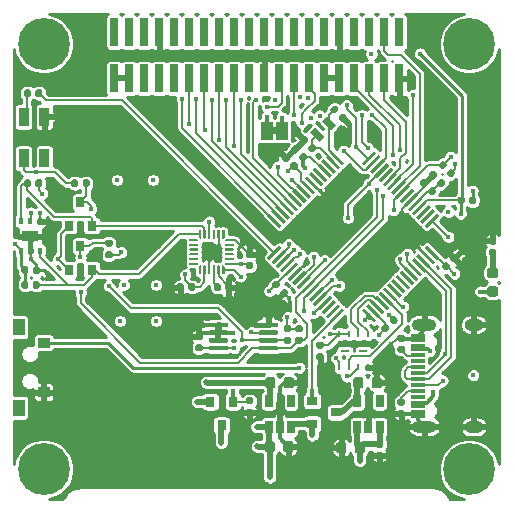
<source format=gbr>
G04 #@! TF.GenerationSoftware,KiCad,Pcbnew,(5.1.6)-1*
G04 #@! TF.CreationDate,2020-10-14T11:51:14+02:00*
G04 #@! TF.ProjectId,DynOSSAT-EDU-OBC,44796e4f-5353-4415-942d-4544552d4f42,rev?*
G04 #@! TF.SameCoordinates,Original*
G04 #@! TF.FileFunction,Copper,L1,Top*
G04 #@! TF.FilePolarity,Positive*
%FSLAX46Y46*%
G04 Gerber Fmt 4.6, Leading zero omitted, Abs format (unit mm)*
G04 Created by KiCad (PCBNEW (5.1.6)-1) date 2020-10-14 11:51:14*
%MOMM*%
%LPD*%
G01*
G04 APERTURE LIST*
G04 #@! TA.AperFunction,EtchedComponent*
%ADD10C,0.100000*%
G04 #@! TD*
G04 #@! TA.AperFunction,SMDPad,CuDef*
%ADD11R,0.800000X0.900000*%
G04 #@! TD*
G04 #@! TA.AperFunction,SMDPad,CuDef*
%ADD12R,0.740000X2.400000*%
G04 #@! TD*
G04 #@! TA.AperFunction,SMDPad,CuDef*
%ADD13R,1.000000X1.500000*%
G04 #@! TD*
G04 #@! TA.AperFunction,SMDPad,CuDef*
%ADD14R,0.900000X0.800000*%
G04 #@! TD*
G04 #@! TA.AperFunction,SMDPad,CuDef*
%ADD15R,1.150000X0.300000*%
G04 #@! TD*
G04 #@! TA.AperFunction,ComponentPad*
%ADD16O,2.100000X1.000000*%
G04 #@! TD*
G04 #@! TA.AperFunction,ComponentPad*
%ADD17O,1.600000X1.000000*%
G04 #@! TD*
G04 #@! TA.AperFunction,SMDPad,CuDef*
%ADD18R,1.000000X1.450000*%
G04 #@! TD*
G04 #@! TA.AperFunction,SMDPad,CuDef*
%ADD19R,1.000000X0.900000*%
G04 #@! TD*
G04 #@! TA.AperFunction,SMDPad,CuDef*
%ADD20R,0.650000X1.060000*%
G04 #@! TD*
G04 #@! TA.AperFunction,SMDPad,CuDef*
%ADD21C,0.100000*%
G04 #@! TD*
G04 #@! TA.AperFunction,SMDPad,CuDef*
%ADD22R,0.400000X0.550000*%
G04 #@! TD*
G04 #@! TA.AperFunction,SMDPad,CuDef*
%ADD23R,1.400000X0.900000*%
G04 #@! TD*
G04 #@! TA.AperFunction,SMDPad,CuDef*
%ADD24R,0.800000X0.200000*%
G04 #@! TD*
G04 #@! TA.AperFunction,SMDPad,CuDef*
%ADD25R,0.250000X0.600000*%
G04 #@! TD*
G04 #@! TA.AperFunction,SMDPad,CuDef*
%ADD26R,0.850000X1.600000*%
G04 #@! TD*
G04 #@! TA.AperFunction,ComponentPad*
%ADD27C,4.400000*%
G04 #@! TD*
G04 #@! TA.AperFunction,ComponentPad*
%ADD28C,0.700000*%
G04 #@! TD*
G04 #@! TA.AperFunction,ViaPad*
%ADD29C,0.450000*%
G04 #@! TD*
G04 #@! TA.AperFunction,Conductor*
%ADD30C,0.200000*%
G04 #@! TD*
G04 #@! TA.AperFunction,Conductor*
%ADD31C,0.300000*%
G04 #@! TD*
G04 #@! TA.AperFunction,Conductor*
%ADD32C,0.500000*%
G04 #@! TD*
G04 #@! TA.AperFunction,Conductor*
%ADD33C,0.250000*%
G04 #@! TD*
G04 #@! TA.AperFunction,Conductor*
%ADD34C,0.254000*%
G04 #@! TD*
G04 #@! TA.AperFunction,NonConductor*
%ADD35C,0.254000*%
G04 #@! TD*
G04 APERTURE END LIST*
D10*
G36*
X129129600Y-76906400D02*
G01*
X128629600Y-76906400D01*
X128629600Y-76306400D01*
X129129600Y-76306400D01*
X129129600Y-76906400D01*
G37*
D11*
X124421900Y-101545900D03*
X123471900Y-99545900D03*
X125371900Y-99545900D03*
G04 #@! TA.AperFunction,SMDPad,CuDef*
G36*
G01*
X126969300Y-99771700D02*
X126624300Y-99771700D01*
G75*
G02*
X126476800Y-99624200I0J147500D01*
G01*
X126476800Y-99329200D01*
G75*
G02*
X126624300Y-99181700I147500J0D01*
G01*
X126969300Y-99181700D01*
G75*
G02*
X127116800Y-99329200I0J-147500D01*
G01*
X127116800Y-99624200D01*
G75*
G02*
X126969300Y-99771700I-147500J0D01*
G01*
G37*
G04 #@! TD.AperFunction*
G04 #@! TA.AperFunction,SMDPad,CuDef*
G36*
G01*
X126969300Y-100741700D02*
X126624300Y-100741700D01*
G75*
G02*
X126476800Y-100594200I0J147500D01*
G01*
X126476800Y-100299200D01*
G75*
G02*
X126624300Y-100151700I147500J0D01*
G01*
X126969300Y-100151700D01*
G75*
G02*
X127116800Y-100299200I0J-147500D01*
G01*
X127116800Y-100594200D01*
G75*
G02*
X126969300Y-100741700I-147500J0D01*
G01*
G37*
G04 #@! TD.AperFunction*
D12*
X139471400Y-68281000D03*
X139471400Y-72181000D03*
X138201400Y-68281000D03*
X138201400Y-72181000D03*
X136931400Y-68281000D03*
X136931400Y-72181000D03*
X135661400Y-68281000D03*
X135661400Y-72181000D03*
X134391400Y-68281000D03*
X134391400Y-72181000D03*
X133121400Y-68281000D03*
X133121400Y-72181000D03*
X131851400Y-68281000D03*
X131851400Y-72181000D03*
X130581400Y-68281000D03*
X130581400Y-72181000D03*
X129311400Y-68281000D03*
X129311400Y-72181000D03*
X128041400Y-68281000D03*
X128041400Y-72181000D03*
X126771400Y-68281000D03*
X126771400Y-72181000D03*
X125501400Y-68281000D03*
X125501400Y-72181000D03*
X124231400Y-68281000D03*
X124231400Y-72181000D03*
X122961400Y-68281000D03*
X122961400Y-72181000D03*
X121691400Y-68281000D03*
X121691400Y-72181000D03*
X120421400Y-68281000D03*
X120421400Y-72181000D03*
X119151400Y-68281000D03*
X119151400Y-72181000D03*
X117881400Y-68281000D03*
X117881400Y-72181000D03*
X116611400Y-68281000D03*
X116611400Y-72181000D03*
X115341400Y-68281000D03*
X115341400Y-72181000D03*
G04 #@! TA.AperFunction,SMDPad,CuDef*
G36*
G01*
X134981200Y-103197950D02*
X134981200Y-103710450D01*
G75*
G02*
X134762450Y-103929200I-218750J0D01*
G01*
X134324950Y-103929200D01*
G75*
G02*
X134106200Y-103710450I0J218750D01*
G01*
X134106200Y-103197950D01*
G75*
G02*
X134324950Y-102979200I218750J0D01*
G01*
X134762450Y-102979200D01*
G75*
G02*
X134981200Y-103197950I0J-218750D01*
G01*
G37*
G04 #@! TD.AperFunction*
G04 #@! TA.AperFunction,SMDPad,CuDef*
G36*
G01*
X136556200Y-103197950D02*
X136556200Y-103710450D01*
G75*
G02*
X136337450Y-103929200I-218750J0D01*
G01*
X135899950Y-103929200D01*
G75*
G02*
X135681200Y-103710450I0J218750D01*
G01*
X135681200Y-103197950D01*
G75*
G02*
X135899950Y-102979200I218750J0D01*
G01*
X136337450Y-102979200D01*
G75*
G02*
X136556200Y-103197950I0J-218750D01*
G01*
G37*
G04 #@! TD.AperFunction*
G04 #@! TA.AperFunction,SMDPad,CuDef*
G36*
G01*
X129636000Y-103608850D02*
X129636000Y-103096350D01*
G75*
G02*
X129854750Y-102877600I218750J0D01*
G01*
X130292250Y-102877600D01*
G75*
G02*
X130511000Y-103096350I0J-218750D01*
G01*
X130511000Y-103608850D01*
G75*
G02*
X130292250Y-103827600I-218750J0D01*
G01*
X129854750Y-103827600D01*
G75*
G02*
X129636000Y-103608850I0J218750D01*
G01*
G37*
G04 #@! TD.AperFunction*
G04 #@! TA.AperFunction,SMDPad,CuDef*
G36*
G01*
X128061000Y-103608850D02*
X128061000Y-103096350D01*
G75*
G02*
X128279750Y-102877600I218750J0D01*
G01*
X128717250Y-102877600D01*
G75*
G02*
X128936000Y-103096350I0J-218750D01*
G01*
X128936000Y-103608850D01*
G75*
G02*
X128717250Y-103827600I-218750J0D01*
G01*
X128279750Y-103827600D01*
G75*
G02*
X128061000Y-103608850I0J218750D01*
G01*
G37*
G04 #@! TD.AperFunction*
G04 #@! TA.AperFunction,SMDPad,CuDef*
G36*
G01*
X147114550Y-89783400D02*
X147627050Y-89783400D01*
G75*
G02*
X147845800Y-90002150I0J-218750D01*
G01*
X147845800Y-90439650D01*
G75*
G02*
X147627050Y-90658400I-218750J0D01*
G01*
X147114550Y-90658400D01*
G75*
G02*
X146895800Y-90439650I0J218750D01*
G01*
X146895800Y-90002150D01*
G75*
G02*
X147114550Y-89783400I218750J0D01*
G01*
G37*
G04 #@! TD.AperFunction*
G04 #@! TA.AperFunction,SMDPad,CuDef*
G36*
G01*
X147114550Y-88208400D02*
X147627050Y-88208400D01*
G75*
G02*
X147845800Y-88427150I0J-218750D01*
G01*
X147845800Y-88864650D01*
G75*
G02*
X147627050Y-89083400I-218750J0D01*
G01*
X147114550Y-89083400D01*
G75*
G02*
X146895800Y-88864650I0J218750D01*
G01*
X146895800Y-88427150D01*
G75*
G02*
X147114550Y-88208400I218750J0D01*
G01*
G37*
G04 #@! TD.AperFunction*
G04 #@! TA.AperFunction,SMDPad,CuDef*
G36*
G01*
X129686800Y-98198650D02*
X129686800Y-97686150D01*
G75*
G02*
X129905550Y-97467400I218750J0D01*
G01*
X130343050Y-97467400D01*
G75*
G02*
X130561800Y-97686150I0J-218750D01*
G01*
X130561800Y-98198650D01*
G75*
G02*
X130343050Y-98417400I-218750J0D01*
G01*
X129905550Y-98417400D01*
G75*
G02*
X129686800Y-98198650I0J218750D01*
G01*
G37*
G04 #@! TD.AperFunction*
G04 #@! TA.AperFunction,SMDPad,CuDef*
G36*
G01*
X128111800Y-98198650D02*
X128111800Y-97686150D01*
G75*
G02*
X128330550Y-97467400I218750J0D01*
G01*
X128768050Y-97467400D01*
G75*
G02*
X128986800Y-97686150I0J-218750D01*
G01*
X128986800Y-98198650D01*
G75*
G02*
X128768050Y-98417400I-218750J0D01*
G01*
X128330550Y-98417400D01*
G75*
G02*
X128111800Y-98198650I0J218750D01*
G01*
G37*
G04 #@! TD.AperFunction*
D11*
X112471200Y-86376000D03*
X113421200Y-88376000D03*
X111521200Y-88376000D03*
X112471200Y-82642200D03*
X113421200Y-84642200D03*
X111521200Y-84642200D03*
G04 #@! TA.AperFunction,SMDPad,CuDef*
G36*
G01*
X139796300Y-99886000D02*
X139451300Y-99886000D01*
G75*
G02*
X139303800Y-99738500I0J147500D01*
G01*
X139303800Y-99443500D01*
G75*
G02*
X139451300Y-99296000I147500J0D01*
G01*
X139796300Y-99296000D01*
G75*
G02*
X139943800Y-99443500I0J-147500D01*
G01*
X139943800Y-99738500D01*
G75*
G02*
X139796300Y-99886000I-147500J0D01*
G01*
G37*
G04 #@! TD.AperFunction*
G04 #@! TA.AperFunction,SMDPad,CuDef*
G36*
G01*
X139796300Y-100856000D02*
X139451300Y-100856000D01*
G75*
G02*
X139303800Y-100708500I0J147500D01*
G01*
X139303800Y-100413500D01*
G75*
G02*
X139451300Y-100266000I147500J0D01*
G01*
X139796300Y-100266000D01*
G75*
G02*
X139943800Y-100413500I0J-147500D01*
G01*
X139943800Y-100708500D01*
G75*
G02*
X139796300Y-100856000I-147500J0D01*
G01*
G37*
G04 #@! TD.AperFunction*
G04 #@! TA.AperFunction,SMDPad,CuDef*
G36*
G01*
X139451300Y-94830400D02*
X139796300Y-94830400D01*
G75*
G02*
X139943800Y-94977900I0J-147500D01*
G01*
X139943800Y-95272900D01*
G75*
G02*
X139796300Y-95420400I-147500J0D01*
G01*
X139451300Y-95420400D01*
G75*
G02*
X139303800Y-95272900I0J147500D01*
G01*
X139303800Y-94977900D01*
G75*
G02*
X139451300Y-94830400I147500J0D01*
G01*
G37*
G04 #@! TD.AperFunction*
G04 #@! TA.AperFunction,SMDPad,CuDef*
G36*
G01*
X139451300Y-93860400D02*
X139796300Y-93860400D01*
G75*
G02*
X139943800Y-94007900I0J-147500D01*
G01*
X139943800Y-94302900D01*
G75*
G02*
X139796300Y-94450400I-147500J0D01*
G01*
X139451300Y-94450400D01*
G75*
G02*
X139303800Y-94302900I0J147500D01*
G01*
X139303800Y-94007900D01*
G75*
G02*
X139451300Y-93860400I147500J0D01*
G01*
G37*
G04 #@! TD.AperFunction*
D13*
X128229600Y-76606400D03*
X129529600Y-76606400D03*
G04 #@! TA.AperFunction,SMDPad,CuDef*
G36*
G01*
X137129100Y-98198650D02*
X137129100Y-97686150D01*
G75*
G02*
X137347850Y-97467400I218750J0D01*
G01*
X137785350Y-97467400D01*
G75*
G02*
X138004100Y-97686150I0J-218750D01*
G01*
X138004100Y-98198650D01*
G75*
G02*
X137785350Y-98417400I-218750J0D01*
G01*
X137347850Y-98417400D01*
G75*
G02*
X137129100Y-98198650I0J218750D01*
G01*
G37*
G04 #@! TD.AperFunction*
G04 #@! TA.AperFunction,SMDPad,CuDef*
G36*
G01*
X135554100Y-98198650D02*
X135554100Y-97686150D01*
G75*
G02*
X135772850Y-97467400I218750J0D01*
G01*
X136210350Y-97467400D01*
G75*
G02*
X136429100Y-97686150I0J-218750D01*
G01*
X136429100Y-98198650D01*
G75*
G02*
X136210350Y-98417400I-218750J0D01*
G01*
X135772850Y-98417400D01*
G75*
G02*
X135554100Y-98198650I0J218750D01*
G01*
G37*
G04 #@! TD.AperFunction*
D14*
X134096000Y-100457000D03*
X132096000Y-101407000D03*
X132096000Y-99507000D03*
G04 #@! TA.AperFunction,SMDPad,CuDef*
G36*
G01*
X134327575Y-75414926D02*
X134571527Y-75170975D01*
G75*
G02*
X134780123Y-75170975I104298J-104298D01*
G01*
X134988719Y-75379571D01*
G75*
G02*
X134988719Y-75588167I-104298J-104298D01*
G01*
X134744767Y-75832119D01*
G75*
G02*
X134536171Y-75832119I-104298J104298D01*
G01*
X134327575Y-75623523D01*
G75*
G02*
X134327575Y-75414927I104298J104298D01*
G01*
G37*
G04 #@! TD.AperFunction*
G04 #@! TA.AperFunction,SMDPad,CuDef*
G36*
G01*
X133641681Y-74729032D02*
X133885633Y-74485081D01*
G75*
G02*
X134094229Y-74485081I104298J-104298D01*
G01*
X134302825Y-74693677D01*
G75*
G02*
X134302825Y-74902273I-104298J-104298D01*
G01*
X134058873Y-75146225D01*
G75*
G02*
X133850277Y-75146225I-104298J104298D01*
G01*
X133641681Y-74937629D01*
G75*
G02*
X133641681Y-74729033I104298J104298D01*
G01*
G37*
G04 #@! TD.AperFunction*
G04 #@! TA.AperFunction,SMDPad,CuDef*
G36*
G01*
X131737425Y-77467674D02*
X131493473Y-77711625D01*
G75*
G02*
X131284877Y-77711625I-104298J104298D01*
G01*
X131076281Y-77503029D01*
G75*
G02*
X131076281Y-77294433I104298J104298D01*
G01*
X131320233Y-77050481D01*
G75*
G02*
X131528829Y-77050481I104298J-104298D01*
G01*
X131737425Y-77259077D01*
G75*
G02*
X131737425Y-77467673I-104298J-104298D01*
G01*
G37*
G04 #@! TD.AperFunction*
G04 #@! TA.AperFunction,SMDPad,CuDef*
G36*
G01*
X132423319Y-78153568D02*
X132179367Y-78397519D01*
G75*
G02*
X131970771Y-78397519I-104298J104298D01*
G01*
X131762175Y-78188923D01*
G75*
G02*
X131762175Y-77980327I104298J104298D01*
G01*
X132006127Y-77736375D01*
G75*
G02*
X132214723Y-77736375I104298J-104298D01*
G01*
X132423319Y-77944971D01*
G75*
G02*
X132423319Y-78153567I-104298J-104298D01*
G01*
G37*
G04 #@! TD.AperFunction*
G04 #@! TA.AperFunction,SMDPad,CuDef*
G36*
G01*
X130188025Y-78991674D02*
X129944073Y-79235625D01*
G75*
G02*
X129735477Y-79235625I-104298J104298D01*
G01*
X129526881Y-79027029D01*
G75*
G02*
X129526881Y-78818433I104298J104298D01*
G01*
X129770833Y-78574481D01*
G75*
G02*
X129979429Y-78574481I104298J-104298D01*
G01*
X130188025Y-78783077D01*
G75*
G02*
X130188025Y-78991673I-104298J-104298D01*
G01*
G37*
G04 #@! TD.AperFunction*
G04 #@! TA.AperFunction,SMDPad,CuDef*
G36*
G01*
X130873919Y-79677568D02*
X130629967Y-79921519D01*
G75*
G02*
X130421371Y-79921519I-104298J104298D01*
G01*
X130212775Y-79712923D01*
G75*
G02*
X130212775Y-79504327I104298J104298D01*
G01*
X130456727Y-79260375D01*
G75*
G02*
X130665323Y-79260375I104298J-104298D01*
G01*
X130873919Y-79468971D01*
G75*
G02*
X130873919Y-79677567I-104298J-104298D01*
G01*
G37*
G04 #@! TD.AperFunction*
G04 #@! TA.AperFunction,SMDPad,CuDef*
G36*
G01*
X138889526Y-92951625D02*
X138645575Y-92707673D01*
G75*
G02*
X138645575Y-92499077I104298J104298D01*
G01*
X138854171Y-92290481D01*
G75*
G02*
X139062767Y-92290481I104298J-104298D01*
G01*
X139306719Y-92534433D01*
G75*
G02*
X139306719Y-92743029I-104298J-104298D01*
G01*
X139098123Y-92951625D01*
G75*
G02*
X138889527Y-92951625I-104298J104298D01*
G01*
G37*
G04 #@! TD.AperFunction*
G04 #@! TA.AperFunction,SMDPad,CuDef*
G36*
G01*
X138203632Y-93637519D02*
X137959681Y-93393567D01*
G75*
G02*
X137959681Y-93184971I104298J104298D01*
G01*
X138168277Y-92976375D01*
G75*
G02*
X138376873Y-92976375I104298J-104298D01*
G01*
X138620825Y-93220327D01*
G75*
G02*
X138620825Y-93428923I-104298J-104298D01*
G01*
X138412229Y-93637519D01*
G75*
G02*
X138203633Y-93637519I-104298J104298D01*
G01*
G37*
G04 #@! TD.AperFunction*
G04 #@! TA.AperFunction,SMDPad,CuDef*
G36*
G01*
X129374575Y-90223126D02*
X129618527Y-89979175D01*
G75*
G02*
X129827123Y-89979175I104298J-104298D01*
G01*
X130035719Y-90187771D01*
G75*
G02*
X130035719Y-90396367I-104298J-104298D01*
G01*
X129791767Y-90640319D01*
G75*
G02*
X129583171Y-90640319I-104298J104298D01*
G01*
X129374575Y-90431723D01*
G75*
G02*
X129374575Y-90223127I104298J104298D01*
G01*
G37*
G04 #@! TD.AperFunction*
G04 #@! TA.AperFunction,SMDPad,CuDef*
G36*
G01*
X128688681Y-89537232D02*
X128932633Y-89293281D01*
G75*
G02*
X129141229Y-89293281I104298J-104298D01*
G01*
X129349825Y-89501877D01*
G75*
G02*
X129349825Y-89710473I-104298J-104298D01*
G01*
X129105873Y-89954425D01*
G75*
G02*
X128897277Y-89954425I-104298J104298D01*
G01*
X128688681Y-89745829D01*
G75*
G02*
X128688681Y-89537233I104298J104298D01*
G01*
G37*
G04 #@! TD.AperFunction*
G04 #@! TA.AperFunction,SMDPad,CuDef*
G36*
G01*
X130975425Y-78229674D02*
X130731473Y-78473625D01*
G75*
G02*
X130522877Y-78473625I-104298J104298D01*
G01*
X130314281Y-78265029D01*
G75*
G02*
X130314281Y-78056433I104298J104298D01*
G01*
X130558233Y-77812481D01*
G75*
G02*
X130766829Y-77812481I104298J-104298D01*
G01*
X130975425Y-78021077D01*
G75*
G02*
X130975425Y-78229673I-104298J-104298D01*
G01*
G37*
G04 #@! TD.AperFunction*
G04 #@! TA.AperFunction,SMDPad,CuDef*
G36*
G01*
X131661319Y-78915568D02*
X131417367Y-79159519D01*
G75*
G02*
X131208771Y-79159519I-104298J104298D01*
G01*
X131000175Y-78950923D01*
G75*
G02*
X131000175Y-78742327I104298J104298D01*
G01*
X131244127Y-78498375D01*
G75*
G02*
X131452723Y-78498375I104298J-104298D01*
G01*
X131661319Y-78706971D01*
G75*
G02*
X131661319Y-78915567I-104298J-104298D01*
G01*
G37*
G04 #@! TD.AperFunction*
G04 #@! TA.AperFunction,SMDPad,CuDef*
G36*
G01*
X126943900Y-87363800D02*
X126598900Y-87363800D01*
G75*
G02*
X126451400Y-87216300I0J147500D01*
G01*
X126451400Y-86921300D01*
G75*
G02*
X126598900Y-86773800I147500J0D01*
G01*
X126943900Y-86773800D01*
G75*
G02*
X127091400Y-86921300I0J-147500D01*
G01*
X127091400Y-87216300D01*
G75*
G02*
X126943900Y-87363800I-147500J0D01*
G01*
G37*
G04 #@! TD.AperFunction*
G04 #@! TA.AperFunction,SMDPad,CuDef*
G36*
G01*
X126943900Y-88333800D02*
X126598900Y-88333800D01*
G75*
G02*
X126451400Y-88186300I0J147500D01*
G01*
X126451400Y-87891300D01*
G75*
G02*
X126598900Y-87743800I147500J0D01*
G01*
X126943900Y-87743800D01*
G75*
G02*
X127091400Y-87891300I0J-147500D01*
G01*
X127091400Y-88186300D01*
G75*
G02*
X126943900Y-88333800I-147500J0D01*
G01*
G37*
G04 #@! TD.AperFunction*
G04 #@! TA.AperFunction,SMDPad,CuDef*
G36*
G01*
X121222000Y-89667300D02*
X121222000Y-90012300D01*
G75*
G02*
X121074500Y-90159800I-147500J0D01*
G01*
X120779500Y-90159800D01*
G75*
G02*
X120632000Y-90012300I0J147500D01*
G01*
X120632000Y-89667300D01*
G75*
G02*
X120779500Y-89519800I147500J0D01*
G01*
X121074500Y-89519800D01*
G75*
G02*
X121222000Y-89667300I0J-147500D01*
G01*
G37*
G04 #@! TD.AperFunction*
G04 #@! TA.AperFunction,SMDPad,CuDef*
G36*
G01*
X122192000Y-89667300D02*
X122192000Y-90012300D01*
G75*
G02*
X122044500Y-90159800I-147500J0D01*
G01*
X121749500Y-90159800D01*
G75*
G02*
X121602000Y-90012300I0J147500D01*
G01*
X121602000Y-89667300D01*
G75*
G02*
X121749500Y-89519800I147500J0D01*
G01*
X122044500Y-89519800D01*
G75*
G02*
X122192000Y-89667300I0J-147500D01*
G01*
G37*
G04 #@! TD.AperFunction*
G04 #@! TA.AperFunction,SMDPad,CuDef*
G36*
G01*
X124751600Y-90012300D02*
X124751600Y-89667300D01*
G75*
G02*
X124899100Y-89519800I147500J0D01*
G01*
X125194100Y-89519800D01*
G75*
G02*
X125341600Y-89667300I0J-147500D01*
G01*
X125341600Y-90012300D01*
G75*
G02*
X125194100Y-90159800I-147500J0D01*
G01*
X124899100Y-90159800D01*
G75*
G02*
X124751600Y-90012300I0J147500D01*
G01*
G37*
G04 #@! TD.AperFunction*
G04 #@! TA.AperFunction,SMDPad,CuDef*
G36*
G01*
X123781600Y-90012300D02*
X123781600Y-89667300D01*
G75*
G02*
X123929100Y-89519800I147500J0D01*
G01*
X124224100Y-89519800D01*
G75*
G02*
X124371600Y-89667300I0J-147500D01*
G01*
X124371600Y-90012300D01*
G75*
G02*
X124224100Y-90159800I-147500J0D01*
G01*
X123929100Y-90159800D01*
G75*
G02*
X123781600Y-90012300I0J147500D01*
G01*
G37*
G04 #@! TD.AperFunction*
G04 #@! TA.AperFunction,SMDPad,CuDef*
G36*
G01*
X108444800Y-88589900D02*
X108444800Y-88244900D01*
G75*
G02*
X108592300Y-88097400I147500J0D01*
G01*
X108887300Y-88097400D01*
G75*
G02*
X109034800Y-88244900I0J-147500D01*
G01*
X109034800Y-88589900D01*
G75*
G02*
X108887300Y-88737400I-147500J0D01*
G01*
X108592300Y-88737400D01*
G75*
G02*
X108444800Y-88589900I0J147500D01*
G01*
G37*
G04 #@! TD.AperFunction*
G04 #@! TA.AperFunction,SMDPad,CuDef*
G36*
G01*
X107474800Y-88589900D02*
X107474800Y-88244900D01*
G75*
G02*
X107622300Y-88097400I147500J0D01*
G01*
X107917300Y-88097400D01*
G75*
G02*
X108064800Y-88244900I0J-147500D01*
G01*
X108064800Y-88589900D01*
G75*
G02*
X107917300Y-88737400I-147500J0D01*
G01*
X107622300Y-88737400D01*
G75*
G02*
X107474800Y-88589900I0J147500D01*
G01*
G37*
G04 #@! TD.AperFunction*
G04 #@! TA.AperFunction,SMDPad,CuDef*
G36*
G01*
X122676700Y-94323400D02*
X122331700Y-94323400D01*
G75*
G02*
X122184200Y-94175900I0J147500D01*
G01*
X122184200Y-93880900D01*
G75*
G02*
X122331700Y-93733400I147500J0D01*
G01*
X122676700Y-93733400D01*
G75*
G02*
X122824200Y-93880900I0J-147500D01*
G01*
X122824200Y-94175900D01*
G75*
G02*
X122676700Y-94323400I-147500J0D01*
G01*
G37*
G04 #@! TD.AperFunction*
G04 #@! TA.AperFunction,SMDPad,CuDef*
G36*
G01*
X122676700Y-95293400D02*
X122331700Y-95293400D01*
G75*
G02*
X122184200Y-95145900I0J147500D01*
G01*
X122184200Y-94850900D01*
G75*
G02*
X122331700Y-94703400I147500J0D01*
G01*
X122676700Y-94703400D01*
G75*
G02*
X122824200Y-94850900I0J-147500D01*
G01*
X122824200Y-95145900D01*
G75*
G02*
X122676700Y-95293400I-147500J0D01*
G01*
G37*
G04 #@! TD.AperFunction*
G04 #@! TA.AperFunction,SMDPad,CuDef*
G36*
G01*
X137967500Y-103429300D02*
X137622500Y-103429300D01*
G75*
G02*
X137475000Y-103281800I0J147500D01*
G01*
X137475000Y-102986800D01*
G75*
G02*
X137622500Y-102839300I147500J0D01*
G01*
X137967500Y-102839300D01*
G75*
G02*
X138115000Y-102986800I0J-147500D01*
G01*
X138115000Y-103281800D01*
G75*
G02*
X137967500Y-103429300I-147500J0D01*
G01*
G37*
G04 #@! TD.AperFunction*
G04 #@! TA.AperFunction,SMDPad,CuDef*
G36*
G01*
X137967500Y-104399300D02*
X137622500Y-104399300D01*
G75*
G02*
X137475000Y-104251800I0J147500D01*
G01*
X137475000Y-103956800D01*
G75*
G02*
X137622500Y-103809300I147500J0D01*
G01*
X137967500Y-103809300D01*
G75*
G02*
X138115000Y-103956800I0J-147500D01*
G01*
X138115000Y-104251800D01*
G75*
G02*
X137967500Y-104399300I-147500J0D01*
G01*
G37*
G04 #@! TD.AperFunction*
G04 #@! TA.AperFunction,SMDPad,CuDef*
G36*
G01*
X114711700Y-86804000D02*
X115056700Y-86804000D01*
G75*
G02*
X115204200Y-86951500I0J-147500D01*
G01*
X115204200Y-87246500D01*
G75*
G02*
X115056700Y-87394000I-147500J0D01*
G01*
X114711700Y-87394000D01*
G75*
G02*
X114564200Y-87246500I0J147500D01*
G01*
X114564200Y-86951500D01*
G75*
G02*
X114711700Y-86804000I147500J0D01*
G01*
G37*
G04 #@! TD.AperFunction*
G04 #@! TA.AperFunction,SMDPad,CuDef*
G36*
G01*
X114711700Y-85834000D02*
X115056700Y-85834000D01*
G75*
G02*
X115204200Y-85981500I0J-147500D01*
G01*
X115204200Y-86276500D01*
G75*
G02*
X115056700Y-86424000I-147500J0D01*
G01*
X114711700Y-86424000D01*
G75*
G02*
X114564200Y-86276500I0J147500D01*
G01*
X114564200Y-85981500D01*
G75*
G02*
X114711700Y-85834000I147500J0D01*
G01*
G37*
G04 #@! TD.AperFunction*
G04 #@! TA.AperFunction,SMDPad,CuDef*
G36*
G01*
X130169700Y-93663000D02*
X129824700Y-93663000D01*
G75*
G02*
X129677200Y-93515500I0J147500D01*
G01*
X129677200Y-93220500D01*
G75*
G02*
X129824700Y-93073000I147500J0D01*
G01*
X130169700Y-93073000D01*
G75*
G02*
X130317200Y-93220500I0J-147500D01*
G01*
X130317200Y-93515500D01*
G75*
G02*
X130169700Y-93663000I-147500J0D01*
G01*
G37*
G04 #@! TD.AperFunction*
G04 #@! TA.AperFunction,SMDPad,CuDef*
G36*
G01*
X130169700Y-94633000D02*
X129824700Y-94633000D01*
G75*
G02*
X129677200Y-94485500I0J147500D01*
G01*
X129677200Y-94190500D01*
G75*
G02*
X129824700Y-94043000I147500J0D01*
G01*
X130169700Y-94043000D01*
G75*
G02*
X130317200Y-94190500I0J-147500D01*
G01*
X130317200Y-94485500D01*
G75*
G02*
X130169700Y-94633000I-147500J0D01*
G01*
G37*
G04 #@! TD.AperFunction*
G04 #@! TA.AperFunction,SMDPad,CuDef*
G36*
G01*
X145376400Y-82671700D02*
X145376400Y-82326700D01*
G75*
G02*
X145523900Y-82179200I147500J0D01*
G01*
X145818900Y-82179200D01*
G75*
G02*
X145966400Y-82326700I0J-147500D01*
G01*
X145966400Y-82671700D01*
G75*
G02*
X145818900Y-82819200I-147500J0D01*
G01*
X145523900Y-82819200D01*
G75*
G02*
X145376400Y-82671700I0J147500D01*
G01*
G37*
G04 #@! TD.AperFunction*
G04 #@! TA.AperFunction,SMDPad,CuDef*
G36*
G01*
X144406400Y-82671700D02*
X144406400Y-82326700D01*
G75*
G02*
X144553900Y-82179200I147500J0D01*
G01*
X144848900Y-82179200D01*
G75*
G02*
X144996400Y-82326700I0J-147500D01*
G01*
X144996400Y-82671700D01*
G75*
G02*
X144848900Y-82819200I-147500J0D01*
G01*
X144553900Y-82819200D01*
G75*
G02*
X144406400Y-82671700I0J147500D01*
G01*
G37*
G04 #@! TD.AperFunction*
G04 #@! TA.AperFunction,SMDPad,CuDef*
G36*
G01*
X147198300Y-86600800D02*
X147543300Y-86600800D01*
G75*
G02*
X147690800Y-86748300I0J-147500D01*
G01*
X147690800Y-87043300D01*
G75*
G02*
X147543300Y-87190800I-147500J0D01*
G01*
X147198300Y-87190800D01*
G75*
G02*
X147050800Y-87043300I0J147500D01*
G01*
X147050800Y-86748300D01*
G75*
G02*
X147198300Y-86600800I147500J0D01*
G01*
G37*
G04 #@! TD.AperFunction*
G04 #@! TA.AperFunction,SMDPad,CuDef*
G36*
G01*
X147198300Y-85630800D02*
X147543300Y-85630800D01*
G75*
G02*
X147690800Y-85778300I0J-147500D01*
G01*
X147690800Y-86073300D01*
G75*
G02*
X147543300Y-86220800I-147500J0D01*
G01*
X147198300Y-86220800D01*
G75*
G02*
X147050800Y-86073300I0J147500D01*
G01*
X147050800Y-85778300D01*
G75*
G02*
X147198300Y-85630800I147500J0D01*
G01*
G37*
G04 #@! TD.AperFunction*
G04 #@! TA.AperFunction,SMDPad,CuDef*
G36*
G01*
X108268000Y-73258900D02*
X108268000Y-73603900D01*
G75*
G02*
X108120500Y-73751400I-147500J0D01*
G01*
X107825500Y-73751400D01*
G75*
G02*
X107678000Y-73603900I0J147500D01*
G01*
X107678000Y-73258900D01*
G75*
G02*
X107825500Y-73111400I147500J0D01*
G01*
X108120500Y-73111400D01*
G75*
G02*
X108268000Y-73258900I0J-147500D01*
G01*
G37*
G04 #@! TD.AperFunction*
G04 #@! TA.AperFunction,SMDPad,CuDef*
G36*
G01*
X109238000Y-73258900D02*
X109238000Y-73603900D01*
G75*
G02*
X109090500Y-73751400I-147500J0D01*
G01*
X108795500Y-73751400D01*
G75*
G02*
X108648000Y-73603900I0J147500D01*
G01*
X108648000Y-73258900D01*
G75*
G02*
X108795500Y-73111400I147500J0D01*
G01*
X109090500Y-73111400D01*
G75*
G02*
X109238000Y-73258900I0J-147500D01*
G01*
G37*
G04 #@! TD.AperFunction*
G04 #@! TA.AperFunction,SMDPad,CuDef*
G36*
G01*
X108444800Y-89834500D02*
X108444800Y-89489500D01*
G75*
G02*
X108592300Y-89342000I147500J0D01*
G01*
X108887300Y-89342000D01*
G75*
G02*
X109034800Y-89489500I0J-147500D01*
G01*
X109034800Y-89834500D01*
G75*
G02*
X108887300Y-89982000I-147500J0D01*
G01*
X108592300Y-89982000D01*
G75*
G02*
X108444800Y-89834500I0J147500D01*
G01*
G37*
G04 #@! TD.AperFunction*
G04 #@! TA.AperFunction,SMDPad,CuDef*
G36*
G01*
X107474800Y-89834500D02*
X107474800Y-89489500D01*
G75*
G02*
X107622300Y-89342000I147500J0D01*
G01*
X107917300Y-89342000D01*
G75*
G02*
X108064800Y-89489500I0J-147500D01*
G01*
X108064800Y-89834500D01*
G75*
G02*
X107917300Y-89982000I-147500J0D01*
G01*
X107622300Y-89982000D01*
G75*
G02*
X107474800Y-89834500I0J147500D01*
G01*
G37*
G04 #@! TD.AperFunction*
G04 #@! TA.AperFunction,SMDPad,CuDef*
G36*
G01*
X108268000Y-80878900D02*
X108268000Y-81223900D01*
G75*
G02*
X108120500Y-81371400I-147500J0D01*
G01*
X107825500Y-81371400D01*
G75*
G02*
X107678000Y-81223900I0J147500D01*
G01*
X107678000Y-80878900D01*
G75*
G02*
X107825500Y-80731400I147500J0D01*
G01*
X108120500Y-80731400D01*
G75*
G02*
X108268000Y-80878900I0J-147500D01*
G01*
G37*
G04 #@! TD.AperFunction*
G04 #@! TA.AperFunction,SMDPad,CuDef*
G36*
G01*
X109238000Y-80878900D02*
X109238000Y-81223900D01*
G75*
G02*
X109090500Y-81371400I-147500J0D01*
G01*
X108795500Y-81371400D01*
G75*
G02*
X108648000Y-81223900I0J147500D01*
G01*
X108648000Y-80878900D01*
G75*
G02*
X108795500Y-80731400I147500J0D01*
G01*
X109090500Y-80731400D01*
G75*
G02*
X109238000Y-80878900I0J-147500D01*
G01*
G37*
G04 #@! TD.AperFunction*
G04 #@! TA.AperFunction,SMDPad,CuDef*
G36*
G01*
X130815300Y-94043000D02*
X131160300Y-94043000D01*
G75*
G02*
X131307800Y-94190500I0J-147500D01*
G01*
X131307800Y-94485500D01*
G75*
G02*
X131160300Y-94633000I-147500J0D01*
G01*
X130815300Y-94633000D01*
G75*
G02*
X130667800Y-94485500I0J147500D01*
G01*
X130667800Y-94190500D01*
G75*
G02*
X130815300Y-94043000I147500J0D01*
G01*
G37*
G04 #@! TD.AperFunction*
G04 #@! TA.AperFunction,SMDPad,CuDef*
G36*
G01*
X130815300Y-93073000D02*
X131160300Y-93073000D01*
G75*
G02*
X131307800Y-93220500I0J-147500D01*
G01*
X131307800Y-93515500D01*
G75*
G02*
X131160300Y-93663000I-147500J0D01*
G01*
X130815300Y-93663000D01*
G75*
G02*
X130667800Y-93515500I0J147500D01*
G01*
X130667800Y-93220500D01*
G75*
G02*
X130815300Y-93073000I147500J0D01*
G01*
G37*
G04 #@! TD.AperFunction*
G04 #@! TA.AperFunction,SMDPad,CuDef*
G36*
G01*
X112661200Y-81223900D02*
X112661200Y-80878900D01*
G75*
G02*
X112808700Y-80731400I147500J0D01*
G01*
X113103700Y-80731400D01*
G75*
G02*
X113251200Y-80878900I0J-147500D01*
G01*
X113251200Y-81223900D01*
G75*
G02*
X113103700Y-81371400I-147500J0D01*
G01*
X112808700Y-81371400D01*
G75*
G02*
X112661200Y-81223900I0J147500D01*
G01*
G37*
G04 #@! TD.AperFunction*
G04 #@! TA.AperFunction,SMDPad,CuDef*
G36*
G01*
X111691200Y-81223900D02*
X111691200Y-80878900D01*
G75*
G02*
X111838700Y-80731400I147500J0D01*
G01*
X112133700Y-80731400D01*
G75*
G02*
X112281200Y-80878900I0J-147500D01*
G01*
X112281200Y-81223900D01*
G75*
G02*
X112133700Y-81371400I-147500J0D01*
G01*
X111838700Y-81371400D01*
G75*
G02*
X111691200Y-81223900I0J147500D01*
G01*
G37*
G04 #@! TD.AperFunction*
D15*
X141019100Y-100719700D03*
X141019100Y-100419700D03*
X141019100Y-99619700D03*
X141019100Y-99919700D03*
X141019100Y-99119700D03*
X141019100Y-98619700D03*
X141019100Y-98119700D03*
X141019100Y-97619700D03*
X141019100Y-97119700D03*
X141019100Y-96619700D03*
X141019100Y-96119700D03*
X141019100Y-95619700D03*
X141019100Y-94819700D03*
X141019100Y-95119700D03*
X141019100Y-94021200D03*
X141019100Y-94321200D03*
D16*
X141590600Y-101672200D03*
D17*
X145770600Y-93036200D03*
D16*
X141590600Y-93032200D03*
D17*
X145770600Y-101676200D03*
D18*
X107272400Y-93247000D03*
X107272400Y-100047000D03*
D19*
X109372400Y-98747000D03*
X109372400Y-94547000D03*
D20*
X135905200Y-99484000D03*
X137805200Y-99484000D03*
X137805200Y-101684000D03*
X136855200Y-101684000D03*
X135905200Y-101684000D03*
X128412200Y-99484000D03*
X130312200Y-99484000D03*
X130312200Y-101684000D03*
X129362200Y-101684000D03*
X128412200Y-101684000D03*
G04 #@! TA.AperFunction,SMDPad,CuDef*
D21*
G36*
X122671000Y-85743000D02*
G01*
X122591000Y-85743000D01*
X122471000Y-85623000D01*
X122471000Y-84993000D01*
X122671000Y-84993000D01*
X122671000Y-85743000D01*
G37*
G04 #@! TD.AperFunction*
G04 #@! TA.AperFunction,SMDPad,CuDef*
G36*
G01*
X122871000Y-85693000D02*
X122871000Y-85043000D01*
G75*
G02*
X122921000Y-84993000I50000J0D01*
G01*
X123021000Y-84993000D01*
G75*
G02*
X123071000Y-85043000I0J-50000D01*
G01*
X123071000Y-85693000D01*
G75*
G02*
X123021000Y-85743000I-50000J0D01*
G01*
X122921000Y-85743000D01*
G75*
G02*
X122871000Y-85693000I0J50000D01*
G01*
G37*
G04 #@! TD.AperFunction*
G04 #@! TA.AperFunction,SMDPad,CuDef*
G36*
G01*
X123271000Y-85693000D02*
X123271000Y-85043000D01*
G75*
G02*
X123321000Y-84993000I50000J0D01*
G01*
X123421000Y-84993000D01*
G75*
G02*
X123471000Y-85043000I0J-50000D01*
G01*
X123471000Y-85693000D01*
G75*
G02*
X123421000Y-85743000I-50000J0D01*
G01*
X123321000Y-85743000D01*
G75*
G02*
X123271000Y-85693000I0J50000D01*
G01*
G37*
G04 #@! TD.AperFunction*
G04 #@! TA.AperFunction,SMDPad,CuDef*
G36*
G01*
X123671000Y-85693000D02*
X123671000Y-85043000D01*
G75*
G02*
X123721000Y-84993000I50000J0D01*
G01*
X123821000Y-84993000D01*
G75*
G02*
X123871000Y-85043000I0J-50000D01*
G01*
X123871000Y-85693000D01*
G75*
G02*
X123821000Y-85743000I-50000J0D01*
G01*
X123721000Y-85743000D01*
G75*
G02*
X123671000Y-85693000I0J50000D01*
G01*
G37*
G04 #@! TD.AperFunction*
G04 #@! TA.AperFunction,SMDPad,CuDef*
G36*
G01*
X124071000Y-85693000D02*
X124071000Y-85043000D01*
G75*
G02*
X124121000Y-84993000I50000J0D01*
G01*
X124221000Y-84993000D01*
G75*
G02*
X124271000Y-85043000I0J-50000D01*
G01*
X124271000Y-85693000D01*
G75*
G02*
X124221000Y-85743000I-50000J0D01*
G01*
X124121000Y-85743000D01*
G75*
G02*
X124071000Y-85693000I0J50000D01*
G01*
G37*
G04 #@! TD.AperFunction*
G04 #@! TA.AperFunction,SMDPad,CuDef*
G36*
X124671000Y-85623000D02*
G01*
X124551000Y-85743000D01*
X124471000Y-85743000D01*
X124471000Y-84993000D01*
X124671000Y-84993000D01*
X124671000Y-85623000D01*
G37*
G04 #@! TD.AperFunction*
G04 #@! TA.AperFunction,SMDPad,CuDef*
G36*
X125446000Y-85968000D02*
G01*
X124696000Y-85968000D01*
X124696000Y-85888000D01*
X124816000Y-85768000D01*
X125446000Y-85768000D01*
X125446000Y-85968000D01*
G37*
G04 #@! TD.AperFunction*
G04 #@! TA.AperFunction,SMDPad,CuDef*
G36*
G01*
X124696000Y-86318000D02*
X124696000Y-86218000D01*
G75*
G02*
X124746000Y-86168000I50000J0D01*
G01*
X125396000Y-86168000D01*
G75*
G02*
X125446000Y-86218000I0J-50000D01*
G01*
X125446000Y-86318000D01*
G75*
G02*
X125396000Y-86368000I-50000J0D01*
G01*
X124746000Y-86368000D01*
G75*
G02*
X124696000Y-86318000I0J50000D01*
G01*
G37*
G04 #@! TD.AperFunction*
G04 #@! TA.AperFunction,SMDPad,CuDef*
G36*
G01*
X124696000Y-86718000D02*
X124696000Y-86618000D01*
G75*
G02*
X124746000Y-86568000I50000J0D01*
G01*
X125396000Y-86568000D01*
G75*
G02*
X125446000Y-86618000I0J-50000D01*
G01*
X125446000Y-86718000D01*
G75*
G02*
X125396000Y-86768000I-50000J0D01*
G01*
X124746000Y-86768000D01*
G75*
G02*
X124696000Y-86718000I0J50000D01*
G01*
G37*
G04 #@! TD.AperFunction*
G04 #@! TA.AperFunction,SMDPad,CuDef*
G36*
G01*
X124696000Y-87118000D02*
X124696000Y-87018000D01*
G75*
G02*
X124746000Y-86968000I50000J0D01*
G01*
X125396000Y-86968000D01*
G75*
G02*
X125446000Y-87018000I0J-50000D01*
G01*
X125446000Y-87118000D01*
G75*
G02*
X125396000Y-87168000I-50000J0D01*
G01*
X124746000Y-87168000D01*
G75*
G02*
X124696000Y-87118000I0J50000D01*
G01*
G37*
G04 #@! TD.AperFunction*
G04 #@! TA.AperFunction,SMDPad,CuDef*
G36*
G01*
X124696000Y-87518000D02*
X124696000Y-87418000D01*
G75*
G02*
X124746000Y-87368000I50000J0D01*
G01*
X125396000Y-87368000D01*
G75*
G02*
X125446000Y-87418000I0J-50000D01*
G01*
X125446000Y-87518000D01*
G75*
G02*
X125396000Y-87568000I-50000J0D01*
G01*
X124746000Y-87568000D01*
G75*
G02*
X124696000Y-87518000I0J50000D01*
G01*
G37*
G04 #@! TD.AperFunction*
G04 #@! TA.AperFunction,SMDPad,CuDef*
G36*
X125446000Y-87968000D02*
G01*
X124816000Y-87968000D01*
X124696000Y-87848000D01*
X124696000Y-87768000D01*
X125446000Y-87768000D01*
X125446000Y-87968000D01*
G37*
G04 #@! TD.AperFunction*
G04 #@! TA.AperFunction,SMDPad,CuDef*
G36*
X124671000Y-88113000D02*
G01*
X124671000Y-88743000D01*
X124471000Y-88743000D01*
X124471000Y-87993000D01*
X124551000Y-87993000D01*
X124671000Y-88113000D01*
G37*
G04 #@! TD.AperFunction*
G04 #@! TA.AperFunction,SMDPad,CuDef*
G36*
G01*
X124071000Y-88693000D02*
X124071000Y-88043000D01*
G75*
G02*
X124121000Y-87993000I50000J0D01*
G01*
X124221000Y-87993000D01*
G75*
G02*
X124271000Y-88043000I0J-50000D01*
G01*
X124271000Y-88693000D01*
G75*
G02*
X124221000Y-88743000I-50000J0D01*
G01*
X124121000Y-88743000D01*
G75*
G02*
X124071000Y-88693000I0J50000D01*
G01*
G37*
G04 #@! TD.AperFunction*
G04 #@! TA.AperFunction,SMDPad,CuDef*
G36*
G01*
X123671000Y-88693000D02*
X123671000Y-88043000D01*
G75*
G02*
X123721000Y-87993000I50000J0D01*
G01*
X123821000Y-87993000D01*
G75*
G02*
X123871000Y-88043000I0J-50000D01*
G01*
X123871000Y-88693000D01*
G75*
G02*
X123821000Y-88743000I-50000J0D01*
G01*
X123721000Y-88743000D01*
G75*
G02*
X123671000Y-88693000I0J50000D01*
G01*
G37*
G04 #@! TD.AperFunction*
G04 #@! TA.AperFunction,SMDPad,CuDef*
G36*
G01*
X123271000Y-88693000D02*
X123271000Y-88043000D01*
G75*
G02*
X123321000Y-87993000I50000J0D01*
G01*
X123421000Y-87993000D01*
G75*
G02*
X123471000Y-88043000I0J-50000D01*
G01*
X123471000Y-88693000D01*
G75*
G02*
X123421000Y-88743000I-50000J0D01*
G01*
X123321000Y-88743000D01*
G75*
G02*
X123271000Y-88693000I0J50000D01*
G01*
G37*
G04 #@! TD.AperFunction*
G04 #@! TA.AperFunction,SMDPad,CuDef*
G36*
G01*
X122871000Y-88693000D02*
X122871000Y-88043000D01*
G75*
G02*
X122921000Y-87993000I50000J0D01*
G01*
X123021000Y-87993000D01*
G75*
G02*
X123071000Y-88043000I0J-50000D01*
G01*
X123071000Y-88693000D01*
G75*
G02*
X123021000Y-88743000I-50000J0D01*
G01*
X122921000Y-88743000D01*
G75*
G02*
X122871000Y-88693000I0J50000D01*
G01*
G37*
G04 #@! TD.AperFunction*
G04 #@! TA.AperFunction,SMDPad,CuDef*
G36*
X122671000Y-88743000D02*
G01*
X122471000Y-88743000D01*
X122471000Y-88113000D01*
X122591000Y-87993000D01*
X122671000Y-87993000D01*
X122671000Y-88743000D01*
G37*
G04 #@! TD.AperFunction*
G04 #@! TA.AperFunction,SMDPad,CuDef*
G36*
X122446000Y-87848000D02*
G01*
X122326000Y-87968000D01*
X121696000Y-87968000D01*
X121696000Y-87768000D01*
X122446000Y-87768000D01*
X122446000Y-87848000D01*
G37*
G04 #@! TD.AperFunction*
G04 #@! TA.AperFunction,SMDPad,CuDef*
G36*
G01*
X121696000Y-87518000D02*
X121696000Y-87418000D01*
G75*
G02*
X121746000Y-87368000I50000J0D01*
G01*
X122396000Y-87368000D01*
G75*
G02*
X122446000Y-87418000I0J-50000D01*
G01*
X122446000Y-87518000D01*
G75*
G02*
X122396000Y-87568000I-50000J0D01*
G01*
X121746000Y-87568000D01*
G75*
G02*
X121696000Y-87518000I0J50000D01*
G01*
G37*
G04 #@! TD.AperFunction*
G04 #@! TA.AperFunction,SMDPad,CuDef*
G36*
G01*
X121696000Y-87118000D02*
X121696000Y-87018000D01*
G75*
G02*
X121746000Y-86968000I50000J0D01*
G01*
X122396000Y-86968000D01*
G75*
G02*
X122446000Y-87018000I0J-50000D01*
G01*
X122446000Y-87118000D01*
G75*
G02*
X122396000Y-87168000I-50000J0D01*
G01*
X121746000Y-87168000D01*
G75*
G02*
X121696000Y-87118000I0J50000D01*
G01*
G37*
G04 #@! TD.AperFunction*
G04 #@! TA.AperFunction,SMDPad,CuDef*
G36*
G01*
X121696000Y-86718000D02*
X121696000Y-86618000D01*
G75*
G02*
X121746000Y-86568000I50000J0D01*
G01*
X122396000Y-86568000D01*
G75*
G02*
X122446000Y-86618000I0J-50000D01*
G01*
X122446000Y-86718000D01*
G75*
G02*
X122396000Y-86768000I-50000J0D01*
G01*
X121746000Y-86768000D01*
G75*
G02*
X121696000Y-86718000I0J50000D01*
G01*
G37*
G04 #@! TD.AperFunction*
G04 #@! TA.AperFunction,SMDPad,CuDef*
G36*
G01*
X121696000Y-86318000D02*
X121696000Y-86218000D01*
G75*
G02*
X121746000Y-86168000I50000J0D01*
G01*
X122396000Y-86168000D01*
G75*
G02*
X122446000Y-86218000I0J-50000D01*
G01*
X122446000Y-86318000D01*
G75*
G02*
X122396000Y-86368000I-50000J0D01*
G01*
X121746000Y-86368000D01*
G75*
G02*
X121696000Y-86318000I0J50000D01*
G01*
G37*
G04 #@! TD.AperFunction*
G04 #@! TA.AperFunction,SMDPad,CuDef*
G36*
X122446000Y-85888000D02*
G01*
X122446000Y-85968000D01*
X121696000Y-85968000D01*
X121696000Y-85768000D01*
X122326000Y-85768000D01*
X122446000Y-85888000D01*
G37*
G04 #@! TD.AperFunction*
D22*
X107429400Y-86781800D03*
X108229400Y-86781800D03*
X109029400Y-86781800D03*
X109029400Y-84261800D03*
X108229400Y-84261800D03*
X107429400Y-84261800D03*
D23*
X108229400Y-85521800D03*
G04 #@! TA.AperFunction,SMDPad,CuDef*
G36*
G01*
X124963400Y-94905800D02*
X124963400Y-95105800D01*
G75*
G02*
X124863400Y-95205800I-100000J0D01*
G01*
X123438400Y-95205800D01*
G75*
G02*
X123338400Y-95105800I0J100000D01*
G01*
X123338400Y-94905800D01*
G75*
G02*
X123438400Y-94805800I100000J0D01*
G01*
X124863400Y-94805800D01*
G75*
G02*
X124963400Y-94905800I0J-100000D01*
G01*
G37*
G04 #@! TD.AperFunction*
G04 #@! TA.AperFunction,SMDPad,CuDef*
G36*
G01*
X124963400Y-94255800D02*
X124963400Y-94455800D01*
G75*
G02*
X124863400Y-94555800I-100000J0D01*
G01*
X123438400Y-94555800D01*
G75*
G02*
X123338400Y-94455800I0J100000D01*
G01*
X123338400Y-94255800D01*
G75*
G02*
X123438400Y-94155800I100000J0D01*
G01*
X124863400Y-94155800D01*
G75*
G02*
X124963400Y-94255800I0J-100000D01*
G01*
G37*
G04 #@! TD.AperFunction*
G04 #@! TA.AperFunction,SMDPad,CuDef*
G36*
G01*
X124963400Y-93605800D02*
X124963400Y-93805800D01*
G75*
G02*
X124863400Y-93905800I-100000J0D01*
G01*
X123438400Y-93905800D01*
G75*
G02*
X123338400Y-93805800I0J100000D01*
G01*
X123338400Y-93605800D01*
G75*
G02*
X123438400Y-93505800I100000J0D01*
G01*
X124863400Y-93505800D01*
G75*
G02*
X124963400Y-93605800I0J-100000D01*
G01*
G37*
G04 #@! TD.AperFunction*
G04 #@! TA.AperFunction,SMDPad,CuDef*
G36*
G01*
X124963400Y-92955800D02*
X124963400Y-93155800D01*
G75*
G02*
X124863400Y-93255800I-100000J0D01*
G01*
X123438400Y-93255800D01*
G75*
G02*
X123338400Y-93155800I0J100000D01*
G01*
X123338400Y-92955800D01*
G75*
G02*
X123438400Y-92855800I100000J0D01*
G01*
X124863400Y-92855800D01*
G75*
G02*
X124963400Y-92955800I0J-100000D01*
G01*
G37*
G04 #@! TD.AperFunction*
G04 #@! TA.AperFunction,SMDPad,CuDef*
G36*
G01*
X129188400Y-92955800D02*
X129188400Y-93155800D01*
G75*
G02*
X129088400Y-93255800I-100000J0D01*
G01*
X127663400Y-93255800D01*
G75*
G02*
X127563400Y-93155800I0J100000D01*
G01*
X127563400Y-92955800D01*
G75*
G02*
X127663400Y-92855800I100000J0D01*
G01*
X129088400Y-92855800D01*
G75*
G02*
X129188400Y-92955800I0J-100000D01*
G01*
G37*
G04 #@! TD.AperFunction*
G04 #@! TA.AperFunction,SMDPad,CuDef*
G36*
G01*
X129188400Y-93605800D02*
X129188400Y-93805800D01*
G75*
G02*
X129088400Y-93905800I-100000J0D01*
G01*
X127663400Y-93905800D01*
G75*
G02*
X127563400Y-93805800I0J100000D01*
G01*
X127563400Y-93605800D01*
G75*
G02*
X127663400Y-93505800I100000J0D01*
G01*
X129088400Y-93505800D01*
G75*
G02*
X129188400Y-93605800I0J-100000D01*
G01*
G37*
G04 #@! TD.AperFunction*
G04 #@! TA.AperFunction,SMDPad,CuDef*
G36*
G01*
X129188400Y-94255800D02*
X129188400Y-94455800D01*
G75*
G02*
X129088400Y-94555800I-100000J0D01*
G01*
X127663400Y-94555800D01*
G75*
G02*
X127563400Y-94455800I0J100000D01*
G01*
X127563400Y-94255800D01*
G75*
G02*
X127663400Y-94155800I100000J0D01*
G01*
X129088400Y-94155800D01*
G75*
G02*
X129188400Y-94255800I0J-100000D01*
G01*
G37*
G04 #@! TD.AperFunction*
G04 #@! TA.AperFunction,SMDPad,CuDef*
G36*
G01*
X129188400Y-94905800D02*
X129188400Y-95105800D01*
G75*
G02*
X129088400Y-95205800I-100000J0D01*
G01*
X127663400Y-95205800D01*
G75*
G02*
X127563400Y-95105800I0J100000D01*
G01*
X127563400Y-94905800D01*
G75*
G02*
X127663400Y-94805800I100000J0D01*
G01*
X129088400Y-94805800D01*
G75*
G02*
X129188400Y-94905800I0J-100000D01*
G01*
G37*
G04 #@! TD.AperFunction*
G04 #@! TA.AperFunction,SMDPad,CuDef*
D21*
G36*
X133691552Y-76534666D02*
G01*
X132913734Y-75756848D01*
X133337998Y-75332584D01*
X134115816Y-76110402D01*
X133691552Y-76534666D01*
G37*
G04 #@! TD.AperFunction*
G04 #@! TA.AperFunction,SMDPad,CuDef*
G36*
X132701602Y-77524616D02*
G01*
X131923784Y-76746798D01*
X132348048Y-76322534D01*
X133125866Y-77100352D01*
X132701602Y-77524616D01*
G37*
G04 #@! TD.AperFunction*
G04 #@! TA.AperFunction,SMDPad,CuDef*
G36*
X136298727Y-79332383D02*
G01*
X137338174Y-78292936D01*
X137536163Y-78490925D01*
X136496716Y-79530372D01*
X136298727Y-79332383D01*
G37*
G04 #@! TD.AperFunction*
G04 #@! TA.AperFunction,SMDPad,CuDef*
G36*
X136652280Y-79685937D02*
G01*
X137691727Y-78646490D01*
X137889716Y-78844479D01*
X136850269Y-79883926D01*
X136652280Y-79685937D01*
G37*
G04 #@! TD.AperFunction*
G04 #@! TA.AperFunction,SMDPad,CuDef*
G36*
X137005834Y-80039490D02*
G01*
X138045281Y-79000043D01*
X138243270Y-79198032D01*
X137203823Y-80237479D01*
X137005834Y-80039490D01*
G37*
G04 #@! TD.AperFunction*
G04 #@! TA.AperFunction,SMDPad,CuDef*
G36*
X137359387Y-80393043D02*
G01*
X138398834Y-79353596D01*
X138596823Y-79551585D01*
X137557376Y-80591032D01*
X137359387Y-80393043D01*
G37*
G04 #@! TD.AperFunction*
G04 #@! TA.AperFunction,SMDPad,CuDef*
G36*
X137712941Y-80746597D02*
G01*
X138752388Y-79707150D01*
X138950377Y-79905139D01*
X137910930Y-80944586D01*
X137712941Y-80746597D01*
G37*
G04 #@! TD.AperFunction*
G04 #@! TA.AperFunction,SMDPad,CuDef*
G36*
X138066494Y-81100150D02*
G01*
X139105941Y-80060703D01*
X139303930Y-80258692D01*
X138264483Y-81298139D01*
X138066494Y-81100150D01*
G37*
G04 #@! TD.AperFunction*
G04 #@! TA.AperFunction,SMDPad,CuDef*
G36*
X138420047Y-81453703D02*
G01*
X139459494Y-80414256D01*
X139657483Y-80612245D01*
X138618036Y-81651692D01*
X138420047Y-81453703D01*
G37*
G04 #@! TD.AperFunction*
G04 #@! TA.AperFunction,SMDPad,CuDef*
G36*
X138773601Y-81807257D02*
G01*
X139813048Y-80767810D01*
X140011037Y-80965799D01*
X138971590Y-82005246D01*
X138773601Y-81807257D01*
G37*
G04 #@! TD.AperFunction*
G04 #@! TA.AperFunction,SMDPad,CuDef*
G36*
X139127154Y-82160810D02*
G01*
X140166601Y-81121363D01*
X140364590Y-81319352D01*
X139325143Y-82358799D01*
X139127154Y-82160810D01*
G37*
G04 #@! TD.AperFunction*
G04 #@! TA.AperFunction,SMDPad,CuDef*
G36*
X139480708Y-82514364D02*
G01*
X140520155Y-81474917D01*
X140718144Y-81672906D01*
X139678697Y-82712353D01*
X139480708Y-82514364D01*
G37*
G04 #@! TD.AperFunction*
G04 #@! TA.AperFunction,SMDPad,CuDef*
G36*
X139834261Y-82867917D02*
G01*
X140873708Y-81828470D01*
X141071697Y-82026459D01*
X140032250Y-83065906D01*
X139834261Y-82867917D01*
G37*
G04 #@! TD.AperFunction*
G04 #@! TA.AperFunction,SMDPad,CuDef*
G36*
X140187814Y-83221470D02*
G01*
X141227261Y-82182023D01*
X141425250Y-82380012D01*
X140385803Y-83419459D01*
X140187814Y-83221470D01*
G37*
G04 #@! TD.AperFunction*
G04 #@! TA.AperFunction,SMDPad,CuDef*
G36*
X140541368Y-83575024D02*
G01*
X141580815Y-82535577D01*
X141778804Y-82733566D01*
X140739357Y-83773013D01*
X140541368Y-83575024D01*
G37*
G04 #@! TD.AperFunction*
G04 #@! TA.AperFunction,SMDPad,CuDef*
G36*
X140894921Y-83928577D02*
G01*
X141934368Y-82889130D01*
X142132357Y-83087119D01*
X141092910Y-84126566D01*
X140894921Y-83928577D01*
G37*
G04 #@! TD.AperFunction*
G04 #@! TA.AperFunction,SMDPad,CuDef*
G36*
X141248474Y-84282131D02*
G01*
X142287921Y-83242684D01*
X142485910Y-83440673D01*
X141446463Y-84480120D01*
X141248474Y-84282131D01*
G37*
G04 #@! TD.AperFunction*
G04 #@! TA.AperFunction,SMDPad,CuDef*
G36*
X141602028Y-84635684D02*
G01*
X142641475Y-83596237D01*
X142839464Y-83794226D01*
X141800017Y-84833673D01*
X141602028Y-84635684D01*
G37*
G04 #@! TD.AperFunction*
G04 #@! TA.AperFunction,SMDPad,CuDef*
G36*
X141602028Y-86509516D02*
G01*
X141800017Y-86311527D01*
X142839464Y-87350974D01*
X142641475Y-87548963D01*
X141602028Y-86509516D01*
G37*
G04 #@! TD.AperFunction*
G04 #@! TA.AperFunction,SMDPad,CuDef*
G36*
X141248474Y-86863069D02*
G01*
X141446463Y-86665080D01*
X142485910Y-87704527D01*
X142287921Y-87902516D01*
X141248474Y-86863069D01*
G37*
G04 #@! TD.AperFunction*
G04 #@! TA.AperFunction,SMDPad,CuDef*
G36*
X140894921Y-87216623D02*
G01*
X141092910Y-87018634D01*
X142132357Y-88058081D01*
X141934368Y-88256070D01*
X140894921Y-87216623D01*
G37*
G04 #@! TD.AperFunction*
G04 #@! TA.AperFunction,SMDPad,CuDef*
G36*
X140541368Y-87570176D02*
G01*
X140739357Y-87372187D01*
X141778804Y-88411634D01*
X141580815Y-88609623D01*
X140541368Y-87570176D01*
G37*
G04 #@! TD.AperFunction*
G04 #@! TA.AperFunction,SMDPad,CuDef*
G36*
X140187814Y-87923730D02*
G01*
X140385803Y-87725741D01*
X141425250Y-88765188D01*
X141227261Y-88963177D01*
X140187814Y-87923730D01*
G37*
G04 #@! TD.AperFunction*
G04 #@! TA.AperFunction,SMDPad,CuDef*
G36*
X139834261Y-88277283D02*
G01*
X140032250Y-88079294D01*
X141071697Y-89118741D01*
X140873708Y-89316730D01*
X139834261Y-88277283D01*
G37*
G04 #@! TD.AperFunction*
G04 #@! TA.AperFunction,SMDPad,CuDef*
G36*
X139480708Y-88630836D02*
G01*
X139678697Y-88432847D01*
X140718144Y-89472294D01*
X140520155Y-89670283D01*
X139480708Y-88630836D01*
G37*
G04 #@! TD.AperFunction*
G04 #@! TA.AperFunction,SMDPad,CuDef*
G36*
X139127154Y-88984390D02*
G01*
X139325143Y-88786401D01*
X140364590Y-89825848D01*
X140166601Y-90023837D01*
X139127154Y-88984390D01*
G37*
G04 #@! TD.AperFunction*
G04 #@! TA.AperFunction,SMDPad,CuDef*
G36*
X138773601Y-89337943D02*
G01*
X138971590Y-89139954D01*
X140011037Y-90179401D01*
X139813048Y-90377390D01*
X138773601Y-89337943D01*
G37*
G04 #@! TD.AperFunction*
G04 #@! TA.AperFunction,SMDPad,CuDef*
G36*
X138420047Y-89691497D02*
G01*
X138618036Y-89493508D01*
X139657483Y-90532955D01*
X139459494Y-90730944D01*
X138420047Y-89691497D01*
G37*
G04 #@! TD.AperFunction*
G04 #@! TA.AperFunction,SMDPad,CuDef*
G36*
X138066494Y-90045050D02*
G01*
X138264483Y-89847061D01*
X139303930Y-90886508D01*
X139105941Y-91084497D01*
X138066494Y-90045050D01*
G37*
G04 #@! TD.AperFunction*
G04 #@! TA.AperFunction,SMDPad,CuDef*
G36*
X137712941Y-90398603D02*
G01*
X137910930Y-90200614D01*
X138950377Y-91240061D01*
X138752388Y-91438050D01*
X137712941Y-90398603D01*
G37*
G04 #@! TD.AperFunction*
G04 #@! TA.AperFunction,SMDPad,CuDef*
G36*
X137359387Y-90752157D02*
G01*
X137557376Y-90554168D01*
X138596823Y-91593615D01*
X138398834Y-91791604D01*
X137359387Y-90752157D01*
G37*
G04 #@! TD.AperFunction*
G04 #@! TA.AperFunction,SMDPad,CuDef*
G36*
X137005834Y-91105710D02*
G01*
X137203823Y-90907721D01*
X138243270Y-91947168D01*
X138045281Y-92145157D01*
X137005834Y-91105710D01*
G37*
G04 #@! TD.AperFunction*
G04 #@! TA.AperFunction,SMDPad,CuDef*
G36*
X136652280Y-91459263D02*
G01*
X136850269Y-91261274D01*
X137889716Y-92300721D01*
X137691727Y-92498710D01*
X136652280Y-91459263D01*
G37*
G04 #@! TD.AperFunction*
G04 #@! TA.AperFunction,SMDPad,CuDef*
G36*
X136298727Y-91812817D02*
G01*
X136496716Y-91614828D01*
X137536163Y-92654275D01*
X137338174Y-92852264D01*
X136298727Y-91812817D01*
G37*
G04 #@! TD.AperFunction*
G04 #@! TA.AperFunction,SMDPad,CuDef*
G36*
X133583437Y-92654275D02*
G01*
X134622884Y-91614828D01*
X134820873Y-91812817D01*
X133781426Y-92852264D01*
X133583437Y-92654275D01*
G37*
G04 #@! TD.AperFunction*
G04 #@! TA.AperFunction,SMDPad,CuDef*
G36*
X133229884Y-92300721D02*
G01*
X134269331Y-91261274D01*
X134467320Y-91459263D01*
X133427873Y-92498710D01*
X133229884Y-92300721D01*
G37*
G04 #@! TD.AperFunction*
G04 #@! TA.AperFunction,SMDPad,CuDef*
G36*
X132876330Y-91947168D02*
G01*
X133915777Y-90907721D01*
X134113766Y-91105710D01*
X133074319Y-92145157D01*
X132876330Y-91947168D01*
G37*
G04 #@! TD.AperFunction*
G04 #@! TA.AperFunction,SMDPad,CuDef*
G36*
X132522777Y-91593615D02*
G01*
X133562224Y-90554168D01*
X133760213Y-90752157D01*
X132720766Y-91791604D01*
X132522777Y-91593615D01*
G37*
G04 #@! TD.AperFunction*
G04 #@! TA.AperFunction,SMDPad,CuDef*
G36*
X132169223Y-91240061D02*
G01*
X133208670Y-90200614D01*
X133406659Y-90398603D01*
X132367212Y-91438050D01*
X132169223Y-91240061D01*
G37*
G04 #@! TD.AperFunction*
G04 #@! TA.AperFunction,SMDPad,CuDef*
G36*
X131815670Y-90886508D02*
G01*
X132855117Y-89847061D01*
X133053106Y-90045050D01*
X132013659Y-91084497D01*
X131815670Y-90886508D01*
G37*
G04 #@! TD.AperFunction*
G04 #@! TA.AperFunction,SMDPad,CuDef*
G36*
X131462117Y-90532955D02*
G01*
X132501564Y-89493508D01*
X132699553Y-89691497D01*
X131660106Y-90730944D01*
X131462117Y-90532955D01*
G37*
G04 #@! TD.AperFunction*
G04 #@! TA.AperFunction,SMDPad,CuDef*
G36*
X131108563Y-90179401D02*
G01*
X132148010Y-89139954D01*
X132345999Y-89337943D01*
X131306552Y-90377390D01*
X131108563Y-90179401D01*
G37*
G04 #@! TD.AperFunction*
G04 #@! TA.AperFunction,SMDPad,CuDef*
G36*
X130755010Y-89825848D02*
G01*
X131794457Y-88786401D01*
X131992446Y-88984390D01*
X130952999Y-90023837D01*
X130755010Y-89825848D01*
G37*
G04 #@! TD.AperFunction*
G04 #@! TA.AperFunction,SMDPad,CuDef*
G36*
X130401456Y-89472294D02*
G01*
X131440903Y-88432847D01*
X131638892Y-88630836D01*
X130599445Y-89670283D01*
X130401456Y-89472294D01*
G37*
G04 #@! TD.AperFunction*
G04 #@! TA.AperFunction,SMDPad,CuDef*
G36*
X130047903Y-89118741D02*
G01*
X131087350Y-88079294D01*
X131285339Y-88277283D01*
X130245892Y-89316730D01*
X130047903Y-89118741D01*
G37*
G04 #@! TD.AperFunction*
G04 #@! TA.AperFunction,SMDPad,CuDef*
G36*
X129694350Y-88765188D02*
G01*
X130733797Y-87725741D01*
X130931786Y-87923730D01*
X129892339Y-88963177D01*
X129694350Y-88765188D01*
G37*
G04 #@! TD.AperFunction*
G04 #@! TA.AperFunction,SMDPad,CuDef*
G36*
X129340796Y-88411634D02*
G01*
X130380243Y-87372187D01*
X130578232Y-87570176D01*
X129538785Y-88609623D01*
X129340796Y-88411634D01*
G37*
G04 #@! TD.AperFunction*
G04 #@! TA.AperFunction,SMDPad,CuDef*
G36*
X128987243Y-88058081D02*
G01*
X130026690Y-87018634D01*
X130224679Y-87216623D01*
X129185232Y-88256070D01*
X128987243Y-88058081D01*
G37*
G04 #@! TD.AperFunction*
G04 #@! TA.AperFunction,SMDPad,CuDef*
G36*
X128633690Y-87704527D02*
G01*
X129673137Y-86665080D01*
X129871126Y-86863069D01*
X128831679Y-87902516D01*
X128633690Y-87704527D01*
G37*
G04 #@! TD.AperFunction*
G04 #@! TA.AperFunction,SMDPad,CuDef*
G36*
X128280136Y-87350974D02*
G01*
X129319583Y-86311527D01*
X129517572Y-86509516D01*
X128478125Y-87548963D01*
X128280136Y-87350974D01*
G37*
G04 #@! TD.AperFunction*
G04 #@! TA.AperFunction,SMDPad,CuDef*
G36*
X128280136Y-83794226D02*
G01*
X128478125Y-83596237D01*
X129517572Y-84635684D01*
X129319583Y-84833673D01*
X128280136Y-83794226D01*
G37*
G04 #@! TD.AperFunction*
G04 #@! TA.AperFunction,SMDPad,CuDef*
G36*
X128633690Y-83440673D02*
G01*
X128831679Y-83242684D01*
X129871126Y-84282131D01*
X129673137Y-84480120D01*
X128633690Y-83440673D01*
G37*
G04 #@! TD.AperFunction*
G04 #@! TA.AperFunction,SMDPad,CuDef*
G36*
X128987243Y-83087119D02*
G01*
X129185232Y-82889130D01*
X130224679Y-83928577D01*
X130026690Y-84126566D01*
X128987243Y-83087119D01*
G37*
G04 #@! TD.AperFunction*
G04 #@! TA.AperFunction,SMDPad,CuDef*
G36*
X129340796Y-82733566D02*
G01*
X129538785Y-82535577D01*
X130578232Y-83575024D01*
X130380243Y-83773013D01*
X129340796Y-82733566D01*
G37*
G04 #@! TD.AperFunction*
G04 #@! TA.AperFunction,SMDPad,CuDef*
G36*
X129694350Y-82380012D02*
G01*
X129892339Y-82182023D01*
X130931786Y-83221470D01*
X130733797Y-83419459D01*
X129694350Y-82380012D01*
G37*
G04 #@! TD.AperFunction*
G04 #@! TA.AperFunction,SMDPad,CuDef*
G36*
X130047903Y-82026459D02*
G01*
X130245892Y-81828470D01*
X131285339Y-82867917D01*
X131087350Y-83065906D01*
X130047903Y-82026459D01*
G37*
G04 #@! TD.AperFunction*
G04 #@! TA.AperFunction,SMDPad,CuDef*
G36*
X130401456Y-81672906D02*
G01*
X130599445Y-81474917D01*
X131638892Y-82514364D01*
X131440903Y-82712353D01*
X130401456Y-81672906D01*
G37*
G04 #@! TD.AperFunction*
G04 #@! TA.AperFunction,SMDPad,CuDef*
G36*
X130755010Y-81319352D02*
G01*
X130952999Y-81121363D01*
X131992446Y-82160810D01*
X131794457Y-82358799D01*
X130755010Y-81319352D01*
G37*
G04 #@! TD.AperFunction*
G04 #@! TA.AperFunction,SMDPad,CuDef*
G36*
X131108563Y-80965799D02*
G01*
X131306552Y-80767810D01*
X132345999Y-81807257D01*
X132148010Y-82005246D01*
X131108563Y-80965799D01*
G37*
G04 #@! TD.AperFunction*
G04 #@! TA.AperFunction,SMDPad,CuDef*
G36*
X131462117Y-80612245D02*
G01*
X131660106Y-80414256D01*
X132699553Y-81453703D01*
X132501564Y-81651692D01*
X131462117Y-80612245D01*
G37*
G04 #@! TD.AperFunction*
G04 #@! TA.AperFunction,SMDPad,CuDef*
G36*
X131815670Y-80258692D02*
G01*
X132013659Y-80060703D01*
X133053106Y-81100150D01*
X132855117Y-81298139D01*
X131815670Y-80258692D01*
G37*
G04 #@! TD.AperFunction*
G04 #@! TA.AperFunction,SMDPad,CuDef*
G36*
X132169223Y-79905139D02*
G01*
X132367212Y-79707150D01*
X133406659Y-80746597D01*
X133208670Y-80944586D01*
X132169223Y-79905139D01*
G37*
G04 #@! TD.AperFunction*
G04 #@! TA.AperFunction,SMDPad,CuDef*
G36*
X132522777Y-79551585D02*
G01*
X132720766Y-79353596D01*
X133760213Y-80393043D01*
X133562224Y-80591032D01*
X132522777Y-79551585D01*
G37*
G04 #@! TD.AperFunction*
G04 #@! TA.AperFunction,SMDPad,CuDef*
G36*
X132876330Y-79198032D02*
G01*
X133074319Y-79000043D01*
X134113766Y-80039490D01*
X133915777Y-80237479D01*
X132876330Y-79198032D01*
G37*
G04 #@! TD.AperFunction*
G04 #@! TA.AperFunction,SMDPad,CuDef*
G36*
X133229884Y-78844479D02*
G01*
X133427873Y-78646490D01*
X134467320Y-79685937D01*
X134269331Y-79883926D01*
X133229884Y-78844479D01*
G37*
G04 #@! TD.AperFunction*
G04 #@! TA.AperFunction,SMDPad,CuDef*
G36*
X133583437Y-78490925D02*
G01*
X133781426Y-78292936D01*
X134820873Y-79332383D01*
X134622884Y-79530372D01*
X133583437Y-78490925D01*
G37*
G04 #@! TD.AperFunction*
D24*
X134848600Y-95224600D03*
X136423400Y-95224600D03*
D25*
X136803400Y-93824600D03*
X136003400Y-93824600D03*
X135203400Y-93824600D03*
X136803400Y-96624600D03*
X136003400Y-96624600D03*
X135203400Y-96624600D03*
X134403400Y-93824600D03*
X134403400Y-96624600D03*
G04 #@! TA.AperFunction,SMDPad,CuDef*
G36*
G01*
X132593300Y-95437600D02*
X132938300Y-95437600D01*
G75*
G02*
X133085800Y-95585100I0J-147500D01*
G01*
X133085800Y-95880100D01*
G75*
G02*
X132938300Y-96027600I-147500J0D01*
G01*
X132593300Y-96027600D01*
G75*
G02*
X132445800Y-95880100I0J147500D01*
G01*
X132445800Y-95585100D01*
G75*
G02*
X132593300Y-95437600I147500J0D01*
G01*
G37*
G04 #@! TD.AperFunction*
G04 #@! TA.AperFunction,SMDPad,CuDef*
G36*
G01*
X132593300Y-94467600D02*
X132938300Y-94467600D01*
G75*
G02*
X133085800Y-94615100I0J-147500D01*
G01*
X133085800Y-94910100D01*
G75*
G02*
X132938300Y-95057600I-147500J0D01*
G01*
X132593300Y-95057600D01*
G75*
G02*
X132445800Y-94910100I0J147500D01*
G01*
X132445800Y-94615100D01*
G75*
G02*
X132593300Y-94467600I147500J0D01*
G01*
G37*
G04 #@! TD.AperFunction*
G04 #@! TA.AperFunction,SMDPad,CuDef*
G36*
G01*
X141872025Y-81125274D02*
X141628073Y-81369225D01*
G75*
G02*
X141419477Y-81369225I-104298J104298D01*
G01*
X141210881Y-81160629D01*
G75*
G02*
X141210881Y-80952033I104298J104298D01*
G01*
X141454833Y-80708081D01*
G75*
G02*
X141663429Y-80708081I104298J-104298D01*
G01*
X141872025Y-80916677D01*
G75*
G02*
X141872025Y-81125273I-104298J-104298D01*
G01*
G37*
G04 #@! TD.AperFunction*
G04 #@! TA.AperFunction,SMDPad,CuDef*
G36*
G01*
X142557919Y-81811168D02*
X142313967Y-82055119D01*
G75*
G02*
X142105371Y-82055119I-104298J104298D01*
G01*
X141896775Y-81846523D01*
G75*
G02*
X141896775Y-81637927I104298J104298D01*
G01*
X142140727Y-81393975D01*
G75*
G02*
X142349323Y-81393975I104298J-104298D01*
G01*
X142557919Y-81602571D01*
G75*
G02*
X142557919Y-81811167I-104298J-104298D01*
G01*
G37*
G04 #@! TD.AperFunction*
G04 #@! TA.AperFunction,SMDPad,CuDef*
G36*
G01*
X142634025Y-80439474D02*
X142390073Y-80683425D01*
G75*
G02*
X142181477Y-80683425I-104298J104298D01*
G01*
X141972881Y-80474829D01*
G75*
G02*
X141972881Y-80266233I104298J104298D01*
G01*
X142216833Y-80022281D01*
G75*
G02*
X142425429Y-80022281I104298J-104298D01*
G01*
X142634025Y-80230877D01*
G75*
G02*
X142634025Y-80439473I-104298J-104298D01*
G01*
G37*
G04 #@! TD.AperFunction*
G04 #@! TA.AperFunction,SMDPad,CuDef*
G36*
G01*
X143319919Y-81125368D02*
X143075967Y-81369319D01*
G75*
G02*
X142867371Y-81369319I-104298J104298D01*
G01*
X142658775Y-81160723D01*
G75*
G02*
X142658775Y-80952127I104298J104298D01*
G01*
X142902727Y-80708175D01*
G75*
G02*
X143111323Y-80708175I104298J-104298D01*
G01*
X143319919Y-80916771D01*
G75*
G02*
X143319919Y-81125367I-104298J-104298D01*
G01*
G37*
G04 #@! TD.AperFunction*
G04 #@! TA.AperFunction,SMDPad,CuDef*
G36*
G01*
X144045726Y-87719225D02*
X143801775Y-87475273D01*
G75*
G02*
X143801775Y-87266677I104298J104298D01*
G01*
X144010371Y-87058081D01*
G75*
G02*
X144218967Y-87058081I104298J-104298D01*
G01*
X144462919Y-87302033D01*
G75*
G02*
X144462919Y-87510629I-104298J-104298D01*
G01*
X144254323Y-87719225D01*
G75*
G02*
X144045727Y-87719225I-104298J104298D01*
G01*
G37*
G04 #@! TD.AperFunction*
G04 #@! TA.AperFunction,SMDPad,CuDef*
G36*
G01*
X143359832Y-88405119D02*
X143115881Y-88161167D01*
G75*
G02*
X143115881Y-87952571I104298J104298D01*
G01*
X143324477Y-87743975D01*
G75*
G02*
X143533073Y-87743975I104298J-104298D01*
G01*
X143777025Y-87987927D01*
G75*
G02*
X143777025Y-88196523I-104298J-104298D01*
G01*
X143568429Y-88405119D01*
G75*
G02*
X143359833Y-88405119I-104298J104298D01*
G01*
G37*
G04 #@! TD.AperFunction*
G04 #@! TA.AperFunction,SMDPad,CuDef*
G36*
G01*
X143496975Y-80113926D02*
X143740927Y-79869975D01*
G75*
G02*
X143949523Y-79869975I104298J-104298D01*
G01*
X144158119Y-80078571D01*
G75*
G02*
X144158119Y-80287167I-104298J-104298D01*
G01*
X143914167Y-80531119D01*
G75*
G02*
X143705571Y-80531119I-104298J104298D01*
G01*
X143496975Y-80322523D01*
G75*
G02*
X143496975Y-80113927I104298J104298D01*
G01*
G37*
G04 #@! TD.AperFunction*
G04 #@! TA.AperFunction,SMDPad,CuDef*
G36*
G01*
X142811081Y-79428032D02*
X143055033Y-79184081D01*
G75*
G02*
X143263629Y-79184081I104298J-104298D01*
G01*
X143472225Y-79392677D01*
G75*
G02*
X143472225Y-79601273I-104298J-104298D01*
G01*
X143228273Y-79845225D01*
G75*
G02*
X143019677Y-79845225I-104298J104298D01*
G01*
X142811081Y-79636629D01*
G75*
G02*
X142811081Y-79428033I104298J104298D01*
G01*
G37*
G04 #@! TD.AperFunction*
D26*
X107659200Y-78940600D03*
X109409200Y-78940600D03*
X107659200Y-75440600D03*
X109409200Y-75440600D03*
D27*
X109370400Y-69263000D03*
D28*
X111020400Y-69263000D03*
X110537126Y-70429726D03*
X109370400Y-70913000D03*
X108203674Y-70429726D03*
X107720400Y-69263000D03*
X108203674Y-68096274D03*
X109370400Y-67613000D03*
X110537126Y-68096274D03*
X146537526Y-68096274D03*
X145370800Y-67613000D03*
X144204074Y-68096274D03*
X143720800Y-69263000D03*
X144204074Y-70429726D03*
X145370800Y-70913000D03*
X146537526Y-70429726D03*
X147020800Y-69263000D03*
D27*
X145370800Y-69263000D03*
X109370400Y-105260400D03*
D28*
X111020400Y-105260400D03*
X110537126Y-106427126D03*
X109370400Y-106910400D03*
X108203674Y-106427126D03*
X107720400Y-105260400D03*
X108203674Y-104093674D03*
X109370400Y-103610400D03*
X110537126Y-104093674D03*
X146537526Y-104093674D03*
X145370800Y-103610400D03*
X144204074Y-104093674D03*
X143720800Y-105260400D03*
X144204074Y-106427126D03*
X145370800Y-106910400D03*
X146537526Y-106427126D03*
X147020800Y-105260400D03*
D27*
X145370800Y-105260400D03*
D29*
X108229400Y-85521800D03*
X122326400Y-78917800D03*
X118821200Y-85801200D03*
X119913400Y-88036400D03*
X114376200Y-91338400D03*
X118872000Y-94310200D03*
X131216400Y-85267800D03*
X142468600Y-74066400D03*
X114757200Y-81991200D03*
X132054600Y-103378000D03*
X139471400Y-72181000D03*
X134391400Y-68281000D03*
X119151400Y-68281000D03*
X109728000Y-91694000D03*
X110667800Y-75463400D03*
X110667800Y-72415400D03*
X114007900Y-79552800D03*
X112598200Y-103784400D03*
X115646200Y-103784400D03*
X118694200Y-103784400D03*
X121742200Y-103784400D03*
X139598400Y-105638600D03*
X138785600Y-94665800D03*
X124171000Y-86325000D03*
X124841000Y-90932000D03*
X120777000Y-83388200D03*
X109042200Y-83566000D03*
X145719800Y-83820000D03*
X123317000Y-87147400D03*
X128041400Y-72181000D03*
X136906000Y-76733400D03*
X130860800Y-76835000D03*
X133146800Y-82118200D03*
X131521200Y-87858600D03*
X130167994Y-90753653D03*
X128375900Y-92375498D03*
X139700000Y-83540600D03*
X122758200Y-93040200D03*
X125425200Y-93726000D03*
X140741400Y-86182200D03*
X144703800Y-86842600D03*
X136575800Y-89128600D03*
X136566032Y-92618168D03*
X138607800Y-92176600D03*
X142113000Y-67513200D03*
X135128000Y-76860402D03*
X144221200Y-79425800D03*
X108254800Y-87503000D03*
X109753400Y-88747600D03*
X136931400Y-68281000D03*
X131013200Y-96672400D03*
X144678400Y-83642200D03*
X137109200Y-70104000D03*
X141224000Y-70078600D03*
X117881400Y-68281000D03*
X131453400Y-79742381D03*
X128244600Y-75438000D03*
X120421400Y-68281000D03*
X121081800Y-73914000D03*
X121691400Y-68281000D03*
X122224800Y-73939388D03*
X122961400Y-68281000D03*
X123571000Y-73964800D03*
X138201400Y-72181000D03*
X124231400Y-68281000D03*
X124815600Y-73990200D03*
X125501400Y-68281000D03*
X126085600Y-73990200D03*
X126771400Y-72181000D03*
X130581400Y-86664800D03*
X126771400Y-68281000D03*
X127330200Y-73964800D03*
X120421400Y-72181000D03*
X134391400Y-89738200D03*
X121691400Y-72181000D03*
X133731000Y-89254005D03*
X121691400Y-76047600D03*
X131851400Y-72181000D03*
X131191000Y-75920600D03*
X130352800Y-80746600D03*
X130581400Y-72181000D03*
X130565774Y-75295374D03*
X129159000Y-79654400D03*
X138201400Y-68281000D03*
X139471400Y-68281000D03*
X140614400Y-73609200D03*
X108254800Y-83540600D03*
X106934000Y-86182200D03*
X121335800Y-88773000D03*
X109245400Y-81940400D03*
X110606727Y-87441927D03*
X126076200Y-87868000D03*
X123367800Y-84302600D03*
X123113800Y-97891600D03*
X124396500Y-103022400D03*
X142036800Y-95275400D03*
X142345811Y-98750989D03*
X135661400Y-68281000D03*
X126949200Y-93675200D03*
X135128000Y-83997800D03*
X136880600Y-81102200D03*
X136779000Y-78054200D03*
X136310461Y-75261376D03*
X135661400Y-72181000D03*
X137541000Y-81610200D03*
X138912600Y-78638400D03*
X112471200Y-87325200D03*
X112496600Y-90297000D03*
X114884200Y-89763600D03*
X113372900Y-83248500D03*
X136931400Y-72181000D03*
X138099800Y-82143600D03*
X139496800Y-78206600D03*
X131419600Y-91871800D03*
X126161804Y-94361000D03*
X143129000Y-97764600D03*
X143337000Y-95484768D03*
X129311400Y-68275200D03*
X135785461Y-78000453D03*
X131090775Y-73782497D03*
X135026400Y-74447400D03*
X134137400Y-95885000D03*
X139801600Y-91490800D03*
X122961400Y-72181000D03*
X122986800Y-76504800D03*
X133146800Y-87575701D03*
X124231400Y-72181000D03*
X124232888Y-77392312D03*
X132207000Y-87274400D03*
X125501400Y-72181000D03*
X125501400Y-77901800D03*
X131080745Y-87080921D03*
X119151400Y-72181000D03*
X132232400Y-92049600D03*
X126034800Y-88950804D03*
X143611600Y-85598000D03*
X129311400Y-72181000D03*
X130098800Y-86207600D03*
X128256207Y-74578575D03*
X116611400Y-72181000D03*
X115341400Y-72180976D03*
X122377200Y-99542600D03*
X136118600Y-104533700D03*
X115570000Y-80772000D03*
X118618000Y-80772000D03*
X115824000Y-92710000D03*
X118872000Y-92710000D03*
X118872000Y-89662000D03*
X116154200Y-89662000D03*
X108737400Y-80111600D03*
X133121400Y-72180990D03*
X134391400Y-72181000D03*
X115341400Y-68275200D03*
X116611400Y-68275200D03*
X132105400Y-102387400D03*
X146329400Y-90220796D03*
X115925600Y-86893400D03*
X127381000Y-101676200D03*
X127457200Y-103327200D03*
X137718800Y-93878400D03*
X130073400Y-80035400D03*
X143611600Y-83489800D03*
X138988800Y-83337400D03*
X129540000Y-75488800D03*
X128473200Y-90170000D03*
X129997200Y-92396810D03*
X133604000Y-93827600D03*
X143814800Y-78816200D03*
X125476000Y-95021400D03*
X135001000Y-97409000D03*
X144119600Y-88722200D03*
X145669000Y-81686400D03*
X128498500Y-105943290D03*
X125387100Y-98640900D03*
X132092700Y-98602800D03*
X117881400Y-72186800D03*
X131851400Y-68281000D03*
X139547600Y-87477600D03*
X131978400Y-75539600D03*
X133121400Y-68281000D03*
X140131800Y-87020400D03*
X132715000Y-75328010D03*
X145719800Y-97307400D03*
X130581400Y-68275200D03*
X131774677Y-73806000D03*
X137160000Y-75260200D03*
X128041400Y-68275200D03*
X128981200Y-74015600D03*
X134772400Y-78308200D03*
D30*
X122377200Y-78917800D02*
X122326400Y-78917800D01*
D31*
X141020800Y-100436400D02*
X141020800Y-100736400D01*
X141020800Y-101117400D02*
X141592300Y-101688900D01*
X141020800Y-100736400D02*
X141020800Y-101117400D01*
X140870800Y-100586400D02*
X141020800Y-100736400D01*
X139649200Y-100586400D02*
X140870800Y-100586400D01*
X141592300Y-93466400D02*
X141020800Y-94037900D01*
X141592300Y-93048900D02*
X141592300Y-93466400D01*
X139649200Y-94206200D02*
X140890601Y-94206200D01*
D30*
X139649200Y-94206200D02*
X139245200Y-94206200D01*
X139245200Y-94206200D02*
X138785600Y-94665800D01*
X124171000Y-85368000D02*
X124171000Y-86325000D01*
X109054800Y-83578600D02*
X109042200Y-83566000D01*
X109054800Y-84261800D02*
X109054800Y-83578600D01*
X141019100Y-94021200D02*
X141019100Y-94321200D01*
X123371000Y-87201400D02*
X123317000Y-87147400D01*
X123371000Y-88368000D02*
X123371000Y-87201400D01*
D31*
X125046600Y-90726400D02*
X124841000Y-90932000D01*
X125046600Y-90142300D02*
X125046600Y-90726400D01*
X129686800Y-97942400D02*
X130124300Y-97942400D01*
X129362200Y-98267000D02*
X129686800Y-97942400D01*
X129362200Y-101684000D02*
X129362200Y-98267000D01*
X129362200Y-102641300D02*
X129362200Y-101684000D01*
X130073500Y-103352600D02*
X129362200Y-102641300D01*
D30*
X124982740Y-89714840D02*
X124982740Y-89839800D01*
X124171000Y-88368000D02*
X124171000Y-88903100D01*
X124171000Y-88903100D02*
X124982740Y-89714840D01*
D31*
X131406853Y-77381053D02*
X130860800Y-76835000D01*
D30*
X132080835Y-81032974D02*
X132080835Y-81052235D01*
X132080835Y-81052235D02*
X133146800Y-82118200D01*
X131381453Y-77381053D02*
X131406853Y-77381053D01*
X129857453Y-78905053D02*
X131381453Y-77381053D01*
X130666621Y-88698012D02*
X130681788Y-88698012D01*
X130681788Y-88698012D02*
X131521200Y-87858600D01*
D32*
X124150900Y-93055800D02*
X124150900Y-94305790D01*
D30*
X129705147Y-90309747D02*
X129724088Y-90309747D01*
X129724088Y-90309747D02*
X130167994Y-90753653D01*
D31*
X128375900Y-93055800D02*
X128375900Y-92375498D01*
D30*
X140452979Y-82447188D02*
X140452979Y-82362350D01*
X140452979Y-82447188D02*
X139700000Y-83200167D01*
X139700000Y-83200167D02*
X139700000Y-83540600D01*
D31*
X122826800Y-93705800D02*
X122504200Y-94028400D01*
X124150900Y-93705800D02*
X122826800Y-93705800D01*
X124150900Y-93055800D02*
X122773800Y-93055800D01*
X122773800Y-93055800D02*
X122758200Y-93040200D01*
X124150900Y-93705800D02*
X125405000Y-93705800D01*
X125405000Y-93705800D02*
X125425200Y-93726000D01*
D30*
X141867192Y-87283798D02*
X141842998Y-87283798D01*
X141842998Y-87283798D02*
X140741400Y-86182200D01*
X144132347Y-87388653D02*
X144157747Y-87388653D01*
X144157747Y-87388653D02*
X144703800Y-86842600D01*
X125570600Y-85868000D02*
X126771400Y-87068800D01*
X125071000Y-85868000D02*
X125570600Y-85868000D01*
X136917445Y-92233546D02*
X136917445Y-92266755D01*
X136917445Y-92266755D02*
X136566032Y-92618168D01*
X138976147Y-92621053D02*
X138976147Y-92544947D01*
X138976147Y-92544947D02*
X138607800Y-92176600D01*
X141592253Y-81038653D02*
X142278053Y-80352853D01*
X141541453Y-81038653D02*
X141592253Y-81038653D01*
X141541453Y-81358714D02*
X141541453Y-81038653D01*
X140452979Y-82447188D02*
X141541453Y-81358714D01*
X135229600Y-76073000D02*
X135229600Y-76758802D01*
X134658147Y-75501547D02*
X135229600Y-76073000D01*
X135229600Y-76758802D02*
X135128000Y-76860402D01*
X143827547Y-80200547D02*
X144221200Y-79806894D01*
X144221200Y-79806894D02*
X144221200Y-79425800D01*
X108254800Y-86781800D02*
X108254800Y-87503000D01*
D33*
X108739800Y-87988000D02*
X108254800Y-87503000D01*
X108739800Y-88417400D02*
X108739800Y-87988000D01*
X108739800Y-88417400D02*
X109423200Y-88417400D01*
X109423200Y-88417400D02*
X109753400Y-88747600D01*
D30*
X132092747Y-77355653D02*
X132524825Y-76923575D01*
X132092747Y-78066947D02*
X132092747Y-77355653D01*
X132735180Y-78066947D02*
X132092747Y-78066947D01*
X133848602Y-79180369D02*
X132735180Y-78066947D01*
X133848602Y-79265208D02*
X133848602Y-79180369D01*
D32*
X136931400Y-68281000D02*
X136931400Y-68280994D01*
D30*
X141160086Y-83154295D02*
X141160086Y-83147314D01*
X141160086Y-83147314D02*
X141757400Y-82550000D01*
X144614853Y-82511947D02*
X141802434Y-82511947D01*
X141725261Y-82589120D02*
X141160086Y-83154295D01*
X141802434Y-82511947D02*
X141725261Y-82589120D01*
D33*
X109372400Y-94547000D02*
X114841600Y-94547000D01*
X125982244Y-96665610D02*
X125982246Y-96665608D01*
X114841600Y-94547000D02*
X116960210Y-96665610D01*
X116960210Y-96665610D02*
X125982244Y-96665610D01*
X125982246Y-96665608D02*
X125989038Y-96672400D01*
X125989038Y-96672400D02*
X131013200Y-96672400D01*
X144678400Y-82575494D02*
X144614853Y-82511947D01*
X144678400Y-83642200D02*
X144678400Y-82575494D01*
X141224000Y-70078600D02*
X144771202Y-73625802D01*
X144771202Y-73625802D02*
X144771202Y-82429398D01*
X144771202Y-82429398D02*
X144701400Y-82499200D01*
D32*
X147370800Y-87198300D02*
X147370800Y-88645900D01*
D30*
X147370800Y-86895800D02*
X147370800Y-87198300D01*
X117906800Y-68306400D02*
X117906800Y-67476400D01*
X133056655Y-79972314D02*
X131913288Y-78828947D01*
X131913288Y-78828947D02*
X131330747Y-78828947D01*
X133141495Y-79972314D02*
X133056655Y-79972314D01*
D31*
X131330747Y-78828947D02*
X131330747Y-79619728D01*
X131330747Y-79619728D02*
X131453400Y-79742381D01*
X128229600Y-76606400D02*
X128229600Y-75453000D01*
X128229600Y-75453000D02*
X128244600Y-75438000D01*
D30*
X116009609Y-74041000D02*
X128898854Y-86930245D01*
X108943000Y-73431400D02*
X109552600Y-74041000D01*
X109552600Y-74041000D02*
X116009609Y-74041000D01*
X128898854Y-84214955D02*
X121081800Y-76397901D01*
X121081800Y-76397901D02*
X121081800Y-73914000D01*
X129252408Y-83861402D02*
X122224800Y-76833794D01*
X122224800Y-76833794D02*
X122224800Y-73939388D01*
X123571000Y-77472887D02*
X129605961Y-83507848D01*
X123571000Y-73964800D02*
X123571000Y-77472887D01*
X138201400Y-72181000D02*
X138201400Y-72181034D01*
X140021801Y-78458601D02*
X140021801Y-75836001D01*
X139543379Y-78937023D02*
X140021801Y-78458601D01*
X138685212Y-80679421D02*
X138685212Y-80594583D01*
X139543379Y-79736416D02*
X139543379Y-78937023D01*
X138685212Y-80594583D02*
X139543379Y-79736416D01*
X138201400Y-74015600D02*
X140021801Y-75836001D01*
X138201400Y-72181000D02*
X138201400Y-74015600D01*
X124815600Y-78010381D02*
X129959514Y-83154295D01*
X124815600Y-73990200D02*
X124815600Y-78010381D01*
X126085600Y-78573273D02*
X130313068Y-82800741D01*
X126085600Y-73990200D02*
X126085600Y-78573273D01*
X130578513Y-86664800D02*
X129605961Y-87637352D01*
X130581400Y-86664800D02*
X130578513Y-86664800D01*
X127105201Y-78885768D02*
X130666621Y-82447188D01*
X127105201Y-74189799D02*
X127105201Y-78885768D01*
X127330200Y-73964800D02*
X127105201Y-74189799D01*
X134350594Y-89779006D02*
X134391400Y-89738200D01*
X132787941Y-90819332D02*
X133828267Y-89779006D01*
X133828267Y-89779006D02*
X134350594Y-89779006D01*
X132519226Y-90465779D02*
X133731000Y-89254005D01*
X132434388Y-90465779D02*
X132519226Y-90465779D01*
X121691400Y-72181000D02*
X121691400Y-76047600D01*
X132299678Y-74058001D02*
X131580079Y-74777600D01*
X131851400Y-72181000D02*
X131851400Y-73011000D01*
X132299678Y-73459278D02*
X132299678Y-74058001D01*
X131851400Y-73011000D02*
X132299678Y-73459278D01*
X131580079Y-74777600D02*
X131191000Y-75166679D01*
X131191000Y-75166679D02*
X131191000Y-75920600D01*
X130380247Y-80746600D02*
X130352800Y-80746600D01*
X131373728Y-81740081D02*
X130380247Y-80746600D01*
X130565774Y-72196626D02*
X130565774Y-75295374D01*
X130581400Y-72181000D02*
X130565774Y-72196626D01*
X130384339Y-81457800D02*
X131020174Y-82093635D01*
X130286998Y-81457800D02*
X130384339Y-81457800D01*
X129159000Y-80329802D02*
X130286998Y-81457800D01*
X129159000Y-79654400D02*
X129159000Y-80329802D01*
X138201400Y-69875400D02*
X138201400Y-68281000D01*
X141198600Y-79580247D02*
X141198600Y-71798198D01*
X138531600Y-70205600D02*
X138201400Y-69875400D01*
X139392319Y-81386528D02*
X141198600Y-79580247D01*
X141198600Y-71798198D02*
X139606002Y-70205600D01*
X139606002Y-70205600D02*
X138531600Y-70205600D01*
X140589000Y-79397901D02*
X140589000Y-74930000D01*
X139038765Y-81032974D02*
X139038765Y-80948136D01*
X139038765Y-80948136D02*
X140589000Y-79397901D01*
X140589000Y-74930000D02*
X140589000Y-73634600D01*
X140589000Y-73634600D02*
X140614400Y-73609200D01*
X108254800Y-84261800D02*
X108254800Y-83540600D01*
X107467300Y-86794300D02*
X107454800Y-86781800D01*
X107454800Y-86781800D02*
X107454800Y-86703000D01*
X107454800Y-86703000D02*
X106934000Y-86182200D01*
X122971000Y-88743000D02*
X122971000Y-88368000D01*
X122971000Y-88867280D02*
X122971000Y-88743000D01*
X126704500Y-87868000D02*
X126746000Y-87909500D01*
X125866400Y-87868000D02*
X126704500Y-87868000D01*
X125071000Y-87868000D02*
X125866400Y-87868000D01*
X109245500Y-81940300D02*
X109245400Y-81940400D01*
D32*
X128549300Y-99346900D02*
X128412200Y-99484000D01*
X128549300Y-97942400D02*
X128549300Y-99346900D01*
D30*
X110606727Y-87480027D02*
X110606727Y-87441927D01*
X111099600Y-87972900D02*
X110606727Y-87480027D01*
X111521200Y-88376000D02*
X111118100Y-87972900D01*
X111118100Y-87972900D02*
X111099600Y-87972900D01*
X110806726Y-87241928D02*
X110606727Y-87441927D01*
X110806726Y-85344774D02*
X110806726Y-87241928D01*
X111521200Y-84642200D02*
X111509300Y-84642200D01*
X111509300Y-84642200D02*
X110806726Y-85344774D01*
X121335800Y-89278600D02*
X121335800Y-88773000D01*
X121897000Y-89839800D02*
X121335800Y-89278600D01*
X122580400Y-89839800D02*
X121897000Y-89839800D01*
X122971000Y-88368000D02*
X122971000Y-89449200D01*
X122971000Y-89449200D02*
X122580400Y-89839800D01*
X125866400Y-87868000D02*
X126076200Y-87868000D01*
X108943000Y-81638000D02*
X109245400Y-81940400D01*
X108943000Y-81051400D02*
X108943000Y-81638000D01*
X123371000Y-85368000D02*
X123371000Y-84305800D01*
X123371000Y-84305800D02*
X123367800Y-84302600D01*
D32*
X123164600Y-97942400D02*
X123113800Y-97891600D01*
X128549300Y-97942400D02*
X123164600Y-97942400D01*
D33*
X107769800Y-89662000D02*
X107769800Y-88417400D01*
X107429400Y-88077000D02*
X107429400Y-86781800D01*
X107769800Y-88417400D02*
X107429400Y-88077000D01*
D30*
X141020800Y-94836400D02*
X141020800Y-95136400D01*
X141019100Y-99619700D02*
X141019100Y-99919700D01*
D32*
X124396500Y-101571300D02*
X124421900Y-101545900D01*
X124396500Y-103022400D02*
X124396500Y-101571300D01*
D31*
X141019100Y-95119700D02*
X141881100Y-95119700D01*
X141881100Y-95119700D02*
X142036800Y-95275400D01*
X141778598Y-99636400D02*
X142345811Y-99069187D01*
X142345811Y-99069187D02*
X142345811Y-98750989D01*
X141020800Y-99636400D02*
X141778598Y-99636400D01*
D30*
X128375900Y-93705800D02*
X126979800Y-93705800D01*
X126979800Y-93705800D02*
X126949200Y-93675200D01*
X135128000Y-83997800D02*
X135128000Y-82854800D01*
X135128000Y-82854800D02*
X136880600Y-81102200D01*
X136310461Y-77585661D02*
X136779000Y-78054200D01*
X136310461Y-75261376D02*
X136310461Y-77585661D01*
X136880600Y-81069819D02*
X137978105Y-79972314D01*
X136880600Y-81102200D02*
X136880600Y-81069819D01*
X113217200Y-86376000D02*
X112471200Y-86376000D01*
X114909500Y-86080600D02*
X113512600Y-86080600D01*
X113512600Y-86080600D02*
X113217200Y-86376000D01*
X114907200Y-86106000D02*
X114884200Y-86129000D01*
X130320000Y-95005800D02*
X130987800Y-94338000D01*
X128375900Y-95005800D02*
X130320000Y-95005800D01*
X137541000Y-83944953D02*
X131727281Y-89758672D01*
X137541000Y-81610200D02*
X137541000Y-83944953D01*
X112471200Y-86376000D02*
X112471200Y-87325200D01*
X131391800Y-94338000D02*
X131673600Y-94056200D01*
X130987800Y-94338000D02*
X131391800Y-94338000D01*
X130691399Y-90794554D02*
X131727281Y-89758672D01*
X131673600Y-94056200D02*
X131673600Y-92964000D01*
X131673600Y-92964000D02*
X130691399Y-91981799D01*
X130691399Y-91981799D02*
X130691399Y-90794554D01*
X135661400Y-72933796D02*
X138912600Y-76184996D01*
X135661400Y-72181000D02*
X135661400Y-72933796D01*
X138912600Y-76184996D02*
X138912600Y-78638400D01*
X125806200Y-96240600D02*
X127041000Y-95005800D01*
X127041000Y-95005800D02*
X128375900Y-95005800D01*
X117525800Y-96240600D02*
X125806200Y-96240600D01*
X112496600Y-90297000D02*
X112496600Y-91211400D01*
X112496600Y-91211400D02*
X117525800Y-96240600D01*
X112956200Y-82157200D02*
X112471200Y-82642200D01*
X112956200Y-81051400D02*
X112956200Y-82157200D01*
X113071200Y-82642200D02*
X113372900Y-82943900D01*
X113372900Y-82943900D02*
X113372900Y-83248500D01*
X112471200Y-82642200D02*
X113071200Y-82642200D01*
X128393700Y-94338000D02*
X128375900Y-94355800D01*
X129997200Y-94338000D02*
X128393700Y-94338000D01*
X132080835Y-90112226D02*
X138099800Y-84093261D01*
X138099800Y-84093261D02*
X138099800Y-82143600D01*
X136931400Y-73581000D02*
X136931400Y-72181000D01*
X139496800Y-76146400D02*
X136931400Y-73581000D01*
X139496800Y-78206600D02*
X139496800Y-76146400D01*
X132080835Y-90112226D02*
X131419600Y-90773461D01*
X131419600Y-90773461D02*
X131419600Y-91871800D01*
X126167004Y-94355800D02*
X126161804Y-94361000D01*
X128375900Y-94355800D02*
X126167004Y-94355800D01*
X126161804Y-93636406D02*
X126161804Y-94361000D01*
X124143198Y-91617800D02*
X126161804Y-93636406D01*
X114884200Y-89763600D02*
X116738400Y-91617800D01*
X116738400Y-91617800D02*
X124143198Y-91617800D01*
X141469100Y-97144700D02*
X141805100Y-97144700D01*
X141444100Y-97119700D02*
X141469100Y-97144700D01*
X141019100Y-97119700D02*
X141444100Y-97119700D01*
X141805100Y-97144700D02*
X143412000Y-95537800D01*
X141195440Y-87990905D02*
X141160086Y-87990905D01*
X143412000Y-95537800D02*
X143412000Y-90207465D01*
X143412000Y-90207465D02*
X141195440Y-87990905D01*
X141019100Y-98119700D02*
X142773900Y-98119700D01*
X142773900Y-98119700D02*
X143129000Y-97764600D01*
X141020800Y-97636400D02*
X140158299Y-97636400D01*
X141020800Y-96636400D02*
X140245800Y-96636400D01*
X140245800Y-96636400D02*
X139965800Y-96916400D01*
X139965800Y-96916400D02*
X139965800Y-97446200D01*
X139965800Y-97446200D02*
X140157200Y-97637600D01*
X140158299Y-97636400D02*
X140157200Y-97637600D01*
X140157200Y-97637600D02*
X139965800Y-97443901D01*
X141444100Y-97619700D02*
X141469100Y-97594700D01*
X141469100Y-97594700D02*
X141991500Y-97594700D01*
X141019100Y-97619700D02*
X141444100Y-97619700D01*
X141991500Y-97594700D02*
X143862000Y-95724200D01*
X143862000Y-90021067D02*
X141513639Y-87672706D01*
X143862000Y-95724200D02*
X143862000Y-90021067D01*
X141513639Y-87672706D02*
X141513639Y-87637352D01*
X129311400Y-68281000D02*
X129311400Y-68275200D01*
X135785461Y-78000461D02*
X135785461Y-77779670D01*
X136917445Y-78911654D02*
X136696654Y-78911654D01*
X136696654Y-78911654D02*
X135785461Y-78000461D01*
X135785461Y-77779670D02*
X135785461Y-78000453D01*
X135805402Y-77759729D02*
X135805402Y-75544600D01*
X135026400Y-74765598D02*
X135026400Y-74447400D01*
X135785461Y-77779670D02*
X135805402Y-77759729D01*
X135805402Y-75544600D02*
X135026400Y-74765598D01*
X134403400Y-96624600D02*
X134403400Y-96151000D01*
X134403400Y-96151000D02*
X134137400Y-95885000D01*
X139710233Y-91490800D02*
X138685212Y-90465779D01*
X139801600Y-91490800D02*
X139710233Y-91490800D01*
X136003400Y-93824600D02*
X136003400Y-93382200D01*
X136003400Y-93382200D02*
X135382000Y-92760800D01*
X135382000Y-91739563D02*
X135382000Y-92760800D01*
X137281635Y-90561254D02*
X136560309Y-90561254D01*
X137893267Y-91172886D02*
X137281635Y-90561254D01*
X136560309Y-90561254D02*
X135382000Y-91739563D01*
X137978105Y-91172886D02*
X137893267Y-91172886D01*
X131373728Y-89348550D02*
X132607010Y-88115268D01*
X131373728Y-89405119D02*
X131373728Y-89348550D01*
X122961400Y-72181000D02*
X122961400Y-76479400D01*
X122961400Y-76479400D02*
X122986800Y-76504800D01*
X132607233Y-88115268D02*
X132607010Y-88115268D01*
X133146800Y-87575701D02*
X132607233Y-88115268D01*
X124231400Y-72181000D02*
X124231400Y-77390824D01*
X124231400Y-77390824D02*
X124232888Y-77392312D01*
X131105014Y-89051565D02*
X131020174Y-89051565D01*
X132207000Y-87274400D02*
X132207000Y-87949579D01*
X132207000Y-87949579D02*
X131105014Y-89051565D01*
X125501400Y-72181000D02*
X125501400Y-77901800D01*
X130644499Y-87305920D02*
X129959514Y-87990905D01*
X130855746Y-87305920D02*
X130644499Y-87305920D01*
X131080745Y-87080921D02*
X130855746Y-87305920D01*
X123771000Y-89534200D02*
X124076600Y-89839800D01*
X123771000Y-88368000D02*
X123771000Y-89534200D01*
X133141495Y-91172886D02*
X133109114Y-91172886D01*
X133109114Y-91172886D02*
X132232400Y-92049600D01*
X124571000Y-88368000D02*
X125451996Y-88368000D01*
X125451996Y-88368000D02*
X126034800Y-88950804D01*
X113421200Y-89026000D02*
X113421200Y-88376000D01*
X112785200Y-89662000D02*
X113421200Y-89026000D01*
X114039610Y-88747600D02*
X113668010Y-88376000D01*
X117398800Y-88747600D02*
X114039610Y-88747600D01*
X122571000Y-85368000D02*
X120778400Y-85368000D01*
X120778400Y-85368000D02*
X117398800Y-88747600D01*
X109181900Y-89662000D02*
X112785200Y-89662000D01*
X109181900Y-89662000D02*
X108739800Y-89662000D01*
X109042300Y-89662000D02*
X109181900Y-89662000D01*
X111417198Y-89662000D02*
X112785200Y-89662000D01*
X109054800Y-86781800D02*
X109054800Y-87299602D01*
X109054800Y-87299602D02*
X111417198Y-89662000D01*
X107678000Y-81051400D02*
X107973000Y-81051400D01*
X107454800Y-81274600D02*
X107678000Y-81051400D01*
X107454800Y-84261800D02*
X107454800Y-81274600D01*
X107973000Y-81629796D02*
X110231005Y-83887801D01*
X107973000Y-81051400D02*
X107973000Y-81629796D01*
X110231005Y-83887801D02*
X113316801Y-83887801D01*
X113421200Y-83992200D02*
X113421200Y-84642200D01*
X113316801Y-83887801D02*
X113421200Y-83992200D01*
X113421200Y-84592200D02*
X113421200Y-84642200D01*
X113471200Y-84642200D02*
X113421200Y-84592200D01*
X122767600Y-84642200D02*
X113471200Y-84642200D01*
X122971000Y-85368000D02*
X122971000Y-84845600D01*
X122971000Y-84845600D02*
X122767600Y-84642200D01*
X134202155Y-78911654D02*
X133514775Y-78224274D01*
X133514775Y-78224274D02*
X133514775Y-75933625D01*
X133514775Y-75273131D02*
X133972253Y-74815653D01*
X133514775Y-75933625D02*
X133514775Y-75273131D01*
X107911900Y-75187900D02*
X107659200Y-75440600D01*
X107911900Y-73672800D02*
X107911900Y-75187900D01*
X142220746Y-84214955D02*
X142228555Y-84214955D01*
X142228555Y-84214955D02*
X143611600Y-85598000D01*
X140109400Y-95636400D02*
X139649200Y-95176200D01*
X141020800Y-95636400D02*
X140109400Y-95636400D01*
X140245800Y-98636400D02*
X141020800Y-98636400D01*
X139649200Y-99233000D02*
X140245800Y-98636400D01*
X139649200Y-99616400D02*
X139649200Y-99233000D01*
X130098800Y-86437406D02*
X130098800Y-86207600D01*
X129252408Y-87283798D02*
X130098800Y-86437406D01*
X129506201Y-72375801D02*
X129506201Y-74267601D01*
X129506201Y-74267601D02*
X129195227Y-74578575D01*
X129195227Y-74578575D02*
X128256207Y-74578575D01*
X129311400Y-72181000D02*
X129506201Y-72375801D01*
D32*
X135905200Y-98028800D02*
X135991600Y-97942400D01*
X135905200Y-99484000D02*
X135905200Y-98028800D01*
X135618400Y-99484000D02*
X135905200Y-99484000D01*
X134096000Y-100457000D02*
X134645400Y-100457000D01*
X134645400Y-100457000D02*
X135618400Y-99484000D01*
D33*
X115341400Y-72181000D02*
X115341400Y-72180976D01*
D32*
X115341400Y-72181000D02*
X116611400Y-72181000D01*
X137795000Y-101694200D02*
X137805200Y-101684000D01*
X135905200Y-103240700D02*
X136118700Y-103454200D01*
X135905200Y-101684000D02*
X135905200Y-103240700D01*
X123471900Y-99545900D02*
X122380500Y-99545900D01*
X122380500Y-99545900D02*
X122377200Y-99542600D01*
X136118700Y-103454200D02*
X136118700Y-104533600D01*
X136118700Y-104533600D02*
X136118600Y-104533700D01*
X137805200Y-103124100D02*
X137795000Y-103134300D01*
X137805200Y-101684000D02*
X137805200Y-103124100D01*
X136438600Y-103134300D02*
X136118700Y-103454200D01*
X137795000Y-103134300D02*
X136438600Y-103134300D01*
D30*
X107830200Y-80111600D02*
X108737400Y-80111600D01*
X107659200Y-79940600D02*
X107830200Y-80111600D01*
X107659200Y-78940600D02*
X107659200Y-79940600D01*
D31*
X133121400Y-72181000D02*
X133121400Y-72180990D01*
D32*
X133121400Y-72181000D02*
X134391400Y-72181000D01*
X130589200Y-101407000D02*
X130312200Y-101684000D01*
X132096000Y-101407000D02*
X130589200Y-101407000D01*
X128412200Y-103266300D02*
X128498500Y-103352600D01*
X128412200Y-101684000D02*
X128412200Y-103266300D01*
X132096000Y-101407000D02*
X132096000Y-102378000D01*
X132096000Y-102378000D02*
X132105400Y-102387400D01*
D31*
X146329504Y-90220900D02*
X146329400Y-90220796D01*
X147370800Y-90220900D02*
X146329504Y-90220900D01*
D30*
X114884200Y-87099000D02*
X115720000Y-87099000D01*
X115720000Y-87099000D02*
X115925600Y-86893400D01*
D32*
X128412200Y-101684000D02*
X127388800Y-101684000D01*
X127388800Y-101684000D02*
X127381000Y-101676200D01*
X128498500Y-103352600D02*
X127482600Y-103352600D01*
X127482600Y-103352600D02*
X127457200Y-103327200D01*
D30*
X109020242Y-80111600D02*
X108737400Y-80111600D01*
X110306400Y-80111600D02*
X109020242Y-80111600D01*
X111986200Y-81051400D02*
X111246200Y-81051400D01*
X111246200Y-81051400D02*
X110306400Y-80111600D01*
X122511600Y-95005800D02*
X122504200Y-94998400D01*
X124150900Y-95005800D02*
X122511600Y-95005800D01*
X138290253Y-92899247D02*
X137270998Y-91879992D01*
X138290253Y-93306947D02*
X138290253Y-92899247D01*
X138290253Y-93306947D02*
X137718800Y-93878400D01*
X130987800Y-93368000D02*
X129997200Y-93368000D01*
X131162107Y-80209707D02*
X130543347Y-79590947D01*
X131162107Y-80821354D02*
X131162107Y-80209707D01*
X131727281Y-81386528D02*
X131162107Y-80821354D01*
X130543347Y-79590947D02*
X130517853Y-79590947D01*
X130517853Y-79590947D02*
X130073400Y-80035400D01*
X139745872Y-81740081D02*
X138988800Y-82497153D01*
X138988800Y-82497153D02*
X138988800Y-83337400D01*
D31*
X129529600Y-76606400D02*
X129529600Y-75499200D01*
X129529600Y-75499200D02*
X129540000Y-75488800D01*
D30*
X129033674Y-89623853D02*
X130313068Y-88344459D01*
X129019253Y-89623853D02*
X129033674Y-89623853D01*
X129019253Y-89623853D02*
X129019253Y-89623947D01*
X129019253Y-89623947D02*
X128473200Y-90170000D01*
X129997200Y-93368000D02*
X129997200Y-92396810D01*
X135177400Y-93850600D02*
X135203400Y-93824600D01*
X133465400Y-94762600D02*
X134403400Y-93824600D01*
X132765800Y-94762600D02*
X133465400Y-94762600D01*
X134403400Y-93824600D02*
X135203400Y-93824600D01*
X134403400Y-93824600D02*
X133607000Y-93824600D01*
X133607000Y-93824600D02*
X133604000Y-93827600D01*
X141886462Y-79514653D02*
X143141653Y-79514653D01*
X139745872Y-81655243D02*
X141886462Y-79514653D01*
X139745872Y-81740081D02*
X139745872Y-81655243D01*
X142220746Y-86930245D02*
X142226045Y-86930245D01*
X143217947Y-87922147D02*
X143573453Y-87922147D01*
X142226045Y-86930245D02*
X143217947Y-87922147D01*
X143141653Y-79514653D02*
X143141653Y-79489347D01*
X143141653Y-79489347D02*
X143814800Y-78816200D01*
X124150900Y-95005800D02*
X125460400Y-95005800D01*
X125460400Y-95005800D02*
X125476000Y-95021400D01*
X135316360Y-97409000D02*
X135001000Y-97409000D01*
X136003400Y-96624600D02*
X136003400Y-96721960D01*
X136003400Y-96721960D02*
X135316360Y-97409000D01*
X143446453Y-88074547D02*
X143471947Y-88074547D01*
X143471947Y-88074547D02*
X144119600Y-88722200D01*
D33*
X145671400Y-82499200D02*
X145671400Y-81688800D01*
X145671400Y-81688800D02*
X145669000Y-81686400D01*
D32*
X128498500Y-103352600D02*
X128498500Y-105943290D01*
D30*
X117881400Y-72181000D02*
X117881400Y-71351000D01*
X126727600Y-99545900D02*
X126796800Y-99476700D01*
X125371900Y-99545900D02*
X126727600Y-99545900D01*
D31*
X125371900Y-99545900D02*
X125371900Y-98656100D01*
X125371900Y-98656100D02*
X125387100Y-98640900D01*
X132092700Y-99503700D02*
X132096000Y-99507000D01*
X132092700Y-98602800D02*
X132092700Y-99503700D01*
D30*
X132092700Y-94373700D02*
X132092700Y-98602800D01*
X134202155Y-92233546D02*
X134202155Y-92264245D01*
X134202155Y-92264245D02*
X132092700Y-94373700D01*
X140806532Y-82800741D02*
X140806532Y-82789762D01*
X142913147Y-81038747D02*
X142227347Y-81724547D01*
X142963947Y-81038747D02*
X142913147Y-81038747D01*
X141882726Y-81724547D02*
X142227347Y-81724547D01*
X140806532Y-82800741D02*
X141882726Y-81724547D01*
X140452979Y-88698012D02*
X139547600Y-87792633D01*
X139547600Y-87792633D02*
X139547600Y-87477600D01*
X140806532Y-88344459D02*
X140131800Y-87669727D01*
X140131800Y-87669727D02*
X140131800Y-87020400D01*
X130581400Y-68281000D02*
X130581400Y-68275200D01*
X137624552Y-79618761D02*
X138303000Y-78940313D01*
X138303000Y-76403200D02*
X137160000Y-75260200D01*
X138303000Y-78940313D02*
X138303000Y-76403200D01*
X128041400Y-68281000D02*
X128041400Y-68275200D01*
X136627806Y-79908400D02*
X136372600Y-79908400D01*
X137270998Y-79265208D02*
X136627806Y-79908400D01*
X136372600Y-79908400D02*
X134772400Y-78308200D01*
X139725400Y-92213073D02*
X139725400Y-92962602D01*
X135203400Y-95987400D02*
X135203400Y-96624600D01*
X138331659Y-90819332D02*
X139725400Y-92213073D01*
X136980802Y-95707200D02*
X135483600Y-95707200D01*
X139725400Y-92962602D02*
X136980802Y-95707200D01*
X135483600Y-95707200D02*
X135203400Y-95987400D01*
X137539713Y-91526439D02*
X137624552Y-91526439D01*
X136974538Y-90961264D02*
X137539713Y-91526439D01*
X136803400Y-93598000D02*
X135998717Y-92793317D01*
X136803400Y-93824600D02*
X136803400Y-93598000D01*
X135998717Y-92793317D02*
X135998717Y-91688545D01*
X135998717Y-91688545D02*
X136725998Y-90961264D01*
X136725998Y-90961264D02*
X136974538Y-90961264D01*
D34*
G36*
X144617950Y-66781187D02*
G01*
X144148238Y-66975748D01*
X143725509Y-67258207D01*
X143366007Y-67617709D01*
X143083548Y-68040438D01*
X142888987Y-68510150D01*
X142789800Y-69008794D01*
X142789800Y-69517206D01*
X142888987Y-70015850D01*
X143083548Y-70485562D01*
X143366007Y-70908291D01*
X143725509Y-71267793D01*
X144148238Y-71550252D01*
X144617950Y-71744813D01*
X145116594Y-71844000D01*
X145625006Y-71844000D01*
X146123650Y-71744813D01*
X146593362Y-71550252D01*
X147016091Y-71267793D01*
X147375593Y-70908291D01*
X147658052Y-70485562D01*
X147852613Y-70015850D01*
X147916400Y-69695173D01*
X147916400Y-85035662D01*
X147815282Y-85004988D01*
X147690800Y-84992728D01*
X147656550Y-84995800D01*
X147497800Y-85154550D01*
X147497800Y-85798800D01*
X147517800Y-85798800D01*
X147517800Y-86052800D01*
X147497800Y-86052800D01*
X147497800Y-86072800D01*
X147243800Y-86072800D01*
X147243800Y-86052800D01*
X146574550Y-86052800D01*
X146415800Y-86211550D01*
X146412728Y-86220800D01*
X146424988Y-86345282D01*
X146461298Y-86464980D01*
X146520263Y-86575294D01*
X146599615Y-86671985D01*
X146669800Y-86729584D01*
X146667957Y-86748300D01*
X146667957Y-87043300D01*
X146678147Y-87146765D01*
X146708327Y-87246253D01*
X146739800Y-87305135D01*
X146739801Y-87960200D01*
X146689160Y-88001760D01*
X146614344Y-88092923D01*
X146558751Y-88196930D01*
X146524516Y-88309785D01*
X146512957Y-88427150D01*
X146512957Y-88864650D01*
X146524516Y-88982015D01*
X146558751Y-89094870D01*
X146614344Y-89198877D01*
X146689160Y-89290040D01*
X146780323Y-89364856D01*
X146884330Y-89420449D01*
X146927023Y-89433400D01*
X146884330Y-89446351D01*
X146780323Y-89501944D01*
X146689160Y-89576760D01*
X146614344Y-89667923D01*
X146607792Y-89680180D01*
X146506164Y-89638084D01*
X146389086Y-89614796D01*
X146269714Y-89614796D01*
X146152636Y-89638084D01*
X146042351Y-89683766D01*
X145943098Y-89750085D01*
X145858689Y-89834494D01*
X145792370Y-89933747D01*
X145746688Y-90044032D01*
X145723400Y-90161110D01*
X145723400Y-90280482D01*
X145746688Y-90397560D01*
X145792370Y-90507845D01*
X145858689Y-90607098D01*
X145943098Y-90691507D01*
X146042351Y-90757826D01*
X146152636Y-90803508D01*
X146269714Y-90826796D01*
X146389086Y-90826796D01*
X146506164Y-90803508D01*
X146607701Y-90761449D01*
X146614344Y-90773877D01*
X146689160Y-90865040D01*
X146780323Y-90939856D01*
X146884330Y-90995449D01*
X146997185Y-91029684D01*
X147114550Y-91041243D01*
X147627050Y-91041243D01*
X147744415Y-91029684D01*
X147857270Y-90995449D01*
X147916401Y-90963843D01*
X147916401Y-104828232D01*
X147852613Y-104507550D01*
X147658052Y-104037838D01*
X147375593Y-103615109D01*
X147016091Y-103255607D01*
X146593362Y-102973148D01*
X146200761Y-102810528D01*
X146416587Y-102764615D01*
X146622278Y-102676203D01*
X146806769Y-102549361D01*
X146962969Y-102388964D01*
X147084876Y-102201176D01*
X147164719Y-101978074D01*
X147038554Y-101803200D01*
X145897600Y-101803200D01*
X145897600Y-101823200D01*
X145643600Y-101823200D01*
X145643600Y-101803200D01*
X144502646Y-101803200D01*
X144376481Y-101978074D01*
X144456324Y-102201176D01*
X144578231Y-102388964D01*
X144734431Y-102549361D01*
X144918922Y-102676203D01*
X144986544Y-102705269D01*
X144617950Y-102778587D01*
X144148238Y-102973148D01*
X143725509Y-103255607D01*
X143366007Y-103615109D01*
X143083548Y-104037838D01*
X142888987Y-104507550D01*
X142789800Y-105006194D01*
X142789800Y-105514606D01*
X142888987Y-106013250D01*
X143083548Y-106482962D01*
X143366007Y-106905691D01*
X143725509Y-107265193D01*
X144148238Y-107547652D01*
X144617950Y-107742213D01*
X144957731Y-107809800D01*
X143750411Y-107809800D01*
X143729870Y-107743442D01*
X143713859Y-107705352D01*
X143698373Y-107667022D01*
X143695383Y-107661400D01*
X143695383Y-107661399D01*
X143695380Y-107661395D01*
X143602558Y-107489723D01*
X143579442Y-107455451D01*
X143556816Y-107420875D01*
X143552799Y-107415950D01*
X143552793Y-107415942D01*
X143552786Y-107415935D01*
X143428387Y-107265563D01*
X143399057Y-107236437D01*
X143370146Y-107206913D01*
X143365245Y-107202859D01*
X143365239Y-107202853D01*
X143365232Y-107202849D01*
X143213997Y-107079504D01*
X143179553Y-107056619D01*
X143145472Y-107033283D01*
X143139879Y-107030259D01*
X143139871Y-107030254D01*
X143139863Y-107030251D01*
X142967549Y-106938630D01*
X142929354Y-106922887D01*
X142891351Y-106906599D01*
X142885269Y-106904716D01*
X142698432Y-106848307D01*
X142657907Y-106840283D01*
X142617464Y-106831686D01*
X142611132Y-106831021D01*
X142416898Y-106811976D01*
X142416892Y-106811976D01*
X142394798Y-106809800D01*
X112348256Y-106809803D01*
X112328670Y-106811732D01*
X112324089Y-106811700D01*
X112317752Y-106812322D01*
X112123656Y-106832723D01*
X112083167Y-106841034D01*
X112042575Y-106848777D01*
X112036481Y-106850617D01*
X112036475Y-106850619D01*
X111850042Y-106908330D01*
X111811952Y-106924341D01*
X111773622Y-106939827D01*
X111768004Y-106942815D01*
X111767999Y-106942817D01*
X111767995Y-106942820D01*
X111596323Y-107035642D01*
X111562051Y-107058758D01*
X111527475Y-107081384D01*
X111522550Y-107085401D01*
X111522542Y-107085407D01*
X111522535Y-107085414D01*
X111372163Y-107209813D01*
X111343037Y-107239143D01*
X111313513Y-107268054D01*
X111309459Y-107272955D01*
X111309453Y-107272961D01*
X111309449Y-107272968D01*
X111186104Y-107424203D01*
X111163219Y-107458647D01*
X111139883Y-107492728D01*
X111136859Y-107498321D01*
X111136854Y-107498329D01*
X111136851Y-107498337D01*
X111045230Y-107670651D01*
X111029487Y-107708846D01*
X111013199Y-107746849D01*
X111011316Y-107752931D01*
X110994146Y-107809800D01*
X109783469Y-107809800D01*
X110123250Y-107742213D01*
X110592962Y-107547652D01*
X111015691Y-107265193D01*
X111375193Y-106905691D01*
X111657652Y-106482962D01*
X111852213Y-106013250D01*
X111951400Y-105514606D01*
X111951400Y-105006194D01*
X111852213Y-104507550D01*
X111657652Y-104037838D01*
X111375193Y-103615109D01*
X111015691Y-103255607D01*
X110592962Y-102973148D01*
X110123250Y-102778587D01*
X109624606Y-102679400D01*
X109116194Y-102679400D01*
X108617550Y-102778587D01*
X108147838Y-102973148D01*
X107725109Y-103255607D01*
X107365607Y-103615109D01*
X107083148Y-104037838D01*
X106888587Y-104507550D01*
X106828400Y-104810129D01*
X106828400Y-101154843D01*
X107772400Y-101154843D01*
X107847089Y-101147487D01*
X107918908Y-101125701D01*
X107974660Y-101095900D01*
X123639057Y-101095900D01*
X123639057Y-101995900D01*
X123646413Y-102070589D01*
X123668199Y-102142408D01*
X123703578Y-102208596D01*
X123751189Y-102266611D01*
X123765501Y-102278356D01*
X123765500Y-103053397D01*
X123774630Y-103146097D01*
X123810711Y-103265041D01*
X123869304Y-103374660D01*
X123948157Y-103470743D01*
X124044239Y-103549596D01*
X124153858Y-103608189D01*
X124272802Y-103644270D01*
X124396500Y-103656453D01*
X124520197Y-103644270D01*
X124639141Y-103608189D01*
X124748760Y-103549596D01*
X124844843Y-103470743D01*
X124923696Y-103374661D01*
X124982289Y-103265042D01*
X125018370Y-103146098D01*
X125027500Y-103053398D01*
X125027500Y-102318015D01*
X125034596Y-102314222D01*
X125092611Y-102266611D01*
X125140222Y-102208596D01*
X125175601Y-102142408D01*
X125197387Y-102070589D01*
X125204743Y-101995900D01*
X125204743Y-101676200D01*
X126746948Y-101676200D01*
X126759130Y-101799897D01*
X126795211Y-101918841D01*
X126853804Y-102028460D01*
X126912897Y-102100465D01*
X126920695Y-102108263D01*
X126940457Y-102132343D01*
X127036539Y-102211196D01*
X127146158Y-102269789D01*
X127265102Y-102305870D01*
X127357802Y-102315000D01*
X127357810Y-102315000D01*
X127388800Y-102318052D01*
X127419790Y-102315000D01*
X127719694Y-102315000D01*
X127733499Y-102360508D01*
X127768878Y-102426696D01*
X127781200Y-102441711D01*
X127781201Y-102721600D01*
X127634532Y-102721600D01*
X127580897Y-102705330D01*
X127457200Y-102693148D01*
X127333503Y-102705330D01*
X127214559Y-102741411D01*
X127104940Y-102800004D01*
X127008857Y-102878857D01*
X126930004Y-102974940D01*
X126871411Y-103084559D01*
X126835330Y-103203503D01*
X126823148Y-103327200D01*
X126835330Y-103450897D01*
X126871411Y-103569841D01*
X126930004Y-103679460D01*
X126989097Y-103751465D01*
X127014495Y-103776863D01*
X127034257Y-103800943D01*
X127130339Y-103879796D01*
X127239958Y-103938389D01*
X127358902Y-103974470D01*
X127451602Y-103983600D01*
X127451612Y-103983600D01*
X127482599Y-103986652D01*
X127513587Y-103983600D01*
X127812801Y-103983600D01*
X127854360Y-104034240D01*
X127867500Y-104045024D01*
X127867501Y-105974288D01*
X127876631Y-106066988D01*
X127912712Y-106185932D01*
X127971305Y-106295551D01*
X128050158Y-106391633D01*
X128146240Y-106470486D01*
X128255859Y-106529079D01*
X128374803Y-106565160D01*
X128498500Y-106577343D01*
X128622198Y-106565160D01*
X128741142Y-106529079D01*
X128850761Y-106470486D01*
X128946843Y-106391633D01*
X129025696Y-106295551D01*
X129084289Y-106185932D01*
X129120370Y-106066988D01*
X129129500Y-105974288D01*
X129129500Y-104211383D01*
X129184815Y-104278785D01*
X129281506Y-104358137D01*
X129391820Y-104417102D01*
X129511518Y-104453412D01*
X129636000Y-104465672D01*
X129787750Y-104462600D01*
X129946500Y-104303850D01*
X129946500Y-103479600D01*
X130200500Y-103479600D01*
X130200500Y-104303850D01*
X130359250Y-104462600D01*
X130511000Y-104465672D01*
X130635482Y-104453412D01*
X130755180Y-104417102D01*
X130865494Y-104358137D01*
X130962185Y-104278785D01*
X131041537Y-104182094D01*
X131100502Y-104071780D01*
X131136812Y-103952082D01*
X131139065Y-103929200D01*
X133468128Y-103929200D01*
X133480388Y-104053682D01*
X133516698Y-104173380D01*
X133575663Y-104283694D01*
X133655015Y-104380385D01*
X133751706Y-104459737D01*
X133862020Y-104518702D01*
X133981718Y-104555012D01*
X134106200Y-104567272D01*
X134257950Y-104564200D01*
X134416700Y-104405450D01*
X134416700Y-103581200D01*
X133629950Y-103581200D01*
X133471200Y-103739950D01*
X133468128Y-103929200D01*
X131139065Y-103929200D01*
X131149072Y-103827600D01*
X131146000Y-103638350D01*
X130987250Y-103479600D01*
X130200500Y-103479600D01*
X129946500Y-103479600D01*
X129926500Y-103479600D01*
X129926500Y-103225600D01*
X129946500Y-103225600D01*
X129946500Y-103205600D01*
X130200500Y-103205600D01*
X130200500Y-103225600D01*
X130987250Y-103225600D01*
X131146000Y-103066850D01*
X131149072Y-102877600D01*
X131136812Y-102753118D01*
X131100502Y-102633420D01*
X131041537Y-102523106D01*
X130962185Y-102426415D01*
X130957658Y-102422700D01*
X130990901Y-102360508D01*
X131012687Y-102288689D01*
X131020043Y-102214000D01*
X131020043Y-102038000D01*
X131342699Y-102038000D01*
X131375289Y-102077711D01*
X131433304Y-102125322D01*
X131465001Y-102142265D01*
X131465001Y-102347000D01*
X131461948Y-102378000D01*
X131474130Y-102501697D01*
X131510211Y-102620641D01*
X131568804Y-102730260D01*
X131627897Y-102802265D01*
X131627900Y-102802268D01*
X131647658Y-102826343D01*
X131671733Y-102846101D01*
X131681135Y-102855503D01*
X131753140Y-102914596D01*
X131862759Y-102973189D01*
X131981703Y-103009270D01*
X132105400Y-103021453D01*
X132229098Y-103009270D01*
X132328225Y-102979200D01*
X133468128Y-102979200D01*
X133471200Y-103168450D01*
X133629950Y-103327200D01*
X134416700Y-103327200D01*
X134416700Y-102502950D01*
X134670700Y-102502950D01*
X134670700Y-103327200D01*
X134690700Y-103327200D01*
X134690700Y-103581200D01*
X134670700Y-103581200D01*
X134670700Y-104405450D01*
X134829450Y-104564200D01*
X134981200Y-104567272D01*
X135105682Y-104555012D01*
X135225380Y-104518702D01*
X135335694Y-104459737D01*
X135432385Y-104380385D01*
X135487701Y-104312982D01*
X135487701Y-104501685D01*
X135484548Y-104533700D01*
X135496730Y-104657397D01*
X135532811Y-104776341D01*
X135591404Y-104885960D01*
X135670257Y-104982043D01*
X135766340Y-105060896D01*
X135875959Y-105119489D01*
X135994903Y-105155570D01*
X136118600Y-105167752D01*
X136242297Y-105155570D01*
X136361241Y-105119489D01*
X136470860Y-105060896D01*
X136542865Y-105001803D01*
X136542963Y-105001705D01*
X136567043Y-104981943D01*
X136645896Y-104885861D01*
X136704489Y-104776242D01*
X136740570Y-104657298D01*
X136749700Y-104564598D01*
X136749700Y-104564589D01*
X136752752Y-104533601D01*
X136749700Y-104502613D01*
X136749700Y-104399300D01*
X136836928Y-104399300D01*
X136849188Y-104523782D01*
X136885498Y-104643480D01*
X136944463Y-104753794D01*
X137023815Y-104850485D01*
X137120506Y-104929837D01*
X137230820Y-104988802D01*
X137350518Y-105025112D01*
X137475000Y-105037372D01*
X137509250Y-105034300D01*
X137668000Y-104875550D01*
X137668000Y-104231300D01*
X137922000Y-104231300D01*
X137922000Y-104875550D01*
X138080750Y-105034300D01*
X138115000Y-105037372D01*
X138239482Y-105025112D01*
X138359180Y-104988802D01*
X138469494Y-104929837D01*
X138566185Y-104850485D01*
X138645537Y-104753794D01*
X138704502Y-104643480D01*
X138740812Y-104523782D01*
X138753072Y-104399300D01*
X138750000Y-104390050D01*
X138591250Y-104231300D01*
X137922000Y-104231300D01*
X137668000Y-104231300D01*
X136998750Y-104231300D01*
X136840000Y-104390050D01*
X136836928Y-104399300D01*
X136749700Y-104399300D01*
X136749700Y-104146624D01*
X136762840Y-104135840D01*
X136837656Y-104044677D01*
X136893249Y-103940670D01*
X136909279Y-103887829D01*
X136998750Y-103977300D01*
X137668000Y-103977300D01*
X137668000Y-103957300D01*
X137922000Y-103957300D01*
X137922000Y-103977300D01*
X138591250Y-103977300D01*
X138750000Y-103818550D01*
X138753072Y-103809300D01*
X138740812Y-103684818D01*
X138704502Y-103565120D01*
X138645537Y-103454806D01*
X138566185Y-103358115D01*
X138496000Y-103300516D01*
X138497843Y-103281800D01*
X138497843Y-102986800D01*
X138487653Y-102883335D01*
X138457473Y-102783847D01*
X138436200Y-102744048D01*
X138436200Y-102441711D01*
X138448522Y-102426696D01*
X138483901Y-102360508D01*
X138505687Y-102288689D01*
X138513043Y-102214000D01*
X138513043Y-101974074D01*
X139946481Y-101974074D01*
X140026324Y-102197176D01*
X140148231Y-102384964D01*
X140304431Y-102545361D01*
X140488922Y-102672203D01*
X140694613Y-102760615D01*
X140913600Y-102807200D01*
X141463600Y-102807200D01*
X141463600Y-101799200D01*
X141717600Y-101799200D01*
X141717600Y-102807200D01*
X142267600Y-102807200D01*
X142486587Y-102760615D01*
X142692278Y-102672203D01*
X142876769Y-102545361D01*
X143032969Y-102384964D01*
X143154876Y-102197176D01*
X143234719Y-101974074D01*
X143108554Y-101799200D01*
X141717600Y-101799200D01*
X141463600Y-101799200D01*
X140072646Y-101799200D01*
X139946481Y-101974074D01*
X138513043Y-101974074D01*
X138513043Y-101154000D01*
X138505687Y-101079311D01*
X138483901Y-101007492D01*
X138448522Y-100941304D01*
X138400911Y-100883289D01*
X138367659Y-100856000D01*
X138665728Y-100856000D01*
X138677988Y-100980482D01*
X138714298Y-101100180D01*
X138773263Y-101210494D01*
X138852615Y-101307185D01*
X138949306Y-101386537D01*
X139059620Y-101445502D01*
X139179318Y-101481812D01*
X139303800Y-101494072D01*
X139338050Y-101491000D01*
X139496800Y-101332250D01*
X139496800Y-100688000D01*
X138827550Y-100688000D01*
X138668800Y-100846750D01*
X138665728Y-100856000D01*
X138367659Y-100856000D01*
X138342896Y-100835678D01*
X138276708Y-100800299D01*
X138204889Y-100778513D01*
X138130200Y-100771157D01*
X137687472Y-100771157D01*
X137631385Y-100702815D01*
X137534694Y-100623463D01*
X137424380Y-100564498D01*
X137304682Y-100528188D01*
X137180200Y-100515928D01*
X137140950Y-100519000D01*
X136982200Y-100677750D01*
X136982200Y-101557000D01*
X137002200Y-101557000D01*
X137002200Y-101811000D01*
X136982200Y-101811000D01*
X136982200Y-101831000D01*
X136728200Y-101831000D01*
X136728200Y-101811000D01*
X136708200Y-101811000D01*
X136708200Y-101557000D01*
X136728200Y-101557000D01*
X136728200Y-100677750D01*
X136569450Y-100519000D01*
X136530200Y-100515928D01*
X136405718Y-100528188D01*
X136286020Y-100564498D01*
X136175706Y-100623463D01*
X136079015Y-100702815D01*
X136022928Y-100771157D01*
X135580200Y-100771157D01*
X135505511Y-100778513D01*
X135433692Y-100800299D01*
X135367504Y-100835678D01*
X135309489Y-100883289D01*
X135261878Y-100941304D01*
X135226499Y-101007492D01*
X135204713Y-101079311D01*
X135197357Y-101154000D01*
X135197357Y-102214000D01*
X135204713Y-102288689D01*
X135226499Y-102360508D01*
X135248790Y-102402211D01*
X135225380Y-102389698D01*
X135105682Y-102353388D01*
X134981200Y-102341128D01*
X134829450Y-102344200D01*
X134670700Y-102502950D01*
X134416700Y-102502950D01*
X134257950Y-102344200D01*
X134106200Y-102341128D01*
X133981718Y-102353388D01*
X133862020Y-102389698D01*
X133751706Y-102448663D01*
X133655015Y-102528015D01*
X133575663Y-102624706D01*
X133516698Y-102735020D01*
X133480388Y-102854718D01*
X133468128Y-102979200D01*
X132328225Y-102979200D01*
X132348041Y-102973189D01*
X132457661Y-102914596D01*
X132553743Y-102835743D01*
X132632596Y-102739661D01*
X132691189Y-102630041D01*
X132727270Y-102511098D01*
X132739453Y-102387400D01*
X132727270Y-102263703D01*
X132727000Y-102262813D01*
X132727000Y-102142264D01*
X132758696Y-102125322D01*
X132816711Y-102077711D01*
X132864322Y-102019696D01*
X132899701Y-101953508D01*
X132921487Y-101881689D01*
X132928843Y-101807000D01*
X132928843Y-101007000D01*
X132921487Y-100932311D01*
X132899701Y-100860492D01*
X132864322Y-100794304D01*
X132816711Y-100736289D01*
X132758696Y-100688678D01*
X132692508Y-100653299D01*
X132620689Y-100631513D01*
X132546000Y-100624157D01*
X131646000Y-100624157D01*
X131571311Y-100631513D01*
X131499492Y-100653299D01*
X131433304Y-100688678D01*
X131375289Y-100736289D01*
X131342699Y-100776000D01*
X130686373Y-100776000D01*
X130637200Y-100771157D01*
X130194472Y-100771157D01*
X130138385Y-100702815D01*
X130041694Y-100623463D01*
X129931380Y-100564498D01*
X129811682Y-100528188D01*
X129687200Y-100515928D01*
X129647950Y-100519000D01*
X129489200Y-100677750D01*
X129489200Y-101557000D01*
X129509200Y-101557000D01*
X129509200Y-101811000D01*
X129489200Y-101811000D01*
X129489200Y-101831000D01*
X129235200Y-101831000D01*
X129235200Y-101811000D01*
X129215200Y-101811000D01*
X129215200Y-101557000D01*
X129235200Y-101557000D01*
X129235200Y-100677750D01*
X129076450Y-100519000D01*
X129037200Y-100515928D01*
X128912718Y-100528188D01*
X128793020Y-100564498D01*
X128682706Y-100623463D01*
X128586015Y-100702815D01*
X128529928Y-100771157D01*
X128087200Y-100771157D01*
X128012511Y-100778513D01*
X127940692Y-100800299D01*
X127874504Y-100835678D01*
X127816489Y-100883289D01*
X127768878Y-100941304D01*
X127733499Y-101007492D01*
X127719694Y-101053000D01*
X127670425Y-101053000D01*
X127706302Y-100985880D01*
X127742612Y-100866182D01*
X127754872Y-100741700D01*
X127751800Y-100732450D01*
X127593050Y-100573700D01*
X126923800Y-100573700D01*
X126923800Y-101217950D01*
X126933234Y-101227384D01*
X126932657Y-101227857D01*
X126853804Y-101323940D01*
X126795211Y-101433559D01*
X126759130Y-101552503D01*
X126746948Y-101676200D01*
X125204743Y-101676200D01*
X125204743Y-101095900D01*
X125197387Y-101021211D01*
X125175601Y-100949392D01*
X125140222Y-100883204D01*
X125092611Y-100825189D01*
X125034596Y-100777578D01*
X124968408Y-100742199D01*
X124966764Y-100741700D01*
X125838728Y-100741700D01*
X125850988Y-100866182D01*
X125887298Y-100985880D01*
X125946263Y-101096194D01*
X126025615Y-101192885D01*
X126122306Y-101272237D01*
X126232620Y-101331202D01*
X126352318Y-101367512D01*
X126476800Y-101379772D01*
X126511050Y-101376700D01*
X126669800Y-101217950D01*
X126669800Y-100573700D01*
X126000550Y-100573700D01*
X125841800Y-100732450D01*
X125838728Y-100741700D01*
X124966764Y-100741700D01*
X124896589Y-100720413D01*
X124821900Y-100713057D01*
X124021900Y-100713057D01*
X123947211Y-100720413D01*
X123875392Y-100742199D01*
X123809204Y-100777578D01*
X123751189Y-100825189D01*
X123703578Y-100883204D01*
X123668199Y-100949392D01*
X123646413Y-101021211D01*
X123639057Y-101095900D01*
X107974660Y-101095900D01*
X107985096Y-101090322D01*
X108043111Y-101042711D01*
X108090722Y-100984696D01*
X108126101Y-100918508D01*
X108147887Y-100846689D01*
X108155243Y-100772000D01*
X108155243Y-99322000D01*
X108147887Y-99247311D01*
X108132626Y-99197000D01*
X108234328Y-99197000D01*
X108246588Y-99321482D01*
X108282898Y-99441180D01*
X108341863Y-99551494D01*
X108421215Y-99648185D01*
X108517906Y-99727537D01*
X108628220Y-99786502D01*
X108747918Y-99822812D01*
X108872400Y-99835072D01*
X109086650Y-99832000D01*
X109245400Y-99673250D01*
X109245400Y-98874000D01*
X109499400Y-98874000D01*
X109499400Y-99673250D01*
X109658150Y-99832000D01*
X109872400Y-99835072D01*
X109996882Y-99822812D01*
X110116580Y-99786502D01*
X110226894Y-99727537D01*
X110323585Y-99648185D01*
X110402937Y-99551494D01*
X110407691Y-99542600D01*
X121743148Y-99542600D01*
X121755330Y-99666297D01*
X121791411Y-99785241D01*
X121850004Y-99894860D01*
X121909097Y-99966865D01*
X121912395Y-99970163D01*
X121932157Y-99994243D01*
X122028239Y-100073096D01*
X122137858Y-100131689D01*
X122256802Y-100167770D01*
X122349502Y-100176900D01*
X122349510Y-100176900D01*
X122380500Y-100179952D01*
X122411490Y-100176900D01*
X122736636Y-100176900D01*
X122753578Y-100208596D01*
X122801189Y-100266611D01*
X122859204Y-100314222D01*
X122925392Y-100349601D01*
X122997211Y-100371387D01*
X123071900Y-100378743D01*
X123871900Y-100378743D01*
X123946589Y-100371387D01*
X124018408Y-100349601D01*
X124084596Y-100314222D01*
X124142611Y-100266611D01*
X124190222Y-100208596D01*
X124225601Y-100142408D01*
X124247387Y-100070589D01*
X124254743Y-99995900D01*
X124254743Y-99095900D01*
X124247387Y-99021211D01*
X124225601Y-98949392D01*
X124190222Y-98883204D01*
X124142611Y-98825189D01*
X124084596Y-98777578D01*
X124018408Y-98742199D01*
X123946589Y-98720413D01*
X123871900Y-98713057D01*
X123071900Y-98713057D01*
X122997211Y-98720413D01*
X122925392Y-98742199D01*
X122859204Y-98777578D01*
X122801189Y-98825189D01*
X122753578Y-98883204D01*
X122736636Y-98914900D01*
X122441699Y-98914900D01*
X122377200Y-98908548D01*
X122253503Y-98920730D01*
X122134559Y-98956811D01*
X122024940Y-99015404D01*
X121928857Y-99094257D01*
X121850004Y-99190340D01*
X121791411Y-99299959D01*
X121755330Y-99418903D01*
X121743148Y-99542600D01*
X110407691Y-99542600D01*
X110461902Y-99441180D01*
X110498212Y-99321482D01*
X110510472Y-99197000D01*
X110507400Y-99032750D01*
X110348650Y-98874000D01*
X109499400Y-98874000D01*
X109245400Y-98874000D01*
X108396150Y-98874000D01*
X108237400Y-99032750D01*
X108234328Y-99197000D01*
X108132626Y-99197000D01*
X108126101Y-99175492D01*
X108090722Y-99109304D01*
X108043111Y-99051289D01*
X107985096Y-99003678D01*
X107918908Y-98968299D01*
X107847089Y-98946513D01*
X107772400Y-98939157D01*
X106828400Y-98939157D01*
X106828400Y-97720078D01*
X107391400Y-97720078D01*
X107391400Y-97873922D01*
X107421413Y-98024809D01*
X107480287Y-98166942D01*
X107565758Y-98294859D01*
X107674541Y-98403642D01*
X107802458Y-98489113D01*
X107944591Y-98547987D01*
X108095478Y-98578000D01*
X108249322Y-98578000D01*
X108336758Y-98560608D01*
X108396150Y-98620000D01*
X109245400Y-98620000D01*
X109245400Y-97820750D01*
X109499400Y-97820750D01*
X109499400Y-98620000D01*
X110348650Y-98620000D01*
X110507400Y-98461250D01*
X110510472Y-98297000D01*
X110498212Y-98172518D01*
X110461902Y-98052820D01*
X110402937Y-97942506D01*
X110323585Y-97845815D01*
X110226894Y-97766463D01*
X110116580Y-97707498D01*
X109996882Y-97671188D01*
X109872400Y-97658928D01*
X109658150Y-97662000D01*
X109499400Y-97820750D01*
X109245400Y-97820750D01*
X109086650Y-97662000D01*
X108941434Y-97659918D01*
X108923387Y-97569191D01*
X108864513Y-97427058D01*
X108779042Y-97299141D01*
X108670259Y-97190358D01*
X108542342Y-97104887D01*
X108400209Y-97046013D01*
X108249322Y-97016000D01*
X108095478Y-97016000D01*
X107944591Y-97046013D01*
X107802458Y-97104887D01*
X107674541Y-97190358D01*
X107565758Y-97299141D01*
X107480287Y-97427058D01*
X107421413Y-97569191D01*
X107391400Y-97720078D01*
X106828400Y-97720078D01*
X106828400Y-94354843D01*
X107772400Y-94354843D01*
X107847089Y-94347487D01*
X107918908Y-94325701D01*
X107985096Y-94290322D01*
X108043111Y-94242711D01*
X108090722Y-94184696D01*
X108126101Y-94118508D01*
X108147887Y-94046689D01*
X108155243Y-93972000D01*
X108155243Y-92522000D01*
X108147887Y-92447311D01*
X108126101Y-92375492D01*
X108090722Y-92309304D01*
X108043111Y-92251289D01*
X107985096Y-92203678D01*
X107918908Y-92168299D01*
X107847089Y-92146513D01*
X107772400Y-92139157D01*
X106828400Y-92139157D01*
X106828400Y-86779067D01*
X106846557Y-86782679D01*
X106846557Y-87056800D01*
X106853913Y-87131489D01*
X106875699Y-87203308D01*
X106911078Y-87269496D01*
X106923401Y-87284511D01*
X106923400Y-88052153D01*
X106920953Y-88077000D01*
X106923400Y-88101846D01*
X106923400Y-88101853D01*
X106930722Y-88176192D01*
X106959655Y-88271574D01*
X107006641Y-88359479D01*
X107069873Y-88436527D01*
X107089185Y-88452376D01*
X107091957Y-88455148D01*
X107091957Y-88589900D01*
X107102147Y-88693365D01*
X107132327Y-88792853D01*
X107181336Y-88884543D01*
X107247291Y-88964909D01*
X107263801Y-88978458D01*
X107263800Y-89100942D01*
X107247291Y-89114491D01*
X107181336Y-89194857D01*
X107132327Y-89286547D01*
X107102147Y-89386035D01*
X107091957Y-89489500D01*
X107091957Y-89834500D01*
X107102147Y-89937965D01*
X107132327Y-90037453D01*
X107181336Y-90129143D01*
X107247291Y-90209509D01*
X107327657Y-90275464D01*
X107419347Y-90324473D01*
X107518835Y-90354653D01*
X107622300Y-90364843D01*
X107917300Y-90364843D01*
X108020765Y-90354653D01*
X108120253Y-90324473D01*
X108211943Y-90275464D01*
X108254800Y-90240292D01*
X108297657Y-90275464D01*
X108389347Y-90324473D01*
X108488835Y-90354653D01*
X108592300Y-90364843D01*
X108887300Y-90364843D01*
X108990765Y-90354653D01*
X109090253Y-90324473D01*
X109181943Y-90275464D01*
X109262309Y-90209509D01*
X109316892Y-90143000D01*
X111393573Y-90143000D01*
X111417197Y-90145327D01*
X111440821Y-90143000D01*
X111909360Y-90143000D01*
X111890600Y-90237314D01*
X111890600Y-90356686D01*
X111913888Y-90473764D01*
X111959570Y-90584049D01*
X112015600Y-90667904D01*
X112015601Y-91187764D01*
X112013273Y-91211400D01*
X112022560Y-91305692D01*
X112044016Y-91376421D01*
X112050065Y-91396361D01*
X112094729Y-91479922D01*
X112154837Y-91553164D01*
X112173189Y-91568225D01*
X114645964Y-94041000D01*
X110249728Y-94041000D01*
X110247887Y-94022311D01*
X110226101Y-93950492D01*
X110190722Y-93884304D01*
X110143111Y-93826289D01*
X110085096Y-93778678D01*
X110018908Y-93743299D01*
X109947089Y-93721513D01*
X109872400Y-93714157D01*
X108872400Y-93714157D01*
X108797711Y-93721513D01*
X108725892Y-93743299D01*
X108659704Y-93778678D01*
X108601689Y-93826289D01*
X108554078Y-93884304D01*
X108518699Y-93950492D01*
X108496913Y-94022311D01*
X108489557Y-94097000D01*
X108489557Y-94783023D01*
X108400209Y-94746013D01*
X108249322Y-94716000D01*
X108095478Y-94716000D01*
X107944591Y-94746013D01*
X107802458Y-94804887D01*
X107674541Y-94890358D01*
X107565758Y-94999141D01*
X107480287Y-95127058D01*
X107421413Y-95269191D01*
X107391400Y-95420078D01*
X107391400Y-95573922D01*
X107421413Y-95724809D01*
X107480287Y-95866942D01*
X107565758Y-95994859D01*
X107674541Y-96103642D01*
X107802458Y-96189113D01*
X107944591Y-96247987D01*
X108095478Y-96278000D01*
X108249322Y-96278000D01*
X108400209Y-96247987D01*
X108542342Y-96189113D01*
X108670259Y-96103642D01*
X108779042Y-95994859D01*
X108864513Y-95866942D01*
X108923387Y-95724809D01*
X108953400Y-95573922D01*
X108953400Y-95420078D01*
X108945397Y-95379843D01*
X109872400Y-95379843D01*
X109947089Y-95372487D01*
X110018908Y-95350701D01*
X110085096Y-95315322D01*
X110143111Y-95267711D01*
X110190722Y-95209696D01*
X110226101Y-95143508D01*
X110247887Y-95071689D01*
X110249728Y-95053000D01*
X114632009Y-95053000D01*
X116584837Y-97005829D01*
X116600683Y-97025137D01*
X116677731Y-97088369D01*
X116765635Y-97135355D01*
X116861017Y-97164288D01*
X116935356Y-97171610D01*
X116935364Y-97171610D01*
X116960210Y-97174057D01*
X116985056Y-97171610D01*
X125895246Y-97171610D01*
X125964184Y-97178400D01*
X125964191Y-97178400D01*
X125989037Y-97180847D01*
X126013883Y-97178400D01*
X128010437Y-97178400D01*
X127996323Y-97185944D01*
X127905160Y-97260760D01*
X127863601Y-97311400D01*
X123366897Y-97311400D01*
X123356441Y-97305811D01*
X123237497Y-97269730D01*
X123113800Y-97257548D01*
X122990103Y-97269730D01*
X122871159Y-97305811D01*
X122761540Y-97364404D01*
X122665457Y-97443257D01*
X122586604Y-97539340D01*
X122528011Y-97648959D01*
X122491930Y-97767903D01*
X122479748Y-97891600D01*
X122491930Y-98015297D01*
X122528011Y-98134241D01*
X122586604Y-98243860D01*
X122645697Y-98315865D01*
X122696495Y-98366663D01*
X122716257Y-98390743D01*
X122812339Y-98469596D01*
X122921958Y-98528189D01*
X123040902Y-98564270D01*
X123133602Y-98573400D01*
X123133612Y-98573400D01*
X123164599Y-98576452D01*
X123195587Y-98573400D01*
X124782654Y-98573400D01*
X124781100Y-98581214D01*
X124781100Y-98700586D01*
X124792838Y-98759600D01*
X124759204Y-98777578D01*
X124701189Y-98825189D01*
X124653578Y-98883204D01*
X124618199Y-98949392D01*
X124596413Y-99021211D01*
X124589057Y-99095900D01*
X124589057Y-99995900D01*
X124596413Y-100070589D01*
X124618199Y-100142408D01*
X124653578Y-100208596D01*
X124701189Y-100266611D01*
X124759204Y-100314222D01*
X124825392Y-100349601D01*
X124897211Y-100371387D01*
X124971900Y-100378743D01*
X125771900Y-100378743D01*
X125846589Y-100371387D01*
X125918408Y-100349601D01*
X125984596Y-100314222D01*
X125990350Y-100309500D01*
X126000550Y-100319700D01*
X126669800Y-100319700D01*
X126669800Y-100299700D01*
X126923800Y-100299700D01*
X126923800Y-100319700D01*
X127593050Y-100319700D01*
X127740028Y-100172722D01*
X127768878Y-100226696D01*
X127816489Y-100284711D01*
X127874504Y-100332322D01*
X127940692Y-100367701D01*
X128012511Y-100389487D01*
X128087200Y-100396843D01*
X128737200Y-100396843D01*
X128811889Y-100389487D01*
X128883708Y-100367701D01*
X128949896Y-100332322D01*
X129007911Y-100284711D01*
X129055522Y-100226696D01*
X129090901Y-100160508D01*
X129112687Y-100088689D01*
X129120043Y-100014000D01*
X129120043Y-99617691D01*
X129135089Y-99589542D01*
X129171170Y-99470598D01*
X129180300Y-99377898D01*
X129180300Y-99377891D01*
X129183352Y-99346900D01*
X129180300Y-99315910D01*
X129180300Y-98801183D01*
X129235615Y-98868585D01*
X129332306Y-98947937D01*
X129442620Y-99006902D01*
X129562318Y-99043212D01*
X129604357Y-99047352D01*
X129604357Y-100014000D01*
X129611713Y-100088689D01*
X129633499Y-100160508D01*
X129668878Y-100226696D01*
X129716489Y-100284711D01*
X129774504Y-100332322D01*
X129840692Y-100367701D01*
X129912511Y-100389487D01*
X129987200Y-100396843D01*
X130637200Y-100396843D01*
X130711889Y-100389487D01*
X130783708Y-100367701D01*
X130849896Y-100332322D01*
X130907911Y-100284711D01*
X130955522Y-100226696D01*
X130990901Y-100160508D01*
X131012687Y-100088689D01*
X131020043Y-100014000D01*
X131020043Y-98954000D01*
X131012687Y-98879311D01*
X131010141Y-98870919D01*
X131012985Y-98868585D01*
X131092337Y-98771894D01*
X131151302Y-98661580D01*
X131187612Y-98541882D01*
X131199872Y-98417400D01*
X131196800Y-98228150D01*
X131038050Y-98069400D01*
X130251300Y-98069400D01*
X130251300Y-98089400D01*
X129997300Y-98089400D01*
X129997300Y-98069400D01*
X129977300Y-98069400D01*
X129977300Y-97815400D01*
X129997300Y-97815400D01*
X129997300Y-97795400D01*
X130251300Y-97795400D01*
X130251300Y-97815400D01*
X131038050Y-97815400D01*
X131196800Y-97656650D01*
X131199872Y-97467400D01*
X131187612Y-97342918D01*
X131162626Y-97260550D01*
X131189964Y-97255112D01*
X131300249Y-97209430D01*
X131399502Y-97143111D01*
X131483911Y-97058702D01*
X131550230Y-96959449D01*
X131595912Y-96849164D01*
X131611701Y-96769789D01*
X131611701Y-98231895D01*
X131555670Y-98315751D01*
X131509988Y-98426036D01*
X131486700Y-98543114D01*
X131486700Y-98662486D01*
X131504464Y-98751791D01*
X131499492Y-98753299D01*
X131433304Y-98788678D01*
X131375289Y-98836289D01*
X131327678Y-98894304D01*
X131292299Y-98960492D01*
X131270513Y-99032311D01*
X131263157Y-99107000D01*
X131263157Y-99907000D01*
X131270513Y-99981689D01*
X131292299Y-100053508D01*
X131327678Y-100119696D01*
X131375289Y-100177711D01*
X131433304Y-100225322D01*
X131499492Y-100260701D01*
X131571311Y-100282487D01*
X131646000Y-100289843D01*
X132546000Y-100289843D01*
X132620689Y-100282487D01*
X132692508Y-100260701D01*
X132758696Y-100225322D01*
X132816711Y-100177711D01*
X132864322Y-100119696D01*
X132899701Y-100053508D01*
X132921487Y-99981689D01*
X132928843Y-99907000D01*
X132928843Y-99107000D01*
X132921487Y-99032311D01*
X132899701Y-98960492D01*
X132864322Y-98894304D01*
X132816711Y-98836289D01*
X132758696Y-98788678D01*
X132692508Y-98753299D01*
X132681312Y-98749903D01*
X132698700Y-98662486D01*
X132698700Y-98543114D01*
X132675412Y-98426036D01*
X132629730Y-98315751D01*
X132573700Y-98231897D01*
X132573700Y-96568950D01*
X132638800Y-96503850D01*
X132638800Y-95859600D01*
X132618800Y-95859600D01*
X132618800Y-95605600D01*
X132638800Y-95605600D01*
X132638800Y-95585600D01*
X132892800Y-95585600D01*
X132892800Y-95605600D01*
X132912800Y-95605600D01*
X132912800Y-95859600D01*
X132892800Y-95859600D01*
X132892800Y-96503850D01*
X133051550Y-96662600D01*
X133085800Y-96665672D01*
X133210282Y-96653412D01*
X133329980Y-96617102D01*
X133440294Y-96558137D01*
X133536985Y-96478785D01*
X133616337Y-96382094D01*
X133672468Y-96277081D01*
X133751098Y-96355711D01*
X133850351Y-96422030D01*
X133895557Y-96440755D01*
X133895557Y-96924600D01*
X133902913Y-96999289D01*
X133924699Y-97071108D01*
X133960078Y-97137296D01*
X134007689Y-97195311D01*
X134065704Y-97242922D01*
X134131892Y-97278301D01*
X134203711Y-97300087D01*
X134278400Y-97307443D01*
X134403329Y-97307443D01*
X134395000Y-97349314D01*
X134395000Y-97468686D01*
X134418288Y-97585764D01*
X134463970Y-97696049D01*
X134530289Y-97795302D01*
X134614698Y-97879711D01*
X134713951Y-97946030D01*
X134824236Y-97991712D01*
X134941314Y-98015000D01*
X135060686Y-98015000D01*
X135171257Y-97993006D01*
X135171257Y-98198650D01*
X135182816Y-98316015D01*
X135217051Y-98428870D01*
X135272644Y-98532877D01*
X135274201Y-98534774D01*
X135274201Y-98726289D01*
X135261878Y-98741304D01*
X135226499Y-98807492D01*
X135204713Y-98879311D01*
X135197357Y-98954000D01*
X135197357Y-99013252D01*
X135170057Y-99035657D01*
X135150299Y-99059732D01*
X134535875Y-99674157D01*
X133646000Y-99674157D01*
X133571311Y-99681513D01*
X133499492Y-99703299D01*
X133433304Y-99738678D01*
X133375289Y-99786289D01*
X133327678Y-99844304D01*
X133292299Y-99910492D01*
X133270513Y-99982311D01*
X133263157Y-100057000D01*
X133263157Y-100857000D01*
X133270513Y-100931689D01*
X133292299Y-101003508D01*
X133327678Y-101069696D01*
X133375289Y-101127711D01*
X133433304Y-101175322D01*
X133499492Y-101210701D01*
X133571311Y-101232487D01*
X133646000Y-101239843D01*
X134546000Y-101239843D01*
X134620689Y-101232487D01*
X134692508Y-101210701D01*
X134758696Y-101175322D01*
X134816711Y-101127711D01*
X134864322Y-101069696D01*
X134876897Y-101046170D01*
X134888042Y-101042789D01*
X134997661Y-100984196D01*
X135093743Y-100905343D01*
X135113505Y-100881263D01*
X135597926Y-100396843D01*
X136230200Y-100396843D01*
X136304889Y-100389487D01*
X136376708Y-100367701D01*
X136442896Y-100332322D01*
X136500911Y-100284711D01*
X136548522Y-100226696D01*
X136583901Y-100160508D01*
X136605687Y-100088689D01*
X136613043Y-100014000D01*
X136613043Y-98954000D01*
X136605687Y-98879311D01*
X136583901Y-98807492D01*
X136548522Y-98741304D01*
X136536200Y-98726289D01*
X136536200Y-98703334D01*
X136544577Y-98698856D01*
X136554966Y-98690330D01*
X136598563Y-98771894D01*
X136677915Y-98868585D01*
X136774606Y-98947937D01*
X136884920Y-99006902D01*
X137004618Y-99043212D01*
X137097357Y-99052346D01*
X137097357Y-100014000D01*
X137104713Y-100088689D01*
X137126499Y-100160508D01*
X137161878Y-100226696D01*
X137209489Y-100284711D01*
X137267504Y-100332322D01*
X137333692Y-100367701D01*
X137405511Y-100389487D01*
X137480200Y-100396843D01*
X138130200Y-100396843D01*
X138204889Y-100389487D01*
X138276708Y-100367701D01*
X138342896Y-100332322D01*
X138400911Y-100284711D01*
X138448522Y-100226696D01*
X138483901Y-100160508D01*
X138505687Y-100088689D01*
X138513043Y-100014000D01*
X138513043Y-98954000D01*
X138505687Y-98879311D01*
X138489709Y-98826639D01*
X138534637Y-98771894D01*
X138593602Y-98661580D01*
X138629912Y-98541882D01*
X138642172Y-98417400D01*
X138639100Y-98228150D01*
X138480350Y-98069400D01*
X137693600Y-98069400D01*
X137693600Y-98089400D01*
X137439600Y-98089400D01*
X137439600Y-98069400D01*
X137419600Y-98069400D01*
X137419600Y-97815400D01*
X137439600Y-97815400D01*
X137439600Y-97301614D01*
X137468423Y-97264468D01*
X137524352Y-97152585D01*
X137557379Y-97031939D01*
X137559398Y-96991150D01*
X137693600Y-96991150D01*
X137693600Y-97815400D01*
X138480350Y-97815400D01*
X138639100Y-97656650D01*
X138642172Y-97467400D01*
X138629912Y-97342918D01*
X138593602Y-97223220D01*
X138534637Y-97112906D01*
X138455285Y-97016215D01*
X138358594Y-96936863D01*
X138248280Y-96877898D01*
X138128582Y-96841588D01*
X138004100Y-96829328D01*
X137852350Y-96832400D01*
X137693600Y-96991150D01*
X137559398Y-96991150D01*
X137563400Y-96910350D01*
X137404650Y-96751600D01*
X136678400Y-96751600D01*
X136678400Y-96497600D01*
X137404650Y-96497600D01*
X137563400Y-96338850D01*
X137557379Y-96217261D01*
X137524352Y-96096615D01*
X137468423Y-95984732D01*
X137431321Y-95936917D01*
X138704839Y-94663399D01*
X138714298Y-94694580D01*
X138773263Y-94804894D01*
X138852615Y-94901585D01*
X138922800Y-94959184D01*
X138920957Y-94977900D01*
X138920957Y-95272900D01*
X138931147Y-95376365D01*
X138961327Y-95475853D01*
X139010336Y-95567543D01*
X139076291Y-95647909D01*
X139156657Y-95713864D01*
X139248347Y-95762873D01*
X139347835Y-95793053D01*
X139451300Y-95803243D01*
X139596006Y-95803243D01*
X139752574Y-95959811D01*
X139767636Y-95978164D01*
X139840878Y-96038272D01*
X139924439Y-96082936D01*
X139987603Y-96102096D01*
X140015107Y-96110440D01*
X140061257Y-96114985D01*
X140061257Y-96189737D01*
X140060839Y-96189864D01*
X139977278Y-96234528D01*
X139904036Y-96294636D01*
X139888970Y-96312994D01*
X139642394Y-96559570D01*
X139624036Y-96574636D01*
X139563928Y-96647878D01*
X139519264Y-96731440D01*
X139500104Y-96794604D01*
X139491760Y-96822108D01*
X139482473Y-96916400D01*
X139484800Y-96940027D01*
X139484801Y-97418831D01*
X139482482Y-97441016D01*
X139482725Y-97443643D01*
X139482473Y-97446200D01*
X139490458Y-97527271D01*
X139491206Y-97535362D01*
X139491279Y-97535608D01*
X139491760Y-97540492D01*
X139514666Y-97615999D01*
X139519265Y-97631161D01*
X139563929Y-97714722D01*
X139624037Y-97787964D01*
X139642389Y-97803025D01*
X139807859Y-97968495D01*
X139830766Y-97994034D01*
X139859072Y-98015255D01*
X139886284Y-98037861D01*
X139887558Y-98038552D01*
X139888678Y-98039471D01*
X139898063Y-98044487D01*
X139906575Y-98050869D01*
X139938472Y-98066158D01*
X139969576Y-98083023D01*
X139970960Y-98083452D01*
X139972238Y-98084135D01*
X139982422Y-98087224D01*
X139992016Y-98091823D01*
X140026285Y-98100596D01*
X140060079Y-98111068D01*
X140061257Y-98111191D01*
X140061257Y-98189737D01*
X140060839Y-98189864D01*
X139977278Y-98234528D01*
X139904036Y-98294636D01*
X139888974Y-98312989D01*
X139325789Y-98876175D01*
X139307437Y-98891236D01*
X139270208Y-98936600D01*
X139258958Y-98950308D01*
X139248347Y-98953527D01*
X139156657Y-99002536D01*
X139076291Y-99068491D01*
X139010336Y-99148857D01*
X138961327Y-99240547D01*
X138931147Y-99340035D01*
X138920957Y-99443500D01*
X138920957Y-99738500D01*
X138922800Y-99757216D01*
X138852615Y-99814815D01*
X138773263Y-99911506D01*
X138714298Y-100021820D01*
X138677988Y-100141518D01*
X138665728Y-100266000D01*
X138668800Y-100275250D01*
X138827550Y-100434000D01*
X139496800Y-100434000D01*
X139496800Y-100414000D01*
X139750800Y-100414000D01*
X139750800Y-100434000D01*
X139770800Y-100434000D01*
X139770800Y-100688000D01*
X139750800Y-100688000D01*
X139750800Y-101332250D01*
X139909550Y-101491000D01*
X139943800Y-101494072D01*
X140029658Y-101485616D01*
X140072646Y-101545200D01*
X141463600Y-101545200D01*
X141463600Y-101525200D01*
X141717600Y-101525200D01*
X141717600Y-101545200D01*
X143108554Y-101545200D01*
X143231833Y-101374326D01*
X144376481Y-101374326D01*
X144502646Y-101549200D01*
X145643600Y-101549200D01*
X145643600Y-100541200D01*
X145897600Y-100541200D01*
X145897600Y-101549200D01*
X147038554Y-101549200D01*
X147164719Y-101374326D01*
X147084876Y-101151224D01*
X146962969Y-100963436D01*
X146806769Y-100803039D01*
X146622278Y-100676197D01*
X146416587Y-100587785D01*
X146197600Y-100541200D01*
X145897600Y-100541200D01*
X145643600Y-100541200D01*
X145343600Y-100541200D01*
X145124613Y-100587785D01*
X144918922Y-100676197D01*
X144734431Y-100803039D01*
X144578231Y-100963436D01*
X144456324Y-101151224D01*
X144376481Y-101374326D01*
X143231833Y-101374326D01*
X143234719Y-101370326D01*
X143154876Y-101147224D01*
X143032969Y-100959436D01*
X142876769Y-100799039D01*
X142692278Y-100672197D01*
X142635299Y-100647706D01*
X142660749Y-100609616D01*
X142713969Y-100481133D01*
X142741100Y-100344735D01*
X142741100Y-100205665D01*
X142713969Y-100069267D01*
X142660749Y-99940784D01*
X142583486Y-99825151D01*
X142485149Y-99726814D01*
X142457563Y-99708382D01*
X142702841Y-99463104D01*
X142723101Y-99446477D01*
X142743023Y-99422202D01*
X142789457Y-99365623D01*
X142813050Y-99321482D01*
X142838764Y-99273375D01*
X142869128Y-99173281D01*
X142876811Y-99095271D01*
X142876811Y-99095262D01*
X142879379Y-99069188D01*
X142877150Y-99046555D01*
X142882841Y-99038038D01*
X142928523Y-98927753D01*
X142951811Y-98810675D01*
X142951811Y-98691303D01*
X142928751Y-98575370D01*
X142958861Y-98566236D01*
X143042422Y-98521572D01*
X143115664Y-98461464D01*
X143130730Y-98443107D01*
X143206849Y-98366987D01*
X143305764Y-98347312D01*
X143416049Y-98301630D01*
X143515302Y-98235311D01*
X143599711Y-98150902D01*
X143666030Y-98051649D01*
X143711712Y-97941364D01*
X143735000Y-97824286D01*
X143735000Y-97704914D01*
X143711712Y-97587836D01*
X143666030Y-97477551D01*
X143599711Y-97378298D01*
X143515302Y-97293889D01*
X143446197Y-97247714D01*
X145113800Y-97247714D01*
X145113800Y-97367086D01*
X145137088Y-97484164D01*
X145182770Y-97594449D01*
X145249089Y-97693702D01*
X145333498Y-97778111D01*
X145432751Y-97844430D01*
X145543036Y-97890112D01*
X145660114Y-97913400D01*
X145779486Y-97913400D01*
X145896564Y-97890112D01*
X146006849Y-97844430D01*
X146106102Y-97778111D01*
X146190511Y-97693702D01*
X146256830Y-97594449D01*
X146302512Y-97484164D01*
X146325800Y-97367086D01*
X146325800Y-97247714D01*
X146302512Y-97130636D01*
X146256830Y-97020351D01*
X146190511Y-96921098D01*
X146106102Y-96836689D01*
X146006849Y-96770370D01*
X145896564Y-96724688D01*
X145779486Y-96701400D01*
X145660114Y-96701400D01*
X145543036Y-96724688D01*
X145432751Y-96770370D01*
X145333498Y-96836689D01*
X145249089Y-96921098D01*
X145182770Y-97020351D01*
X145137088Y-97130636D01*
X145113800Y-97247714D01*
X143446197Y-97247714D01*
X143416049Y-97227570D01*
X143305764Y-97181888D01*
X143188686Y-97158600D01*
X143107836Y-97158600D01*
X144185412Y-96081025D01*
X144203764Y-96065964D01*
X144263872Y-95992722D01*
X144308536Y-95909161D01*
X144336040Y-95818492D01*
X144343000Y-95747826D01*
X144343000Y-95747817D01*
X144345326Y-95724201D01*
X144343000Y-95700585D01*
X144343000Y-93163202D01*
X144502645Y-93163202D01*
X144376481Y-93338074D01*
X144456324Y-93561176D01*
X144578231Y-93748964D01*
X144734431Y-93909361D01*
X144918922Y-94036203D01*
X145124613Y-94124615D01*
X145343600Y-94171200D01*
X145643600Y-94171200D01*
X145643600Y-93163200D01*
X145897600Y-93163200D01*
X145897600Y-94171200D01*
X146197600Y-94171200D01*
X146416587Y-94124615D01*
X146622278Y-94036203D01*
X146806769Y-93909361D01*
X146962969Y-93748964D01*
X147084876Y-93561176D01*
X147164719Y-93338074D01*
X147038554Y-93163200D01*
X145897600Y-93163200D01*
X145643600Y-93163200D01*
X145623600Y-93163200D01*
X145623600Y-92909200D01*
X145643600Y-92909200D01*
X145643600Y-91901200D01*
X145897600Y-91901200D01*
X145897600Y-92909200D01*
X147038554Y-92909200D01*
X147164719Y-92734326D01*
X147084876Y-92511224D01*
X146962969Y-92323436D01*
X146806769Y-92163039D01*
X146622278Y-92036197D01*
X146416587Y-91947785D01*
X146197600Y-91901200D01*
X145897600Y-91901200D01*
X145643600Y-91901200D01*
X145343600Y-91901200D01*
X145124613Y-91947785D01*
X144918922Y-92036197D01*
X144734431Y-92163039D01*
X144578231Y-92323436D01*
X144456324Y-92511224D01*
X144376481Y-92734326D01*
X144502645Y-92909198D01*
X144343000Y-92909198D01*
X144343000Y-90044693D01*
X144345327Y-90021067D01*
X144336040Y-89926774D01*
X144324413Y-89888446D01*
X144308536Y-89836106D01*
X144263872Y-89752545D01*
X144203764Y-89679303D01*
X144185412Y-89664242D01*
X143334078Y-88812908D01*
X143360666Y-88820974D01*
X143464131Y-88831164D01*
X143522263Y-88825439D01*
X143536888Y-88898964D01*
X143582570Y-89009249D01*
X143648889Y-89108502D01*
X143733298Y-89192911D01*
X143832551Y-89259230D01*
X143942836Y-89304912D01*
X144059914Y-89328200D01*
X144179286Y-89328200D01*
X144296364Y-89304912D01*
X144406649Y-89259230D01*
X144505902Y-89192911D01*
X144590311Y-89108502D01*
X144656630Y-89009249D01*
X144702312Y-88898964D01*
X144725600Y-88781886D01*
X144725600Y-88662514D01*
X144702312Y-88545436D01*
X144656630Y-88435151D01*
X144590311Y-88335898D01*
X144561616Y-88307203D01*
X144601210Y-88274709D01*
X144605578Y-88265996D01*
X144605578Y-88041489D01*
X144132347Y-87568258D01*
X144118205Y-87582401D01*
X143938600Y-87402796D01*
X143952742Y-87388653D01*
X144311952Y-87388653D01*
X144785183Y-87861884D01*
X145009690Y-87861884D01*
X145018403Y-87857516D01*
X145097756Y-87760825D01*
X145156720Y-87650510D01*
X145193029Y-87530812D01*
X145205290Y-87406331D01*
X145193029Y-87281849D01*
X145156720Y-87162151D01*
X145097756Y-87051837D01*
X145018403Y-86955146D01*
X144992012Y-86933099D01*
X144767506Y-86933099D01*
X144311952Y-87388653D01*
X143952742Y-87388653D01*
X143479511Y-86915422D01*
X143255004Y-86915422D01*
X143246291Y-86919790D01*
X143166938Y-87016481D01*
X143123904Y-87096992D01*
X143110175Y-87080263D01*
X142541222Y-86511310D01*
X143659116Y-86511310D01*
X143659116Y-86735817D01*
X144132347Y-87209048D01*
X144587901Y-86753494D01*
X144587901Y-86528988D01*
X144565854Y-86502597D01*
X144469163Y-86423244D01*
X144358849Y-86364280D01*
X144239151Y-86327971D01*
X144114669Y-86315710D01*
X143990188Y-86327971D01*
X143870490Y-86364280D01*
X143760175Y-86423244D01*
X143663484Y-86502597D01*
X143659116Y-86511310D01*
X142541222Y-86511310D01*
X142070728Y-86040816D01*
X142012713Y-85993205D01*
X141946525Y-85957826D01*
X141874706Y-85936040D01*
X141800017Y-85928684D01*
X141725328Y-85936040D01*
X141653509Y-85957826D01*
X141587321Y-85993205D01*
X141535093Y-86036067D01*
X141456086Y-86027080D01*
X141331434Y-86037461D01*
X141211202Y-86071963D01*
X141100012Y-86129256D01*
X141019901Y-86193616D01*
X141019901Y-86418123D01*
X141244201Y-86642423D01*
X141248327Y-86656024D01*
X141258558Y-86675164D01*
X141239418Y-86664933D01*
X141225817Y-86660807D01*
X141001517Y-86436507D01*
X140777010Y-86436507D01*
X140712650Y-86516618D01*
X140655357Y-86627808D01*
X140638217Y-86687536D01*
X140602511Y-86634098D01*
X140518102Y-86549689D01*
X140418849Y-86483370D01*
X140308564Y-86437688D01*
X140191486Y-86414400D01*
X140072114Y-86414400D01*
X139955036Y-86437688D01*
X139844751Y-86483370D01*
X139745498Y-86549689D01*
X139661089Y-86634098D01*
X139594770Y-86733351D01*
X139549088Y-86843636D01*
X139543526Y-86871600D01*
X139487914Y-86871600D01*
X139370836Y-86894888D01*
X139260551Y-86940570D01*
X139161298Y-87006889D01*
X139076889Y-87091298D01*
X139010570Y-87190551D01*
X138964888Y-87300836D01*
X138941600Y-87417914D01*
X138941600Y-87537286D01*
X138964888Y-87654364D01*
X139010570Y-87764649D01*
X139070325Y-87854078D01*
X139073560Y-87886925D01*
X139076056Y-87895152D01*
X139101064Y-87977593D01*
X139145728Y-88061155D01*
X139205836Y-88134397D01*
X139224194Y-88149463D01*
X139322426Y-88247696D01*
X139209997Y-88360125D01*
X139162386Y-88418140D01*
X139144991Y-88450684D01*
X139112447Y-88468079D01*
X139054432Y-88515690D01*
X138856443Y-88713679D01*
X138808832Y-88771694D01*
X138791437Y-88804237D01*
X138758894Y-88821632D01*
X138700879Y-88869243D01*
X138502890Y-89067232D01*
X138455279Y-89125247D01*
X138437884Y-89157791D01*
X138405340Y-89175186D01*
X138347325Y-89222797D01*
X138149336Y-89420786D01*
X138101725Y-89478801D01*
X138084330Y-89511344D01*
X138051787Y-89528739D01*
X137993772Y-89576350D01*
X137795783Y-89774339D01*
X137748172Y-89832354D01*
X137730777Y-89864897D01*
X137698234Y-89882292D01*
X137640219Y-89929903D01*
X137458009Y-90112113D01*
X137375927Y-90087214D01*
X137335629Y-90083245D01*
X137281635Y-90077927D01*
X137258009Y-90080254D01*
X136583935Y-90080254D01*
X136560309Y-90077927D01*
X136466016Y-90087214D01*
X136375347Y-90114718D01*
X136341685Y-90132711D01*
X136291787Y-90159382D01*
X136218545Y-90219490D01*
X136203479Y-90237848D01*
X135058594Y-91382733D01*
X135040236Y-91397799D01*
X134998334Y-91448856D01*
X134893595Y-91344117D01*
X134835580Y-91296506D01*
X134803038Y-91279111D01*
X134785642Y-91246567D01*
X134738031Y-91188552D01*
X134540042Y-90990563D01*
X134482027Y-90942952D01*
X134449483Y-90925556D01*
X134432088Y-90893014D01*
X134384477Y-90834999D01*
X134186488Y-90637010D01*
X134128473Y-90589399D01*
X134095930Y-90572004D01*
X134078535Y-90539461D01*
X134030924Y-90481446D01*
X133918494Y-90369016D01*
X134027504Y-90260006D01*
X134081567Y-90260006D01*
X134104351Y-90275230D01*
X134214636Y-90320912D01*
X134331714Y-90344200D01*
X134451086Y-90344200D01*
X134568164Y-90320912D01*
X134678449Y-90275230D01*
X134777702Y-90208911D01*
X134862111Y-90124502D01*
X134928430Y-90025249D01*
X134974112Y-89914964D01*
X134997400Y-89797886D01*
X134997400Y-89678514D01*
X134974112Y-89561436D01*
X134928430Y-89451151D01*
X134862111Y-89351898D01*
X134777702Y-89267489D01*
X134678449Y-89201170D01*
X134568164Y-89155488D01*
X134451086Y-89132200D01*
X134331714Y-89132200D01*
X134324913Y-89133553D01*
X134313712Y-89077241D01*
X134268030Y-88966956D01*
X134201711Y-88867703D01*
X134117302Y-88783294D01*
X134100938Y-88772360D01*
X138423212Y-84450086D01*
X138441564Y-84435025D01*
X138501672Y-84361783D01*
X138546336Y-84278222D01*
X138571380Y-84195664D01*
X138573840Y-84187554D01*
X138583127Y-84093261D01*
X138580800Y-84069635D01*
X138580800Y-83786413D01*
X138602498Y-83808111D01*
X138701751Y-83874430D01*
X138812036Y-83920112D01*
X138929114Y-83943400D01*
X139048486Y-83943400D01*
X139165564Y-83920112D01*
X139275849Y-83874430D01*
X139375102Y-83808111D01*
X139459511Y-83723702D01*
X139525830Y-83624449D01*
X139571512Y-83514164D01*
X139573332Y-83505013D01*
X139574047Y-83505728D01*
X139605688Y-83474087D01*
X139605688Y-83537370D01*
X139685799Y-83601730D01*
X139796989Y-83659023D01*
X139917221Y-83693525D01*
X140041873Y-83703906D01*
X140120879Y-83694919D01*
X140173107Y-83737781D01*
X140205651Y-83755176D01*
X140223046Y-83787720D01*
X140270657Y-83845735D01*
X140468646Y-84043724D01*
X140526661Y-84091335D01*
X140559204Y-84108730D01*
X140576599Y-84141273D01*
X140624210Y-84199288D01*
X140822199Y-84397277D01*
X140880214Y-84444888D01*
X140912756Y-84462283D01*
X140930152Y-84494827D01*
X140977763Y-84552842D01*
X141175752Y-84750831D01*
X141233767Y-84798442D01*
X141266311Y-84815838D01*
X141283706Y-84848380D01*
X141331317Y-84906395D01*
X141529306Y-85104384D01*
X141587321Y-85151995D01*
X141653509Y-85187374D01*
X141725328Y-85209160D01*
X141800017Y-85216516D01*
X141874706Y-85209160D01*
X141946525Y-85187374D01*
X142012713Y-85151995D01*
X142070728Y-85104384D01*
X142254238Y-84920874D01*
X143009213Y-85675850D01*
X143028888Y-85774764D01*
X143074570Y-85885049D01*
X143140889Y-85984302D01*
X143225298Y-86068711D01*
X143324551Y-86135030D01*
X143434836Y-86180712D01*
X143551914Y-86204000D01*
X143671286Y-86204000D01*
X143788364Y-86180712D01*
X143898649Y-86135030D01*
X143997902Y-86068711D01*
X144082311Y-85984302D01*
X144148630Y-85885049D01*
X144194312Y-85774764D01*
X144217600Y-85657686D01*
X144217600Y-85630800D01*
X146412728Y-85630800D01*
X146415800Y-85640050D01*
X146574550Y-85798800D01*
X147243800Y-85798800D01*
X147243800Y-85154550D01*
X147085050Y-84995800D01*
X147050800Y-84992728D01*
X146926318Y-85004988D01*
X146806620Y-85041298D01*
X146696306Y-85100263D01*
X146599615Y-85179615D01*
X146520263Y-85276306D01*
X146461298Y-85386620D01*
X146424988Y-85506318D01*
X146412728Y-85630800D01*
X144217600Y-85630800D01*
X144217600Y-85538314D01*
X144194312Y-85421236D01*
X144148630Y-85310951D01*
X144082311Y-85211698D01*
X143997902Y-85127289D01*
X143898649Y-85060970D01*
X143788364Y-85015288D01*
X143689450Y-84995613D01*
X142934474Y-84240638D01*
X143110175Y-84064937D01*
X143157786Y-84006922D01*
X143193165Y-83940734D01*
X143196041Y-83931254D01*
X143225298Y-83960511D01*
X143324551Y-84026830D01*
X143434836Y-84072512D01*
X143551914Y-84095800D01*
X143671286Y-84095800D01*
X143788364Y-84072512D01*
X143898649Y-84026830D01*
X143997902Y-83960511D01*
X144082311Y-83876102D01*
X144105179Y-83841877D01*
X144141370Y-83929249D01*
X144207689Y-84028502D01*
X144292098Y-84112911D01*
X144391351Y-84179230D01*
X144501636Y-84224912D01*
X144618714Y-84248200D01*
X144738086Y-84248200D01*
X144855164Y-84224912D01*
X144965449Y-84179230D01*
X145064702Y-84112911D01*
X145149111Y-84028502D01*
X145215430Y-83929249D01*
X145261112Y-83818964D01*
X145284400Y-83701886D01*
X145284400Y-83582514D01*
X145261112Y-83465436D01*
X145215430Y-83355151D01*
X145184400Y-83308712D01*
X145184400Y-83079133D01*
X145186400Y-83077492D01*
X145229257Y-83112664D01*
X145320947Y-83161673D01*
X145420435Y-83191853D01*
X145523900Y-83202043D01*
X145818900Y-83202043D01*
X145922365Y-83191853D01*
X146021853Y-83161673D01*
X146113543Y-83112664D01*
X146193909Y-83046709D01*
X146259864Y-82966343D01*
X146308873Y-82874653D01*
X146339053Y-82775165D01*
X146349243Y-82671700D01*
X146349243Y-82326700D01*
X146339053Y-82223235D01*
X146308873Y-82123747D01*
X146259864Y-82032057D01*
X146207954Y-81968805D01*
X146251712Y-81863164D01*
X146275000Y-81746086D01*
X146275000Y-81626714D01*
X146251712Y-81509636D01*
X146206030Y-81399351D01*
X146139711Y-81300098D01*
X146055302Y-81215689D01*
X145956049Y-81149370D01*
X145845764Y-81103688D01*
X145728686Y-81080400D01*
X145609314Y-81080400D01*
X145492236Y-81103688D01*
X145381951Y-81149370D01*
X145282698Y-81215689D01*
X145277202Y-81221185D01*
X145277202Y-73650647D01*
X145279649Y-73625801D01*
X145277202Y-73600955D01*
X145277202Y-73600948D01*
X145269880Y-73526609D01*
X145267721Y-73519489D01*
X145240947Y-73431227D01*
X145237212Y-73424239D01*
X145193961Y-73343323D01*
X145130729Y-73266275D01*
X145111422Y-73250430D01*
X141817609Y-69956618D01*
X141806712Y-69901836D01*
X141761030Y-69791551D01*
X141694711Y-69692298D01*
X141610302Y-69607889D01*
X141511049Y-69541570D01*
X141400764Y-69495888D01*
X141283686Y-69472600D01*
X141164314Y-69472600D01*
X141047236Y-69495888D01*
X140936951Y-69541570D01*
X140837698Y-69607889D01*
X140753289Y-69692298D01*
X140686970Y-69791551D01*
X140641288Y-69901836D01*
X140618000Y-70018914D01*
X140618000Y-70138286D01*
X140641288Y-70255364D01*
X140686970Y-70365649D01*
X140753289Y-70464902D01*
X140837698Y-70549311D01*
X140936951Y-70615630D01*
X141047236Y-70661312D01*
X141102018Y-70672209D01*
X144265202Y-73835394D01*
X144265203Y-78409590D01*
X144201102Y-78345489D01*
X144101849Y-78279170D01*
X143991564Y-78233488D01*
X143874486Y-78210200D01*
X143755114Y-78210200D01*
X143638036Y-78233488D01*
X143527751Y-78279170D01*
X143428498Y-78345489D01*
X143344089Y-78429898D01*
X143277770Y-78529151D01*
X143232088Y-78639436D01*
X143212413Y-78738351D01*
X143189734Y-78761030D01*
X143159331Y-78758036D01*
X143055866Y-78768226D01*
X142956378Y-78798406D01*
X142864688Y-78847415D01*
X142784322Y-78913370D01*
X142664039Y-79033653D01*
X141910077Y-79033653D01*
X141886461Y-79031327D01*
X141862845Y-79033653D01*
X141862836Y-79033653D01*
X141792170Y-79040613D01*
X141701501Y-79068117D01*
X141679600Y-79079823D01*
X141679600Y-71821824D01*
X141681927Y-71798198D01*
X141672640Y-71703905D01*
X141645136Y-71613236D01*
X141600471Y-71529675D01*
X141540364Y-71456434D01*
X141522012Y-71441373D01*
X139962832Y-69882194D01*
X139947766Y-69863836D01*
X139932679Y-69851454D01*
X139987908Y-69834701D01*
X140054096Y-69799322D01*
X140112111Y-69751711D01*
X140159722Y-69693696D01*
X140195101Y-69627508D01*
X140216887Y-69555689D01*
X140224243Y-69481000D01*
X140224243Y-67081000D01*
X140216887Y-67006311D01*
X140195101Y-66934492D01*
X140159722Y-66868304D01*
X140112111Y-66810289D01*
X140054096Y-66762678D01*
X139987908Y-66727299D01*
X139969780Y-66721800D01*
X144916512Y-66721799D01*
X144617950Y-66781187D01*
G37*
X144617950Y-66781187D02*
X144148238Y-66975748D01*
X143725509Y-67258207D01*
X143366007Y-67617709D01*
X143083548Y-68040438D01*
X142888987Y-68510150D01*
X142789800Y-69008794D01*
X142789800Y-69517206D01*
X142888987Y-70015850D01*
X143083548Y-70485562D01*
X143366007Y-70908291D01*
X143725509Y-71267793D01*
X144148238Y-71550252D01*
X144617950Y-71744813D01*
X145116594Y-71844000D01*
X145625006Y-71844000D01*
X146123650Y-71744813D01*
X146593362Y-71550252D01*
X147016091Y-71267793D01*
X147375593Y-70908291D01*
X147658052Y-70485562D01*
X147852613Y-70015850D01*
X147916400Y-69695173D01*
X147916400Y-85035662D01*
X147815282Y-85004988D01*
X147690800Y-84992728D01*
X147656550Y-84995800D01*
X147497800Y-85154550D01*
X147497800Y-85798800D01*
X147517800Y-85798800D01*
X147517800Y-86052800D01*
X147497800Y-86052800D01*
X147497800Y-86072800D01*
X147243800Y-86072800D01*
X147243800Y-86052800D01*
X146574550Y-86052800D01*
X146415800Y-86211550D01*
X146412728Y-86220800D01*
X146424988Y-86345282D01*
X146461298Y-86464980D01*
X146520263Y-86575294D01*
X146599615Y-86671985D01*
X146669800Y-86729584D01*
X146667957Y-86748300D01*
X146667957Y-87043300D01*
X146678147Y-87146765D01*
X146708327Y-87246253D01*
X146739800Y-87305135D01*
X146739801Y-87960200D01*
X146689160Y-88001760D01*
X146614344Y-88092923D01*
X146558751Y-88196930D01*
X146524516Y-88309785D01*
X146512957Y-88427150D01*
X146512957Y-88864650D01*
X146524516Y-88982015D01*
X146558751Y-89094870D01*
X146614344Y-89198877D01*
X146689160Y-89290040D01*
X146780323Y-89364856D01*
X146884330Y-89420449D01*
X146927023Y-89433400D01*
X146884330Y-89446351D01*
X146780323Y-89501944D01*
X146689160Y-89576760D01*
X146614344Y-89667923D01*
X146607792Y-89680180D01*
X146506164Y-89638084D01*
X146389086Y-89614796D01*
X146269714Y-89614796D01*
X146152636Y-89638084D01*
X146042351Y-89683766D01*
X145943098Y-89750085D01*
X145858689Y-89834494D01*
X145792370Y-89933747D01*
X145746688Y-90044032D01*
X145723400Y-90161110D01*
X145723400Y-90280482D01*
X145746688Y-90397560D01*
X145792370Y-90507845D01*
X145858689Y-90607098D01*
X145943098Y-90691507D01*
X146042351Y-90757826D01*
X146152636Y-90803508D01*
X146269714Y-90826796D01*
X146389086Y-90826796D01*
X146506164Y-90803508D01*
X146607701Y-90761449D01*
X146614344Y-90773877D01*
X146689160Y-90865040D01*
X146780323Y-90939856D01*
X146884330Y-90995449D01*
X146997185Y-91029684D01*
X147114550Y-91041243D01*
X147627050Y-91041243D01*
X147744415Y-91029684D01*
X147857270Y-90995449D01*
X147916401Y-90963843D01*
X147916401Y-104828232D01*
X147852613Y-104507550D01*
X147658052Y-104037838D01*
X147375593Y-103615109D01*
X147016091Y-103255607D01*
X146593362Y-102973148D01*
X146200761Y-102810528D01*
X146416587Y-102764615D01*
X146622278Y-102676203D01*
X146806769Y-102549361D01*
X146962969Y-102388964D01*
X147084876Y-102201176D01*
X147164719Y-101978074D01*
X147038554Y-101803200D01*
X145897600Y-101803200D01*
X145897600Y-101823200D01*
X145643600Y-101823200D01*
X145643600Y-101803200D01*
X144502646Y-101803200D01*
X144376481Y-101978074D01*
X144456324Y-102201176D01*
X144578231Y-102388964D01*
X144734431Y-102549361D01*
X144918922Y-102676203D01*
X144986544Y-102705269D01*
X144617950Y-102778587D01*
X144148238Y-102973148D01*
X143725509Y-103255607D01*
X143366007Y-103615109D01*
X143083548Y-104037838D01*
X142888987Y-104507550D01*
X142789800Y-105006194D01*
X142789800Y-105514606D01*
X142888987Y-106013250D01*
X143083548Y-106482962D01*
X143366007Y-106905691D01*
X143725509Y-107265193D01*
X144148238Y-107547652D01*
X144617950Y-107742213D01*
X144957731Y-107809800D01*
X143750411Y-107809800D01*
X143729870Y-107743442D01*
X143713859Y-107705352D01*
X143698373Y-107667022D01*
X143695383Y-107661400D01*
X143695383Y-107661399D01*
X143695380Y-107661395D01*
X143602558Y-107489723D01*
X143579442Y-107455451D01*
X143556816Y-107420875D01*
X143552799Y-107415950D01*
X143552793Y-107415942D01*
X143552786Y-107415935D01*
X143428387Y-107265563D01*
X143399057Y-107236437D01*
X143370146Y-107206913D01*
X143365245Y-107202859D01*
X143365239Y-107202853D01*
X143365232Y-107202849D01*
X143213997Y-107079504D01*
X143179553Y-107056619D01*
X143145472Y-107033283D01*
X143139879Y-107030259D01*
X143139871Y-107030254D01*
X143139863Y-107030251D01*
X142967549Y-106938630D01*
X142929354Y-106922887D01*
X142891351Y-106906599D01*
X142885269Y-106904716D01*
X142698432Y-106848307D01*
X142657907Y-106840283D01*
X142617464Y-106831686D01*
X142611132Y-106831021D01*
X142416898Y-106811976D01*
X142416892Y-106811976D01*
X142394798Y-106809800D01*
X112348256Y-106809803D01*
X112328670Y-106811732D01*
X112324089Y-106811700D01*
X112317752Y-106812322D01*
X112123656Y-106832723D01*
X112083167Y-106841034D01*
X112042575Y-106848777D01*
X112036481Y-106850617D01*
X112036475Y-106850619D01*
X111850042Y-106908330D01*
X111811952Y-106924341D01*
X111773622Y-106939827D01*
X111768004Y-106942815D01*
X111767999Y-106942817D01*
X111767995Y-106942820D01*
X111596323Y-107035642D01*
X111562051Y-107058758D01*
X111527475Y-107081384D01*
X111522550Y-107085401D01*
X111522542Y-107085407D01*
X111522535Y-107085414D01*
X111372163Y-107209813D01*
X111343037Y-107239143D01*
X111313513Y-107268054D01*
X111309459Y-107272955D01*
X111309453Y-107272961D01*
X111309449Y-107272968D01*
X111186104Y-107424203D01*
X111163219Y-107458647D01*
X111139883Y-107492728D01*
X111136859Y-107498321D01*
X111136854Y-107498329D01*
X111136851Y-107498337D01*
X111045230Y-107670651D01*
X111029487Y-107708846D01*
X111013199Y-107746849D01*
X111011316Y-107752931D01*
X110994146Y-107809800D01*
X109783469Y-107809800D01*
X110123250Y-107742213D01*
X110592962Y-107547652D01*
X111015691Y-107265193D01*
X111375193Y-106905691D01*
X111657652Y-106482962D01*
X111852213Y-106013250D01*
X111951400Y-105514606D01*
X111951400Y-105006194D01*
X111852213Y-104507550D01*
X111657652Y-104037838D01*
X111375193Y-103615109D01*
X111015691Y-103255607D01*
X110592962Y-102973148D01*
X110123250Y-102778587D01*
X109624606Y-102679400D01*
X109116194Y-102679400D01*
X108617550Y-102778587D01*
X108147838Y-102973148D01*
X107725109Y-103255607D01*
X107365607Y-103615109D01*
X107083148Y-104037838D01*
X106888587Y-104507550D01*
X106828400Y-104810129D01*
X106828400Y-101154843D01*
X107772400Y-101154843D01*
X107847089Y-101147487D01*
X107918908Y-101125701D01*
X107974660Y-101095900D01*
X123639057Y-101095900D01*
X123639057Y-101995900D01*
X123646413Y-102070589D01*
X123668199Y-102142408D01*
X123703578Y-102208596D01*
X123751189Y-102266611D01*
X123765501Y-102278356D01*
X123765500Y-103053397D01*
X123774630Y-103146097D01*
X123810711Y-103265041D01*
X123869304Y-103374660D01*
X123948157Y-103470743D01*
X124044239Y-103549596D01*
X124153858Y-103608189D01*
X124272802Y-103644270D01*
X124396500Y-103656453D01*
X124520197Y-103644270D01*
X124639141Y-103608189D01*
X124748760Y-103549596D01*
X124844843Y-103470743D01*
X124923696Y-103374661D01*
X124982289Y-103265042D01*
X125018370Y-103146098D01*
X125027500Y-103053398D01*
X125027500Y-102318015D01*
X125034596Y-102314222D01*
X125092611Y-102266611D01*
X125140222Y-102208596D01*
X125175601Y-102142408D01*
X125197387Y-102070589D01*
X125204743Y-101995900D01*
X125204743Y-101676200D01*
X126746948Y-101676200D01*
X126759130Y-101799897D01*
X126795211Y-101918841D01*
X126853804Y-102028460D01*
X126912897Y-102100465D01*
X126920695Y-102108263D01*
X126940457Y-102132343D01*
X127036539Y-102211196D01*
X127146158Y-102269789D01*
X127265102Y-102305870D01*
X127357802Y-102315000D01*
X127357810Y-102315000D01*
X127388800Y-102318052D01*
X127419790Y-102315000D01*
X127719694Y-102315000D01*
X127733499Y-102360508D01*
X127768878Y-102426696D01*
X127781200Y-102441711D01*
X127781201Y-102721600D01*
X127634532Y-102721600D01*
X127580897Y-102705330D01*
X127457200Y-102693148D01*
X127333503Y-102705330D01*
X127214559Y-102741411D01*
X127104940Y-102800004D01*
X127008857Y-102878857D01*
X126930004Y-102974940D01*
X126871411Y-103084559D01*
X126835330Y-103203503D01*
X126823148Y-103327200D01*
X126835330Y-103450897D01*
X126871411Y-103569841D01*
X126930004Y-103679460D01*
X126989097Y-103751465D01*
X127014495Y-103776863D01*
X127034257Y-103800943D01*
X127130339Y-103879796D01*
X127239958Y-103938389D01*
X127358902Y-103974470D01*
X127451602Y-103983600D01*
X127451612Y-103983600D01*
X127482599Y-103986652D01*
X127513587Y-103983600D01*
X127812801Y-103983600D01*
X127854360Y-104034240D01*
X127867500Y-104045024D01*
X127867501Y-105974288D01*
X127876631Y-106066988D01*
X127912712Y-106185932D01*
X127971305Y-106295551D01*
X128050158Y-106391633D01*
X128146240Y-106470486D01*
X128255859Y-106529079D01*
X128374803Y-106565160D01*
X128498500Y-106577343D01*
X128622198Y-106565160D01*
X128741142Y-106529079D01*
X128850761Y-106470486D01*
X128946843Y-106391633D01*
X129025696Y-106295551D01*
X129084289Y-106185932D01*
X129120370Y-106066988D01*
X129129500Y-105974288D01*
X129129500Y-104211383D01*
X129184815Y-104278785D01*
X129281506Y-104358137D01*
X129391820Y-104417102D01*
X129511518Y-104453412D01*
X129636000Y-104465672D01*
X129787750Y-104462600D01*
X129946500Y-104303850D01*
X129946500Y-103479600D01*
X130200500Y-103479600D01*
X130200500Y-104303850D01*
X130359250Y-104462600D01*
X130511000Y-104465672D01*
X130635482Y-104453412D01*
X130755180Y-104417102D01*
X130865494Y-104358137D01*
X130962185Y-104278785D01*
X131041537Y-104182094D01*
X131100502Y-104071780D01*
X131136812Y-103952082D01*
X131139065Y-103929200D01*
X133468128Y-103929200D01*
X133480388Y-104053682D01*
X133516698Y-104173380D01*
X133575663Y-104283694D01*
X133655015Y-104380385D01*
X133751706Y-104459737D01*
X133862020Y-104518702D01*
X133981718Y-104555012D01*
X134106200Y-104567272D01*
X134257950Y-104564200D01*
X134416700Y-104405450D01*
X134416700Y-103581200D01*
X133629950Y-103581200D01*
X133471200Y-103739950D01*
X133468128Y-103929200D01*
X131139065Y-103929200D01*
X131149072Y-103827600D01*
X131146000Y-103638350D01*
X130987250Y-103479600D01*
X130200500Y-103479600D01*
X129946500Y-103479600D01*
X129926500Y-103479600D01*
X129926500Y-103225600D01*
X129946500Y-103225600D01*
X129946500Y-103205600D01*
X130200500Y-103205600D01*
X130200500Y-103225600D01*
X130987250Y-103225600D01*
X131146000Y-103066850D01*
X131149072Y-102877600D01*
X131136812Y-102753118D01*
X131100502Y-102633420D01*
X131041537Y-102523106D01*
X130962185Y-102426415D01*
X130957658Y-102422700D01*
X130990901Y-102360508D01*
X131012687Y-102288689D01*
X131020043Y-102214000D01*
X131020043Y-102038000D01*
X131342699Y-102038000D01*
X131375289Y-102077711D01*
X131433304Y-102125322D01*
X131465001Y-102142265D01*
X131465001Y-102347000D01*
X131461948Y-102378000D01*
X131474130Y-102501697D01*
X131510211Y-102620641D01*
X131568804Y-102730260D01*
X131627897Y-102802265D01*
X131627900Y-102802268D01*
X131647658Y-102826343D01*
X131671733Y-102846101D01*
X131681135Y-102855503D01*
X131753140Y-102914596D01*
X131862759Y-102973189D01*
X131981703Y-103009270D01*
X132105400Y-103021453D01*
X132229098Y-103009270D01*
X132328225Y-102979200D01*
X133468128Y-102979200D01*
X133471200Y-103168450D01*
X133629950Y-103327200D01*
X134416700Y-103327200D01*
X134416700Y-102502950D01*
X134670700Y-102502950D01*
X134670700Y-103327200D01*
X134690700Y-103327200D01*
X134690700Y-103581200D01*
X134670700Y-103581200D01*
X134670700Y-104405450D01*
X134829450Y-104564200D01*
X134981200Y-104567272D01*
X135105682Y-104555012D01*
X135225380Y-104518702D01*
X135335694Y-104459737D01*
X135432385Y-104380385D01*
X135487701Y-104312982D01*
X135487701Y-104501685D01*
X135484548Y-104533700D01*
X135496730Y-104657397D01*
X135532811Y-104776341D01*
X135591404Y-104885960D01*
X135670257Y-104982043D01*
X135766340Y-105060896D01*
X135875959Y-105119489D01*
X135994903Y-105155570D01*
X136118600Y-105167752D01*
X136242297Y-105155570D01*
X136361241Y-105119489D01*
X136470860Y-105060896D01*
X136542865Y-105001803D01*
X136542963Y-105001705D01*
X136567043Y-104981943D01*
X136645896Y-104885861D01*
X136704489Y-104776242D01*
X136740570Y-104657298D01*
X136749700Y-104564598D01*
X136749700Y-104564589D01*
X136752752Y-104533601D01*
X136749700Y-104502613D01*
X136749700Y-104399300D01*
X136836928Y-104399300D01*
X136849188Y-104523782D01*
X136885498Y-104643480D01*
X136944463Y-104753794D01*
X137023815Y-104850485D01*
X137120506Y-104929837D01*
X137230820Y-104988802D01*
X137350518Y-105025112D01*
X137475000Y-105037372D01*
X137509250Y-105034300D01*
X137668000Y-104875550D01*
X137668000Y-104231300D01*
X137922000Y-104231300D01*
X137922000Y-104875550D01*
X138080750Y-105034300D01*
X138115000Y-105037372D01*
X138239482Y-105025112D01*
X138359180Y-104988802D01*
X138469494Y-104929837D01*
X138566185Y-104850485D01*
X138645537Y-104753794D01*
X138704502Y-104643480D01*
X138740812Y-104523782D01*
X138753072Y-104399300D01*
X138750000Y-104390050D01*
X138591250Y-104231300D01*
X137922000Y-104231300D01*
X137668000Y-104231300D01*
X136998750Y-104231300D01*
X136840000Y-104390050D01*
X136836928Y-104399300D01*
X136749700Y-104399300D01*
X136749700Y-104146624D01*
X136762840Y-104135840D01*
X136837656Y-104044677D01*
X136893249Y-103940670D01*
X136909279Y-103887829D01*
X136998750Y-103977300D01*
X137668000Y-103977300D01*
X137668000Y-103957300D01*
X137922000Y-103957300D01*
X137922000Y-103977300D01*
X138591250Y-103977300D01*
X138750000Y-103818550D01*
X138753072Y-103809300D01*
X138740812Y-103684818D01*
X138704502Y-103565120D01*
X138645537Y-103454806D01*
X138566185Y-103358115D01*
X138496000Y-103300516D01*
X138497843Y-103281800D01*
X138497843Y-102986800D01*
X138487653Y-102883335D01*
X138457473Y-102783847D01*
X138436200Y-102744048D01*
X138436200Y-102441711D01*
X138448522Y-102426696D01*
X138483901Y-102360508D01*
X138505687Y-102288689D01*
X138513043Y-102214000D01*
X138513043Y-101974074D01*
X139946481Y-101974074D01*
X140026324Y-102197176D01*
X140148231Y-102384964D01*
X140304431Y-102545361D01*
X140488922Y-102672203D01*
X140694613Y-102760615D01*
X140913600Y-102807200D01*
X141463600Y-102807200D01*
X141463600Y-101799200D01*
X141717600Y-101799200D01*
X141717600Y-102807200D01*
X142267600Y-102807200D01*
X142486587Y-102760615D01*
X142692278Y-102672203D01*
X142876769Y-102545361D01*
X143032969Y-102384964D01*
X143154876Y-102197176D01*
X143234719Y-101974074D01*
X143108554Y-101799200D01*
X141717600Y-101799200D01*
X141463600Y-101799200D01*
X140072646Y-101799200D01*
X139946481Y-101974074D01*
X138513043Y-101974074D01*
X138513043Y-101154000D01*
X138505687Y-101079311D01*
X138483901Y-101007492D01*
X138448522Y-100941304D01*
X138400911Y-100883289D01*
X138367659Y-100856000D01*
X138665728Y-100856000D01*
X138677988Y-100980482D01*
X138714298Y-101100180D01*
X138773263Y-101210494D01*
X138852615Y-101307185D01*
X138949306Y-101386537D01*
X139059620Y-101445502D01*
X139179318Y-101481812D01*
X139303800Y-101494072D01*
X139338050Y-101491000D01*
X139496800Y-101332250D01*
X139496800Y-100688000D01*
X138827550Y-100688000D01*
X138668800Y-100846750D01*
X138665728Y-100856000D01*
X138367659Y-100856000D01*
X138342896Y-100835678D01*
X138276708Y-100800299D01*
X138204889Y-100778513D01*
X138130200Y-100771157D01*
X137687472Y-100771157D01*
X137631385Y-100702815D01*
X137534694Y-100623463D01*
X137424380Y-100564498D01*
X137304682Y-100528188D01*
X137180200Y-100515928D01*
X137140950Y-100519000D01*
X136982200Y-100677750D01*
X136982200Y-101557000D01*
X137002200Y-101557000D01*
X137002200Y-101811000D01*
X136982200Y-101811000D01*
X136982200Y-101831000D01*
X136728200Y-101831000D01*
X136728200Y-101811000D01*
X136708200Y-101811000D01*
X136708200Y-101557000D01*
X136728200Y-101557000D01*
X136728200Y-100677750D01*
X136569450Y-100519000D01*
X136530200Y-100515928D01*
X136405718Y-100528188D01*
X136286020Y-100564498D01*
X136175706Y-100623463D01*
X136079015Y-100702815D01*
X136022928Y-100771157D01*
X135580200Y-100771157D01*
X135505511Y-100778513D01*
X135433692Y-100800299D01*
X135367504Y-100835678D01*
X135309489Y-100883289D01*
X135261878Y-100941304D01*
X135226499Y-101007492D01*
X135204713Y-101079311D01*
X135197357Y-101154000D01*
X135197357Y-102214000D01*
X135204713Y-102288689D01*
X135226499Y-102360508D01*
X135248790Y-102402211D01*
X135225380Y-102389698D01*
X135105682Y-102353388D01*
X134981200Y-102341128D01*
X134829450Y-102344200D01*
X134670700Y-102502950D01*
X134416700Y-102502950D01*
X134257950Y-102344200D01*
X134106200Y-102341128D01*
X133981718Y-102353388D01*
X133862020Y-102389698D01*
X133751706Y-102448663D01*
X133655015Y-102528015D01*
X133575663Y-102624706D01*
X133516698Y-102735020D01*
X133480388Y-102854718D01*
X133468128Y-102979200D01*
X132328225Y-102979200D01*
X132348041Y-102973189D01*
X132457661Y-102914596D01*
X132553743Y-102835743D01*
X132632596Y-102739661D01*
X132691189Y-102630041D01*
X132727270Y-102511098D01*
X132739453Y-102387400D01*
X132727270Y-102263703D01*
X132727000Y-102262813D01*
X132727000Y-102142264D01*
X132758696Y-102125322D01*
X132816711Y-102077711D01*
X132864322Y-102019696D01*
X132899701Y-101953508D01*
X132921487Y-101881689D01*
X132928843Y-101807000D01*
X132928843Y-101007000D01*
X132921487Y-100932311D01*
X132899701Y-100860492D01*
X132864322Y-100794304D01*
X132816711Y-100736289D01*
X132758696Y-100688678D01*
X132692508Y-100653299D01*
X132620689Y-100631513D01*
X132546000Y-100624157D01*
X131646000Y-100624157D01*
X131571311Y-100631513D01*
X131499492Y-100653299D01*
X131433304Y-100688678D01*
X131375289Y-100736289D01*
X131342699Y-100776000D01*
X130686373Y-100776000D01*
X130637200Y-100771157D01*
X130194472Y-100771157D01*
X130138385Y-100702815D01*
X130041694Y-100623463D01*
X129931380Y-100564498D01*
X129811682Y-100528188D01*
X129687200Y-100515928D01*
X129647950Y-100519000D01*
X129489200Y-100677750D01*
X129489200Y-101557000D01*
X129509200Y-101557000D01*
X129509200Y-101811000D01*
X129489200Y-101811000D01*
X129489200Y-101831000D01*
X129235200Y-101831000D01*
X129235200Y-101811000D01*
X129215200Y-101811000D01*
X129215200Y-101557000D01*
X129235200Y-101557000D01*
X129235200Y-100677750D01*
X129076450Y-100519000D01*
X129037200Y-100515928D01*
X128912718Y-100528188D01*
X128793020Y-100564498D01*
X128682706Y-100623463D01*
X128586015Y-100702815D01*
X128529928Y-100771157D01*
X128087200Y-100771157D01*
X128012511Y-100778513D01*
X127940692Y-100800299D01*
X127874504Y-100835678D01*
X127816489Y-100883289D01*
X127768878Y-100941304D01*
X127733499Y-101007492D01*
X127719694Y-101053000D01*
X127670425Y-101053000D01*
X127706302Y-100985880D01*
X127742612Y-100866182D01*
X127754872Y-100741700D01*
X127751800Y-100732450D01*
X127593050Y-100573700D01*
X126923800Y-100573700D01*
X126923800Y-101217950D01*
X126933234Y-101227384D01*
X126932657Y-101227857D01*
X126853804Y-101323940D01*
X126795211Y-101433559D01*
X126759130Y-101552503D01*
X126746948Y-101676200D01*
X125204743Y-101676200D01*
X125204743Y-101095900D01*
X125197387Y-101021211D01*
X125175601Y-100949392D01*
X125140222Y-100883204D01*
X125092611Y-100825189D01*
X125034596Y-100777578D01*
X124968408Y-100742199D01*
X124966764Y-100741700D01*
X125838728Y-100741700D01*
X125850988Y-100866182D01*
X125887298Y-100985880D01*
X125946263Y-101096194D01*
X126025615Y-101192885D01*
X126122306Y-101272237D01*
X126232620Y-101331202D01*
X126352318Y-101367512D01*
X126476800Y-101379772D01*
X126511050Y-101376700D01*
X126669800Y-101217950D01*
X126669800Y-100573700D01*
X126000550Y-100573700D01*
X125841800Y-100732450D01*
X125838728Y-100741700D01*
X124966764Y-100741700D01*
X124896589Y-100720413D01*
X124821900Y-100713057D01*
X124021900Y-100713057D01*
X123947211Y-100720413D01*
X123875392Y-100742199D01*
X123809204Y-100777578D01*
X123751189Y-100825189D01*
X123703578Y-100883204D01*
X123668199Y-100949392D01*
X123646413Y-101021211D01*
X123639057Y-101095900D01*
X107974660Y-101095900D01*
X107985096Y-101090322D01*
X108043111Y-101042711D01*
X108090722Y-100984696D01*
X108126101Y-100918508D01*
X108147887Y-100846689D01*
X108155243Y-100772000D01*
X108155243Y-99322000D01*
X108147887Y-99247311D01*
X108132626Y-99197000D01*
X108234328Y-99197000D01*
X108246588Y-99321482D01*
X108282898Y-99441180D01*
X108341863Y-99551494D01*
X108421215Y-99648185D01*
X108517906Y-99727537D01*
X108628220Y-99786502D01*
X108747918Y-99822812D01*
X108872400Y-99835072D01*
X109086650Y-99832000D01*
X109245400Y-99673250D01*
X109245400Y-98874000D01*
X109499400Y-98874000D01*
X109499400Y-99673250D01*
X109658150Y-99832000D01*
X109872400Y-99835072D01*
X109996882Y-99822812D01*
X110116580Y-99786502D01*
X110226894Y-99727537D01*
X110323585Y-99648185D01*
X110402937Y-99551494D01*
X110407691Y-99542600D01*
X121743148Y-99542600D01*
X121755330Y-99666297D01*
X121791411Y-99785241D01*
X121850004Y-99894860D01*
X121909097Y-99966865D01*
X121912395Y-99970163D01*
X121932157Y-99994243D01*
X122028239Y-100073096D01*
X122137858Y-100131689D01*
X122256802Y-100167770D01*
X122349502Y-100176900D01*
X122349510Y-100176900D01*
X122380500Y-100179952D01*
X122411490Y-100176900D01*
X122736636Y-100176900D01*
X122753578Y-100208596D01*
X122801189Y-100266611D01*
X122859204Y-100314222D01*
X122925392Y-100349601D01*
X122997211Y-100371387D01*
X123071900Y-100378743D01*
X123871900Y-100378743D01*
X123946589Y-100371387D01*
X124018408Y-100349601D01*
X124084596Y-100314222D01*
X124142611Y-100266611D01*
X124190222Y-100208596D01*
X124225601Y-100142408D01*
X124247387Y-100070589D01*
X124254743Y-99995900D01*
X124254743Y-99095900D01*
X124247387Y-99021211D01*
X124225601Y-98949392D01*
X124190222Y-98883204D01*
X124142611Y-98825189D01*
X124084596Y-98777578D01*
X124018408Y-98742199D01*
X123946589Y-98720413D01*
X123871900Y-98713057D01*
X123071900Y-98713057D01*
X122997211Y-98720413D01*
X122925392Y-98742199D01*
X122859204Y-98777578D01*
X122801189Y-98825189D01*
X122753578Y-98883204D01*
X122736636Y-98914900D01*
X122441699Y-98914900D01*
X122377200Y-98908548D01*
X122253503Y-98920730D01*
X122134559Y-98956811D01*
X122024940Y-99015404D01*
X121928857Y-99094257D01*
X121850004Y-99190340D01*
X121791411Y-99299959D01*
X121755330Y-99418903D01*
X121743148Y-99542600D01*
X110407691Y-99542600D01*
X110461902Y-99441180D01*
X110498212Y-99321482D01*
X110510472Y-99197000D01*
X110507400Y-99032750D01*
X110348650Y-98874000D01*
X109499400Y-98874000D01*
X109245400Y-98874000D01*
X108396150Y-98874000D01*
X108237400Y-99032750D01*
X108234328Y-99197000D01*
X108132626Y-99197000D01*
X108126101Y-99175492D01*
X108090722Y-99109304D01*
X108043111Y-99051289D01*
X107985096Y-99003678D01*
X107918908Y-98968299D01*
X107847089Y-98946513D01*
X107772400Y-98939157D01*
X106828400Y-98939157D01*
X106828400Y-97720078D01*
X107391400Y-97720078D01*
X107391400Y-97873922D01*
X107421413Y-98024809D01*
X107480287Y-98166942D01*
X107565758Y-98294859D01*
X107674541Y-98403642D01*
X107802458Y-98489113D01*
X107944591Y-98547987D01*
X108095478Y-98578000D01*
X108249322Y-98578000D01*
X108336758Y-98560608D01*
X108396150Y-98620000D01*
X109245400Y-98620000D01*
X109245400Y-97820750D01*
X109499400Y-97820750D01*
X109499400Y-98620000D01*
X110348650Y-98620000D01*
X110507400Y-98461250D01*
X110510472Y-98297000D01*
X110498212Y-98172518D01*
X110461902Y-98052820D01*
X110402937Y-97942506D01*
X110323585Y-97845815D01*
X110226894Y-97766463D01*
X110116580Y-97707498D01*
X109996882Y-97671188D01*
X109872400Y-97658928D01*
X109658150Y-97662000D01*
X109499400Y-97820750D01*
X109245400Y-97820750D01*
X109086650Y-97662000D01*
X108941434Y-97659918D01*
X108923387Y-97569191D01*
X108864513Y-97427058D01*
X108779042Y-97299141D01*
X108670259Y-97190358D01*
X108542342Y-97104887D01*
X108400209Y-97046013D01*
X108249322Y-97016000D01*
X108095478Y-97016000D01*
X107944591Y-97046013D01*
X107802458Y-97104887D01*
X107674541Y-97190358D01*
X107565758Y-97299141D01*
X107480287Y-97427058D01*
X107421413Y-97569191D01*
X107391400Y-97720078D01*
X106828400Y-97720078D01*
X106828400Y-94354843D01*
X107772400Y-94354843D01*
X107847089Y-94347487D01*
X107918908Y-94325701D01*
X107985096Y-94290322D01*
X108043111Y-94242711D01*
X108090722Y-94184696D01*
X108126101Y-94118508D01*
X108147887Y-94046689D01*
X108155243Y-93972000D01*
X108155243Y-92522000D01*
X108147887Y-92447311D01*
X108126101Y-92375492D01*
X108090722Y-92309304D01*
X108043111Y-92251289D01*
X107985096Y-92203678D01*
X107918908Y-92168299D01*
X107847089Y-92146513D01*
X107772400Y-92139157D01*
X106828400Y-92139157D01*
X106828400Y-86779067D01*
X106846557Y-86782679D01*
X106846557Y-87056800D01*
X106853913Y-87131489D01*
X106875699Y-87203308D01*
X106911078Y-87269496D01*
X106923401Y-87284511D01*
X106923400Y-88052153D01*
X106920953Y-88077000D01*
X106923400Y-88101846D01*
X106923400Y-88101853D01*
X106930722Y-88176192D01*
X106959655Y-88271574D01*
X107006641Y-88359479D01*
X107069873Y-88436527D01*
X107089185Y-88452376D01*
X107091957Y-88455148D01*
X107091957Y-88589900D01*
X107102147Y-88693365D01*
X107132327Y-88792853D01*
X107181336Y-88884543D01*
X107247291Y-88964909D01*
X107263801Y-88978458D01*
X107263800Y-89100942D01*
X107247291Y-89114491D01*
X107181336Y-89194857D01*
X107132327Y-89286547D01*
X107102147Y-89386035D01*
X107091957Y-89489500D01*
X107091957Y-89834500D01*
X107102147Y-89937965D01*
X107132327Y-90037453D01*
X107181336Y-90129143D01*
X107247291Y-90209509D01*
X107327657Y-90275464D01*
X107419347Y-90324473D01*
X107518835Y-90354653D01*
X107622300Y-90364843D01*
X107917300Y-90364843D01*
X108020765Y-90354653D01*
X108120253Y-90324473D01*
X108211943Y-90275464D01*
X108254800Y-90240292D01*
X108297657Y-90275464D01*
X108389347Y-90324473D01*
X108488835Y-90354653D01*
X108592300Y-90364843D01*
X108887300Y-90364843D01*
X108990765Y-90354653D01*
X109090253Y-90324473D01*
X109181943Y-90275464D01*
X109262309Y-90209509D01*
X109316892Y-90143000D01*
X111393573Y-90143000D01*
X111417197Y-90145327D01*
X111440821Y-90143000D01*
X111909360Y-90143000D01*
X111890600Y-90237314D01*
X111890600Y-90356686D01*
X111913888Y-90473764D01*
X111959570Y-90584049D01*
X112015600Y-90667904D01*
X112015601Y-91187764D01*
X112013273Y-91211400D01*
X112022560Y-91305692D01*
X112044016Y-91376421D01*
X112050065Y-91396361D01*
X112094729Y-91479922D01*
X112154837Y-91553164D01*
X112173189Y-91568225D01*
X114645964Y-94041000D01*
X110249728Y-94041000D01*
X110247887Y-94022311D01*
X110226101Y-93950492D01*
X110190722Y-93884304D01*
X110143111Y-93826289D01*
X110085096Y-93778678D01*
X110018908Y-93743299D01*
X109947089Y-93721513D01*
X109872400Y-93714157D01*
X108872400Y-93714157D01*
X108797711Y-93721513D01*
X108725892Y-93743299D01*
X108659704Y-93778678D01*
X108601689Y-93826289D01*
X108554078Y-93884304D01*
X108518699Y-93950492D01*
X108496913Y-94022311D01*
X108489557Y-94097000D01*
X108489557Y-94783023D01*
X108400209Y-94746013D01*
X108249322Y-94716000D01*
X108095478Y-94716000D01*
X107944591Y-94746013D01*
X107802458Y-94804887D01*
X107674541Y-94890358D01*
X107565758Y-94999141D01*
X107480287Y-95127058D01*
X107421413Y-95269191D01*
X107391400Y-95420078D01*
X107391400Y-95573922D01*
X107421413Y-95724809D01*
X107480287Y-95866942D01*
X107565758Y-95994859D01*
X107674541Y-96103642D01*
X107802458Y-96189113D01*
X107944591Y-96247987D01*
X108095478Y-96278000D01*
X108249322Y-96278000D01*
X108400209Y-96247987D01*
X108542342Y-96189113D01*
X108670259Y-96103642D01*
X108779042Y-95994859D01*
X108864513Y-95866942D01*
X108923387Y-95724809D01*
X108953400Y-95573922D01*
X108953400Y-95420078D01*
X108945397Y-95379843D01*
X109872400Y-95379843D01*
X109947089Y-95372487D01*
X110018908Y-95350701D01*
X110085096Y-95315322D01*
X110143111Y-95267711D01*
X110190722Y-95209696D01*
X110226101Y-95143508D01*
X110247887Y-95071689D01*
X110249728Y-95053000D01*
X114632009Y-95053000D01*
X116584837Y-97005829D01*
X116600683Y-97025137D01*
X116677731Y-97088369D01*
X116765635Y-97135355D01*
X116861017Y-97164288D01*
X116935356Y-97171610D01*
X116935364Y-97171610D01*
X116960210Y-97174057D01*
X116985056Y-97171610D01*
X125895246Y-97171610D01*
X125964184Y-97178400D01*
X125964191Y-97178400D01*
X125989037Y-97180847D01*
X126013883Y-97178400D01*
X128010437Y-97178400D01*
X127996323Y-97185944D01*
X127905160Y-97260760D01*
X127863601Y-97311400D01*
X123366897Y-97311400D01*
X123356441Y-97305811D01*
X123237497Y-97269730D01*
X123113800Y-97257548D01*
X122990103Y-97269730D01*
X122871159Y-97305811D01*
X122761540Y-97364404D01*
X122665457Y-97443257D01*
X122586604Y-97539340D01*
X122528011Y-97648959D01*
X122491930Y-97767903D01*
X122479748Y-97891600D01*
X122491930Y-98015297D01*
X122528011Y-98134241D01*
X122586604Y-98243860D01*
X122645697Y-98315865D01*
X122696495Y-98366663D01*
X122716257Y-98390743D01*
X122812339Y-98469596D01*
X122921958Y-98528189D01*
X123040902Y-98564270D01*
X123133602Y-98573400D01*
X123133612Y-98573400D01*
X123164599Y-98576452D01*
X123195587Y-98573400D01*
X124782654Y-98573400D01*
X124781100Y-98581214D01*
X124781100Y-98700586D01*
X124792838Y-98759600D01*
X124759204Y-98777578D01*
X124701189Y-98825189D01*
X124653578Y-98883204D01*
X124618199Y-98949392D01*
X124596413Y-99021211D01*
X124589057Y-99095900D01*
X124589057Y-99995900D01*
X124596413Y-100070589D01*
X124618199Y-100142408D01*
X124653578Y-100208596D01*
X124701189Y-100266611D01*
X124759204Y-100314222D01*
X124825392Y-100349601D01*
X124897211Y-100371387D01*
X124971900Y-100378743D01*
X125771900Y-100378743D01*
X125846589Y-100371387D01*
X125918408Y-100349601D01*
X125984596Y-100314222D01*
X125990350Y-100309500D01*
X126000550Y-100319700D01*
X126669800Y-100319700D01*
X126669800Y-100299700D01*
X126923800Y-100299700D01*
X126923800Y-100319700D01*
X127593050Y-100319700D01*
X127740028Y-100172722D01*
X127768878Y-100226696D01*
X127816489Y-100284711D01*
X127874504Y-100332322D01*
X127940692Y-100367701D01*
X128012511Y-100389487D01*
X128087200Y-100396843D01*
X128737200Y-100396843D01*
X128811889Y-100389487D01*
X128883708Y-100367701D01*
X128949896Y-100332322D01*
X129007911Y-100284711D01*
X129055522Y-100226696D01*
X129090901Y-100160508D01*
X129112687Y-100088689D01*
X129120043Y-100014000D01*
X129120043Y-99617691D01*
X129135089Y-99589542D01*
X129171170Y-99470598D01*
X129180300Y-99377898D01*
X129180300Y-99377891D01*
X129183352Y-99346900D01*
X129180300Y-99315910D01*
X129180300Y-98801183D01*
X129235615Y-98868585D01*
X129332306Y-98947937D01*
X129442620Y-99006902D01*
X129562318Y-99043212D01*
X129604357Y-99047352D01*
X129604357Y-100014000D01*
X129611713Y-100088689D01*
X129633499Y-100160508D01*
X129668878Y-100226696D01*
X129716489Y-100284711D01*
X129774504Y-100332322D01*
X129840692Y-100367701D01*
X129912511Y-100389487D01*
X129987200Y-100396843D01*
X130637200Y-100396843D01*
X130711889Y-100389487D01*
X130783708Y-100367701D01*
X130849896Y-100332322D01*
X130907911Y-100284711D01*
X130955522Y-100226696D01*
X130990901Y-100160508D01*
X131012687Y-100088689D01*
X131020043Y-100014000D01*
X131020043Y-98954000D01*
X131012687Y-98879311D01*
X131010141Y-98870919D01*
X131012985Y-98868585D01*
X131092337Y-98771894D01*
X131151302Y-98661580D01*
X131187612Y-98541882D01*
X131199872Y-98417400D01*
X131196800Y-98228150D01*
X131038050Y-98069400D01*
X130251300Y-98069400D01*
X130251300Y-98089400D01*
X129997300Y-98089400D01*
X129997300Y-98069400D01*
X129977300Y-98069400D01*
X129977300Y-97815400D01*
X129997300Y-97815400D01*
X129997300Y-97795400D01*
X130251300Y-97795400D01*
X130251300Y-97815400D01*
X131038050Y-97815400D01*
X131196800Y-97656650D01*
X131199872Y-97467400D01*
X131187612Y-97342918D01*
X131162626Y-97260550D01*
X131189964Y-97255112D01*
X131300249Y-97209430D01*
X131399502Y-97143111D01*
X131483911Y-97058702D01*
X131550230Y-96959449D01*
X131595912Y-96849164D01*
X131611701Y-96769789D01*
X131611701Y-98231895D01*
X131555670Y-98315751D01*
X131509988Y-98426036D01*
X131486700Y-98543114D01*
X131486700Y-98662486D01*
X131504464Y-98751791D01*
X131499492Y-98753299D01*
X131433304Y-98788678D01*
X131375289Y-98836289D01*
X131327678Y-98894304D01*
X131292299Y-98960492D01*
X131270513Y-99032311D01*
X131263157Y-99107000D01*
X131263157Y-99907000D01*
X131270513Y-99981689D01*
X131292299Y-100053508D01*
X131327678Y-100119696D01*
X131375289Y-100177711D01*
X131433304Y-100225322D01*
X131499492Y-100260701D01*
X131571311Y-100282487D01*
X131646000Y-100289843D01*
X132546000Y-100289843D01*
X132620689Y-100282487D01*
X132692508Y-100260701D01*
X132758696Y-100225322D01*
X132816711Y-100177711D01*
X132864322Y-100119696D01*
X132899701Y-100053508D01*
X132921487Y-99981689D01*
X132928843Y-99907000D01*
X132928843Y-99107000D01*
X132921487Y-99032311D01*
X132899701Y-98960492D01*
X132864322Y-98894304D01*
X132816711Y-98836289D01*
X132758696Y-98788678D01*
X132692508Y-98753299D01*
X132681312Y-98749903D01*
X132698700Y-98662486D01*
X132698700Y-98543114D01*
X132675412Y-98426036D01*
X132629730Y-98315751D01*
X132573700Y-98231897D01*
X132573700Y-96568950D01*
X132638800Y-96503850D01*
X132638800Y-95859600D01*
X132618800Y-95859600D01*
X132618800Y-95605600D01*
X132638800Y-95605600D01*
X132638800Y-95585600D01*
X132892800Y-95585600D01*
X132892800Y-95605600D01*
X132912800Y-95605600D01*
X132912800Y-95859600D01*
X132892800Y-95859600D01*
X132892800Y-96503850D01*
X133051550Y-96662600D01*
X133085800Y-96665672D01*
X133210282Y-96653412D01*
X133329980Y-96617102D01*
X133440294Y-96558137D01*
X133536985Y-96478785D01*
X133616337Y-96382094D01*
X133672468Y-96277081D01*
X133751098Y-96355711D01*
X133850351Y-96422030D01*
X133895557Y-96440755D01*
X133895557Y-96924600D01*
X133902913Y-96999289D01*
X133924699Y-97071108D01*
X133960078Y-97137296D01*
X134007689Y-97195311D01*
X134065704Y-97242922D01*
X134131892Y-97278301D01*
X134203711Y-97300087D01*
X134278400Y-97307443D01*
X134403329Y-97307443D01*
X134395000Y-97349314D01*
X134395000Y-97468686D01*
X134418288Y-97585764D01*
X134463970Y-97696049D01*
X134530289Y-97795302D01*
X134614698Y-97879711D01*
X134713951Y-97946030D01*
X134824236Y-97991712D01*
X134941314Y-98015000D01*
X135060686Y-98015000D01*
X135171257Y-97993006D01*
X135171257Y-98198650D01*
X135182816Y-98316015D01*
X135217051Y-98428870D01*
X135272644Y-98532877D01*
X135274201Y-98534774D01*
X135274201Y-98726289D01*
X135261878Y-98741304D01*
X135226499Y-98807492D01*
X135204713Y-98879311D01*
X135197357Y-98954000D01*
X135197357Y-99013252D01*
X135170057Y-99035657D01*
X135150299Y-99059732D01*
X134535875Y-99674157D01*
X133646000Y-99674157D01*
X133571311Y-99681513D01*
X133499492Y-99703299D01*
X133433304Y-99738678D01*
X133375289Y-99786289D01*
X133327678Y-99844304D01*
X133292299Y-99910492D01*
X133270513Y-99982311D01*
X133263157Y-100057000D01*
X133263157Y-100857000D01*
X133270513Y-100931689D01*
X133292299Y-101003508D01*
X133327678Y-101069696D01*
X133375289Y-101127711D01*
X133433304Y-101175322D01*
X133499492Y-101210701D01*
X133571311Y-101232487D01*
X133646000Y-101239843D01*
X134546000Y-101239843D01*
X134620689Y-101232487D01*
X134692508Y-101210701D01*
X134758696Y-101175322D01*
X134816711Y-101127711D01*
X134864322Y-101069696D01*
X134876897Y-101046170D01*
X134888042Y-101042789D01*
X134997661Y-100984196D01*
X135093743Y-100905343D01*
X135113505Y-100881263D01*
X135597926Y-100396843D01*
X136230200Y-100396843D01*
X136304889Y-100389487D01*
X136376708Y-100367701D01*
X136442896Y-100332322D01*
X136500911Y-100284711D01*
X136548522Y-100226696D01*
X136583901Y-100160508D01*
X136605687Y-100088689D01*
X136613043Y-100014000D01*
X136613043Y-98954000D01*
X136605687Y-98879311D01*
X136583901Y-98807492D01*
X136548522Y-98741304D01*
X136536200Y-98726289D01*
X136536200Y-98703334D01*
X136544577Y-98698856D01*
X136554966Y-98690330D01*
X136598563Y-98771894D01*
X136677915Y-98868585D01*
X136774606Y-98947937D01*
X136884920Y-99006902D01*
X137004618Y-99043212D01*
X137097357Y-99052346D01*
X137097357Y-100014000D01*
X137104713Y-100088689D01*
X137126499Y-100160508D01*
X137161878Y-100226696D01*
X137209489Y-100284711D01*
X137267504Y-100332322D01*
X137333692Y-100367701D01*
X137405511Y-100389487D01*
X137480200Y-100396843D01*
X138130200Y-100396843D01*
X138204889Y-100389487D01*
X138276708Y-100367701D01*
X138342896Y-100332322D01*
X138400911Y-100284711D01*
X138448522Y-100226696D01*
X138483901Y-100160508D01*
X138505687Y-100088689D01*
X138513043Y-100014000D01*
X138513043Y-98954000D01*
X138505687Y-98879311D01*
X138489709Y-98826639D01*
X138534637Y-98771894D01*
X138593602Y-98661580D01*
X138629912Y-98541882D01*
X138642172Y-98417400D01*
X138639100Y-98228150D01*
X138480350Y-98069400D01*
X137693600Y-98069400D01*
X137693600Y-98089400D01*
X137439600Y-98089400D01*
X137439600Y-98069400D01*
X137419600Y-98069400D01*
X137419600Y-97815400D01*
X137439600Y-97815400D01*
X137439600Y-97301614D01*
X137468423Y-97264468D01*
X137524352Y-97152585D01*
X137557379Y-97031939D01*
X137559398Y-96991150D01*
X137693600Y-96991150D01*
X137693600Y-97815400D01*
X138480350Y-97815400D01*
X138639100Y-97656650D01*
X138642172Y-97467400D01*
X138629912Y-97342918D01*
X138593602Y-97223220D01*
X138534637Y-97112906D01*
X138455285Y-97016215D01*
X138358594Y-96936863D01*
X138248280Y-96877898D01*
X138128582Y-96841588D01*
X138004100Y-96829328D01*
X137852350Y-96832400D01*
X137693600Y-96991150D01*
X137559398Y-96991150D01*
X137563400Y-96910350D01*
X137404650Y-96751600D01*
X136678400Y-96751600D01*
X136678400Y-96497600D01*
X137404650Y-96497600D01*
X137563400Y-96338850D01*
X137557379Y-96217261D01*
X137524352Y-96096615D01*
X137468423Y-95984732D01*
X137431321Y-95936917D01*
X138704839Y-94663399D01*
X138714298Y-94694580D01*
X138773263Y-94804894D01*
X138852615Y-94901585D01*
X138922800Y-94959184D01*
X138920957Y-94977900D01*
X138920957Y-95272900D01*
X138931147Y-95376365D01*
X138961327Y-95475853D01*
X139010336Y-95567543D01*
X139076291Y-95647909D01*
X139156657Y-95713864D01*
X139248347Y-95762873D01*
X139347835Y-95793053D01*
X139451300Y-95803243D01*
X139596006Y-95803243D01*
X139752574Y-95959811D01*
X139767636Y-95978164D01*
X139840878Y-96038272D01*
X139924439Y-96082936D01*
X139987603Y-96102096D01*
X140015107Y-96110440D01*
X140061257Y-96114985D01*
X140061257Y-96189737D01*
X140060839Y-96189864D01*
X139977278Y-96234528D01*
X139904036Y-96294636D01*
X139888970Y-96312994D01*
X139642394Y-96559570D01*
X139624036Y-96574636D01*
X139563928Y-96647878D01*
X139519264Y-96731440D01*
X139500104Y-96794604D01*
X139491760Y-96822108D01*
X139482473Y-96916400D01*
X139484800Y-96940027D01*
X139484801Y-97418831D01*
X139482482Y-97441016D01*
X139482725Y-97443643D01*
X139482473Y-97446200D01*
X139490458Y-97527271D01*
X139491206Y-97535362D01*
X139491279Y-97535608D01*
X139491760Y-97540492D01*
X139514666Y-97615999D01*
X139519265Y-97631161D01*
X139563929Y-97714722D01*
X139624037Y-97787964D01*
X139642389Y-97803025D01*
X139807859Y-97968495D01*
X139830766Y-97994034D01*
X139859072Y-98015255D01*
X139886284Y-98037861D01*
X139887558Y-98038552D01*
X139888678Y-98039471D01*
X139898063Y-98044487D01*
X139906575Y-98050869D01*
X139938472Y-98066158D01*
X139969576Y-98083023D01*
X139970960Y-98083452D01*
X139972238Y-98084135D01*
X139982422Y-98087224D01*
X139992016Y-98091823D01*
X140026285Y-98100596D01*
X140060079Y-98111068D01*
X140061257Y-98111191D01*
X140061257Y-98189737D01*
X140060839Y-98189864D01*
X139977278Y-98234528D01*
X139904036Y-98294636D01*
X139888974Y-98312989D01*
X139325789Y-98876175D01*
X139307437Y-98891236D01*
X139270208Y-98936600D01*
X139258958Y-98950308D01*
X139248347Y-98953527D01*
X139156657Y-99002536D01*
X139076291Y-99068491D01*
X139010336Y-99148857D01*
X138961327Y-99240547D01*
X138931147Y-99340035D01*
X138920957Y-99443500D01*
X138920957Y-99738500D01*
X138922800Y-99757216D01*
X138852615Y-99814815D01*
X138773263Y-99911506D01*
X138714298Y-100021820D01*
X138677988Y-100141518D01*
X138665728Y-100266000D01*
X138668800Y-100275250D01*
X138827550Y-100434000D01*
X139496800Y-100434000D01*
X139496800Y-100414000D01*
X139750800Y-100414000D01*
X139750800Y-100434000D01*
X139770800Y-100434000D01*
X139770800Y-100688000D01*
X139750800Y-100688000D01*
X139750800Y-101332250D01*
X139909550Y-101491000D01*
X139943800Y-101494072D01*
X140029658Y-101485616D01*
X140072646Y-101545200D01*
X141463600Y-101545200D01*
X141463600Y-101525200D01*
X141717600Y-101525200D01*
X141717600Y-101545200D01*
X143108554Y-101545200D01*
X143231833Y-101374326D01*
X144376481Y-101374326D01*
X144502646Y-101549200D01*
X145643600Y-101549200D01*
X145643600Y-100541200D01*
X145897600Y-100541200D01*
X145897600Y-101549200D01*
X147038554Y-101549200D01*
X147164719Y-101374326D01*
X147084876Y-101151224D01*
X146962969Y-100963436D01*
X146806769Y-100803039D01*
X146622278Y-100676197D01*
X146416587Y-100587785D01*
X146197600Y-100541200D01*
X145897600Y-100541200D01*
X145643600Y-100541200D01*
X145343600Y-100541200D01*
X145124613Y-100587785D01*
X144918922Y-100676197D01*
X144734431Y-100803039D01*
X144578231Y-100963436D01*
X144456324Y-101151224D01*
X144376481Y-101374326D01*
X143231833Y-101374326D01*
X143234719Y-101370326D01*
X143154876Y-101147224D01*
X143032969Y-100959436D01*
X142876769Y-100799039D01*
X142692278Y-100672197D01*
X142635299Y-100647706D01*
X142660749Y-100609616D01*
X142713969Y-100481133D01*
X142741100Y-100344735D01*
X142741100Y-100205665D01*
X142713969Y-100069267D01*
X142660749Y-99940784D01*
X142583486Y-99825151D01*
X142485149Y-99726814D01*
X142457563Y-99708382D01*
X142702841Y-99463104D01*
X142723101Y-99446477D01*
X142743023Y-99422202D01*
X142789457Y-99365623D01*
X142813050Y-99321482D01*
X142838764Y-99273375D01*
X142869128Y-99173281D01*
X142876811Y-99095271D01*
X142876811Y-99095262D01*
X142879379Y-99069188D01*
X142877150Y-99046555D01*
X142882841Y-99038038D01*
X142928523Y-98927753D01*
X142951811Y-98810675D01*
X142951811Y-98691303D01*
X142928751Y-98575370D01*
X142958861Y-98566236D01*
X143042422Y-98521572D01*
X143115664Y-98461464D01*
X143130730Y-98443107D01*
X143206849Y-98366987D01*
X143305764Y-98347312D01*
X143416049Y-98301630D01*
X143515302Y-98235311D01*
X143599711Y-98150902D01*
X143666030Y-98051649D01*
X143711712Y-97941364D01*
X143735000Y-97824286D01*
X143735000Y-97704914D01*
X143711712Y-97587836D01*
X143666030Y-97477551D01*
X143599711Y-97378298D01*
X143515302Y-97293889D01*
X143446197Y-97247714D01*
X145113800Y-97247714D01*
X145113800Y-97367086D01*
X145137088Y-97484164D01*
X145182770Y-97594449D01*
X145249089Y-97693702D01*
X145333498Y-97778111D01*
X145432751Y-97844430D01*
X145543036Y-97890112D01*
X145660114Y-97913400D01*
X145779486Y-97913400D01*
X145896564Y-97890112D01*
X146006849Y-97844430D01*
X146106102Y-97778111D01*
X146190511Y-97693702D01*
X146256830Y-97594449D01*
X146302512Y-97484164D01*
X146325800Y-97367086D01*
X146325800Y-97247714D01*
X146302512Y-97130636D01*
X146256830Y-97020351D01*
X146190511Y-96921098D01*
X146106102Y-96836689D01*
X146006849Y-96770370D01*
X145896564Y-96724688D01*
X145779486Y-96701400D01*
X145660114Y-96701400D01*
X145543036Y-96724688D01*
X145432751Y-96770370D01*
X145333498Y-96836689D01*
X145249089Y-96921098D01*
X145182770Y-97020351D01*
X145137088Y-97130636D01*
X145113800Y-97247714D01*
X143446197Y-97247714D01*
X143416049Y-97227570D01*
X143305764Y-97181888D01*
X143188686Y-97158600D01*
X143107836Y-97158600D01*
X144185412Y-96081025D01*
X144203764Y-96065964D01*
X144263872Y-95992722D01*
X144308536Y-95909161D01*
X144336040Y-95818492D01*
X144343000Y-95747826D01*
X144343000Y-95747817D01*
X144345326Y-95724201D01*
X144343000Y-95700585D01*
X144343000Y-93163202D01*
X144502645Y-93163202D01*
X144376481Y-93338074D01*
X144456324Y-93561176D01*
X144578231Y-93748964D01*
X144734431Y-93909361D01*
X144918922Y-94036203D01*
X145124613Y-94124615D01*
X145343600Y-94171200D01*
X145643600Y-94171200D01*
X145643600Y-93163200D01*
X145897600Y-93163200D01*
X145897600Y-94171200D01*
X146197600Y-94171200D01*
X146416587Y-94124615D01*
X146622278Y-94036203D01*
X146806769Y-93909361D01*
X146962969Y-93748964D01*
X147084876Y-93561176D01*
X147164719Y-93338074D01*
X147038554Y-93163200D01*
X145897600Y-93163200D01*
X145643600Y-93163200D01*
X145623600Y-93163200D01*
X145623600Y-92909200D01*
X145643600Y-92909200D01*
X145643600Y-91901200D01*
X145897600Y-91901200D01*
X145897600Y-92909200D01*
X147038554Y-92909200D01*
X147164719Y-92734326D01*
X147084876Y-92511224D01*
X146962969Y-92323436D01*
X146806769Y-92163039D01*
X146622278Y-92036197D01*
X146416587Y-91947785D01*
X146197600Y-91901200D01*
X145897600Y-91901200D01*
X145643600Y-91901200D01*
X145343600Y-91901200D01*
X145124613Y-91947785D01*
X144918922Y-92036197D01*
X144734431Y-92163039D01*
X144578231Y-92323436D01*
X144456324Y-92511224D01*
X144376481Y-92734326D01*
X144502645Y-92909198D01*
X144343000Y-92909198D01*
X144343000Y-90044693D01*
X144345327Y-90021067D01*
X144336040Y-89926774D01*
X144324413Y-89888446D01*
X144308536Y-89836106D01*
X144263872Y-89752545D01*
X144203764Y-89679303D01*
X144185412Y-89664242D01*
X143334078Y-88812908D01*
X143360666Y-88820974D01*
X143464131Y-88831164D01*
X143522263Y-88825439D01*
X143536888Y-88898964D01*
X143582570Y-89009249D01*
X143648889Y-89108502D01*
X143733298Y-89192911D01*
X143832551Y-89259230D01*
X143942836Y-89304912D01*
X144059914Y-89328200D01*
X144179286Y-89328200D01*
X144296364Y-89304912D01*
X144406649Y-89259230D01*
X144505902Y-89192911D01*
X144590311Y-89108502D01*
X144656630Y-89009249D01*
X144702312Y-88898964D01*
X144725600Y-88781886D01*
X144725600Y-88662514D01*
X144702312Y-88545436D01*
X144656630Y-88435151D01*
X144590311Y-88335898D01*
X144561616Y-88307203D01*
X144601210Y-88274709D01*
X144605578Y-88265996D01*
X144605578Y-88041489D01*
X144132347Y-87568258D01*
X144118205Y-87582401D01*
X143938600Y-87402796D01*
X143952742Y-87388653D01*
X144311952Y-87388653D01*
X144785183Y-87861884D01*
X145009690Y-87861884D01*
X145018403Y-87857516D01*
X145097756Y-87760825D01*
X145156720Y-87650510D01*
X145193029Y-87530812D01*
X145205290Y-87406331D01*
X145193029Y-87281849D01*
X145156720Y-87162151D01*
X145097756Y-87051837D01*
X145018403Y-86955146D01*
X144992012Y-86933099D01*
X144767506Y-86933099D01*
X144311952Y-87388653D01*
X143952742Y-87388653D01*
X143479511Y-86915422D01*
X143255004Y-86915422D01*
X143246291Y-86919790D01*
X143166938Y-87016481D01*
X143123904Y-87096992D01*
X143110175Y-87080263D01*
X142541222Y-86511310D01*
X143659116Y-86511310D01*
X143659116Y-86735817D01*
X144132347Y-87209048D01*
X144587901Y-86753494D01*
X144587901Y-86528988D01*
X144565854Y-86502597D01*
X144469163Y-86423244D01*
X144358849Y-86364280D01*
X144239151Y-86327971D01*
X144114669Y-86315710D01*
X143990188Y-86327971D01*
X143870490Y-86364280D01*
X143760175Y-86423244D01*
X143663484Y-86502597D01*
X143659116Y-86511310D01*
X142541222Y-86511310D01*
X142070728Y-86040816D01*
X142012713Y-85993205D01*
X141946525Y-85957826D01*
X141874706Y-85936040D01*
X141800017Y-85928684D01*
X141725328Y-85936040D01*
X141653509Y-85957826D01*
X141587321Y-85993205D01*
X141535093Y-86036067D01*
X141456086Y-86027080D01*
X141331434Y-86037461D01*
X141211202Y-86071963D01*
X141100012Y-86129256D01*
X141019901Y-86193616D01*
X141019901Y-86418123D01*
X141244201Y-86642423D01*
X141248327Y-86656024D01*
X141258558Y-86675164D01*
X141239418Y-86664933D01*
X141225817Y-86660807D01*
X141001517Y-86436507D01*
X140777010Y-86436507D01*
X140712650Y-86516618D01*
X140655357Y-86627808D01*
X140638217Y-86687536D01*
X140602511Y-86634098D01*
X140518102Y-86549689D01*
X140418849Y-86483370D01*
X140308564Y-86437688D01*
X140191486Y-86414400D01*
X140072114Y-86414400D01*
X139955036Y-86437688D01*
X139844751Y-86483370D01*
X139745498Y-86549689D01*
X139661089Y-86634098D01*
X139594770Y-86733351D01*
X139549088Y-86843636D01*
X139543526Y-86871600D01*
X139487914Y-86871600D01*
X139370836Y-86894888D01*
X139260551Y-86940570D01*
X139161298Y-87006889D01*
X139076889Y-87091298D01*
X139010570Y-87190551D01*
X138964888Y-87300836D01*
X138941600Y-87417914D01*
X138941600Y-87537286D01*
X138964888Y-87654364D01*
X139010570Y-87764649D01*
X139070325Y-87854078D01*
X139073560Y-87886925D01*
X139076056Y-87895152D01*
X139101064Y-87977593D01*
X139145728Y-88061155D01*
X139205836Y-88134397D01*
X139224194Y-88149463D01*
X139322426Y-88247696D01*
X139209997Y-88360125D01*
X139162386Y-88418140D01*
X139144991Y-88450684D01*
X139112447Y-88468079D01*
X139054432Y-88515690D01*
X138856443Y-88713679D01*
X138808832Y-88771694D01*
X138791437Y-88804237D01*
X138758894Y-88821632D01*
X138700879Y-88869243D01*
X138502890Y-89067232D01*
X138455279Y-89125247D01*
X138437884Y-89157791D01*
X138405340Y-89175186D01*
X138347325Y-89222797D01*
X138149336Y-89420786D01*
X138101725Y-89478801D01*
X138084330Y-89511344D01*
X138051787Y-89528739D01*
X137993772Y-89576350D01*
X137795783Y-89774339D01*
X137748172Y-89832354D01*
X137730777Y-89864897D01*
X137698234Y-89882292D01*
X137640219Y-89929903D01*
X137458009Y-90112113D01*
X137375927Y-90087214D01*
X137335629Y-90083245D01*
X137281635Y-90077927D01*
X137258009Y-90080254D01*
X136583935Y-90080254D01*
X136560309Y-90077927D01*
X136466016Y-90087214D01*
X136375347Y-90114718D01*
X136341685Y-90132711D01*
X136291787Y-90159382D01*
X136218545Y-90219490D01*
X136203479Y-90237848D01*
X135058594Y-91382733D01*
X135040236Y-91397799D01*
X134998334Y-91448856D01*
X134893595Y-91344117D01*
X134835580Y-91296506D01*
X134803038Y-91279111D01*
X134785642Y-91246567D01*
X134738031Y-91188552D01*
X134540042Y-90990563D01*
X134482027Y-90942952D01*
X134449483Y-90925556D01*
X134432088Y-90893014D01*
X134384477Y-90834999D01*
X134186488Y-90637010D01*
X134128473Y-90589399D01*
X134095930Y-90572004D01*
X134078535Y-90539461D01*
X134030924Y-90481446D01*
X133918494Y-90369016D01*
X134027504Y-90260006D01*
X134081567Y-90260006D01*
X134104351Y-90275230D01*
X134214636Y-90320912D01*
X134331714Y-90344200D01*
X134451086Y-90344200D01*
X134568164Y-90320912D01*
X134678449Y-90275230D01*
X134777702Y-90208911D01*
X134862111Y-90124502D01*
X134928430Y-90025249D01*
X134974112Y-89914964D01*
X134997400Y-89797886D01*
X134997400Y-89678514D01*
X134974112Y-89561436D01*
X134928430Y-89451151D01*
X134862111Y-89351898D01*
X134777702Y-89267489D01*
X134678449Y-89201170D01*
X134568164Y-89155488D01*
X134451086Y-89132200D01*
X134331714Y-89132200D01*
X134324913Y-89133553D01*
X134313712Y-89077241D01*
X134268030Y-88966956D01*
X134201711Y-88867703D01*
X134117302Y-88783294D01*
X134100938Y-88772360D01*
X138423212Y-84450086D01*
X138441564Y-84435025D01*
X138501672Y-84361783D01*
X138546336Y-84278222D01*
X138571380Y-84195664D01*
X138573840Y-84187554D01*
X138583127Y-84093261D01*
X138580800Y-84069635D01*
X138580800Y-83786413D01*
X138602498Y-83808111D01*
X138701751Y-83874430D01*
X138812036Y-83920112D01*
X138929114Y-83943400D01*
X139048486Y-83943400D01*
X139165564Y-83920112D01*
X139275849Y-83874430D01*
X139375102Y-83808111D01*
X139459511Y-83723702D01*
X139525830Y-83624449D01*
X139571512Y-83514164D01*
X139573332Y-83505013D01*
X139574047Y-83505728D01*
X139605688Y-83474087D01*
X139605688Y-83537370D01*
X139685799Y-83601730D01*
X139796989Y-83659023D01*
X139917221Y-83693525D01*
X140041873Y-83703906D01*
X140120879Y-83694919D01*
X140173107Y-83737781D01*
X140205651Y-83755176D01*
X140223046Y-83787720D01*
X140270657Y-83845735D01*
X140468646Y-84043724D01*
X140526661Y-84091335D01*
X140559204Y-84108730D01*
X140576599Y-84141273D01*
X140624210Y-84199288D01*
X140822199Y-84397277D01*
X140880214Y-84444888D01*
X140912756Y-84462283D01*
X140930152Y-84494827D01*
X140977763Y-84552842D01*
X141175752Y-84750831D01*
X141233767Y-84798442D01*
X141266311Y-84815838D01*
X141283706Y-84848380D01*
X141331317Y-84906395D01*
X141529306Y-85104384D01*
X141587321Y-85151995D01*
X141653509Y-85187374D01*
X141725328Y-85209160D01*
X141800017Y-85216516D01*
X141874706Y-85209160D01*
X141946525Y-85187374D01*
X142012713Y-85151995D01*
X142070728Y-85104384D01*
X142254238Y-84920874D01*
X143009213Y-85675850D01*
X143028888Y-85774764D01*
X143074570Y-85885049D01*
X143140889Y-85984302D01*
X143225298Y-86068711D01*
X143324551Y-86135030D01*
X143434836Y-86180712D01*
X143551914Y-86204000D01*
X143671286Y-86204000D01*
X143788364Y-86180712D01*
X143898649Y-86135030D01*
X143997902Y-86068711D01*
X144082311Y-85984302D01*
X144148630Y-85885049D01*
X144194312Y-85774764D01*
X144217600Y-85657686D01*
X144217600Y-85630800D01*
X146412728Y-85630800D01*
X146415800Y-85640050D01*
X146574550Y-85798800D01*
X147243800Y-85798800D01*
X147243800Y-85154550D01*
X147085050Y-84995800D01*
X147050800Y-84992728D01*
X146926318Y-85004988D01*
X146806620Y-85041298D01*
X146696306Y-85100263D01*
X146599615Y-85179615D01*
X146520263Y-85276306D01*
X146461298Y-85386620D01*
X146424988Y-85506318D01*
X146412728Y-85630800D01*
X144217600Y-85630800D01*
X144217600Y-85538314D01*
X144194312Y-85421236D01*
X144148630Y-85310951D01*
X144082311Y-85211698D01*
X143997902Y-85127289D01*
X143898649Y-85060970D01*
X143788364Y-85015288D01*
X143689450Y-84995613D01*
X142934474Y-84240638D01*
X143110175Y-84064937D01*
X143157786Y-84006922D01*
X143193165Y-83940734D01*
X143196041Y-83931254D01*
X143225298Y-83960511D01*
X143324551Y-84026830D01*
X143434836Y-84072512D01*
X143551914Y-84095800D01*
X143671286Y-84095800D01*
X143788364Y-84072512D01*
X143898649Y-84026830D01*
X143997902Y-83960511D01*
X144082311Y-83876102D01*
X144105179Y-83841877D01*
X144141370Y-83929249D01*
X144207689Y-84028502D01*
X144292098Y-84112911D01*
X144391351Y-84179230D01*
X144501636Y-84224912D01*
X144618714Y-84248200D01*
X144738086Y-84248200D01*
X144855164Y-84224912D01*
X144965449Y-84179230D01*
X145064702Y-84112911D01*
X145149111Y-84028502D01*
X145215430Y-83929249D01*
X145261112Y-83818964D01*
X145284400Y-83701886D01*
X145284400Y-83582514D01*
X145261112Y-83465436D01*
X145215430Y-83355151D01*
X145184400Y-83308712D01*
X145184400Y-83079133D01*
X145186400Y-83077492D01*
X145229257Y-83112664D01*
X145320947Y-83161673D01*
X145420435Y-83191853D01*
X145523900Y-83202043D01*
X145818900Y-83202043D01*
X145922365Y-83191853D01*
X146021853Y-83161673D01*
X146113543Y-83112664D01*
X146193909Y-83046709D01*
X146259864Y-82966343D01*
X146308873Y-82874653D01*
X146339053Y-82775165D01*
X146349243Y-82671700D01*
X146349243Y-82326700D01*
X146339053Y-82223235D01*
X146308873Y-82123747D01*
X146259864Y-82032057D01*
X146207954Y-81968805D01*
X146251712Y-81863164D01*
X146275000Y-81746086D01*
X146275000Y-81626714D01*
X146251712Y-81509636D01*
X146206030Y-81399351D01*
X146139711Y-81300098D01*
X146055302Y-81215689D01*
X145956049Y-81149370D01*
X145845764Y-81103688D01*
X145728686Y-81080400D01*
X145609314Y-81080400D01*
X145492236Y-81103688D01*
X145381951Y-81149370D01*
X145282698Y-81215689D01*
X145277202Y-81221185D01*
X145277202Y-73650647D01*
X145279649Y-73625801D01*
X145277202Y-73600955D01*
X145277202Y-73600948D01*
X145269880Y-73526609D01*
X145267721Y-73519489D01*
X145240947Y-73431227D01*
X145237212Y-73424239D01*
X145193961Y-73343323D01*
X145130729Y-73266275D01*
X145111422Y-73250430D01*
X141817609Y-69956618D01*
X141806712Y-69901836D01*
X141761030Y-69791551D01*
X141694711Y-69692298D01*
X141610302Y-69607889D01*
X141511049Y-69541570D01*
X141400764Y-69495888D01*
X141283686Y-69472600D01*
X141164314Y-69472600D01*
X141047236Y-69495888D01*
X140936951Y-69541570D01*
X140837698Y-69607889D01*
X140753289Y-69692298D01*
X140686970Y-69791551D01*
X140641288Y-69901836D01*
X140618000Y-70018914D01*
X140618000Y-70138286D01*
X140641288Y-70255364D01*
X140686970Y-70365649D01*
X140753289Y-70464902D01*
X140837698Y-70549311D01*
X140936951Y-70615630D01*
X141047236Y-70661312D01*
X141102018Y-70672209D01*
X144265202Y-73835394D01*
X144265203Y-78409590D01*
X144201102Y-78345489D01*
X144101849Y-78279170D01*
X143991564Y-78233488D01*
X143874486Y-78210200D01*
X143755114Y-78210200D01*
X143638036Y-78233488D01*
X143527751Y-78279170D01*
X143428498Y-78345489D01*
X143344089Y-78429898D01*
X143277770Y-78529151D01*
X143232088Y-78639436D01*
X143212413Y-78738351D01*
X143189734Y-78761030D01*
X143159331Y-78758036D01*
X143055866Y-78768226D01*
X142956378Y-78798406D01*
X142864688Y-78847415D01*
X142784322Y-78913370D01*
X142664039Y-79033653D01*
X141910077Y-79033653D01*
X141886461Y-79031327D01*
X141862845Y-79033653D01*
X141862836Y-79033653D01*
X141792170Y-79040613D01*
X141701501Y-79068117D01*
X141679600Y-79079823D01*
X141679600Y-71821824D01*
X141681927Y-71798198D01*
X141672640Y-71703905D01*
X141645136Y-71613236D01*
X141600471Y-71529675D01*
X141540364Y-71456434D01*
X141522012Y-71441373D01*
X139962832Y-69882194D01*
X139947766Y-69863836D01*
X139932679Y-69851454D01*
X139987908Y-69834701D01*
X140054096Y-69799322D01*
X140112111Y-69751711D01*
X140159722Y-69693696D01*
X140195101Y-69627508D01*
X140216887Y-69555689D01*
X140224243Y-69481000D01*
X140224243Y-67081000D01*
X140216887Y-67006311D01*
X140195101Y-66934492D01*
X140159722Y-66868304D01*
X140112111Y-66810289D01*
X140054096Y-66762678D01*
X139987908Y-66727299D01*
X139969780Y-66721800D01*
X144916512Y-66721799D01*
X144617950Y-66781187D01*
G36*
X113910111Y-89210960D02*
G01*
X113945317Y-89221640D01*
X114039610Y-89230927D01*
X114063236Y-89228600D01*
X114594113Y-89228600D01*
X114497898Y-89292889D01*
X114413489Y-89377298D01*
X114347170Y-89476551D01*
X114301488Y-89586836D01*
X114278200Y-89703914D01*
X114278200Y-89823286D01*
X114301488Y-89940364D01*
X114347170Y-90050649D01*
X114413489Y-90149902D01*
X114497898Y-90234311D01*
X114597151Y-90300630D01*
X114707436Y-90346312D01*
X114806351Y-90365987D01*
X116381575Y-91941212D01*
X116396636Y-91959564D01*
X116469878Y-92019672D01*
X116553439Y-92064336D01*
X116609448Y-92081326D01*
X116644107Y-92091840D01*
X116738400Y-92101127D01*
X116762026Y-92098800D01*
X123943962Y-92098800D01*
X124065962Y-92220800D01*
X124023898Y-92220800D01*
X124023898Y-92379548D01*
X123865150Y-92220800D01*
X123347363Y-92217791D01*
X123222722Y-92228301D01*
X123102525Y-92262926D01*
X122991394Y-92320335D01*
X122893597Y-92398322D01*
X122812895Y-92493889D01*
X122752387Y-92603364D01*
X122714399Y-92722540D01*
X122703400Y-92824050D01*
X122862150Y-92982800D01*
X122975763Y-92982800D01*
X122893597Y-93048322D01*
X122851622Y-93098029D01*
X122824200Y-93095328D01*
X122789950Y-93098400D01*
X122631200Y-93257150D01*
X122631200Y-93901400D01*
X122651200Y-93901400D01*
X122651200
... [416743 chars truncated]
</source>
